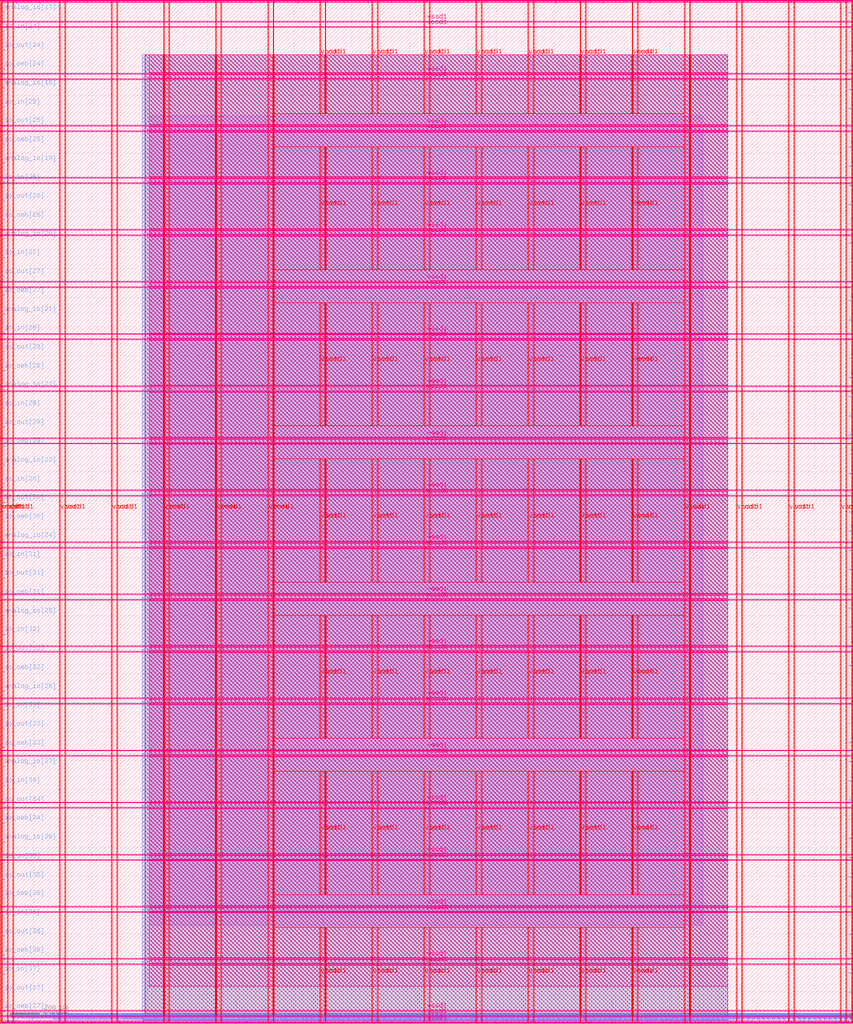
<source format=lef>
VERSION 5.7 ;
  NOWIREEXTENSIONATPIN ON ;
  DIVIDERCHAR "/" ;
  BUSBITCHARS "[]" ;
MACRO user_project_wrapper
  CLASS BLOCK ;
  FOREIGN user_project_wrapper ;
  ORIGIN 0.000 0.000 ;
  SIZE 2920.000 BY 3520.000 ;
  PIN analog_io[0]
    DIRECTION INOUT ;
    USE SIGNAL ;
    PORT
      LAYER met3 ;
        RECT 2917.600 1426.380 2924.800 1427.580 ;
    END
  END analog_io[0]
  PIN analog_io[10]
    DIRECTION INOUT ;
    USE SIGNAL ;
    PORT
      LAYER met2 ;
        RECT 2230.490 3517.600 2231.050 3524.800 ;
    END
  END analog_io[10]
  PIN analog_io[11]
    DIRECTION INOUT ;
    USE SIGNAL ;
    PORT
      LAYER met2 ;
        RECT 1905.730 3517.600 1906.290 3524.800 ;
    END
  END analog_io[11]
  PIN analog_io[12]
    DIRECTION INOUT ;
    USE SIGNAL ;
    PORT
      LAYER met2 ;
        RECT 1581.430 3517.600 1581.990 3524.800 ;
    END
  END analog_io[12]
  PIN analog_io[13]
    DIRECTION INOUT ;
    USE SIGNAL ;
    PORT
      LAYER met2 ;
        RECT 1257.130 3517.600 1257.690 3524.800 ;
    END
  END analog_io[13]
  PIN analog_io[14]
    DIRECTION INOUT ;
    USE SIGNAL ;
    PORT
      LAYER met2 ;
        RECT 932.370 3517.600 932.930 3524.800 ;
    END
  END analog_io[14]
  PIN analog_io[15]
    DIRECTION INOUT ;
    USE SIGNAL ;
    PORT
      LAYER met2 ;
        RECT 608.070 3517.600 608.630 3524.800 ;
    END
  END analog_io[15]
  PIN analog_io[16]
    DIRECTION INOUT ;
    USE SIGNAL ;
    PORT
      LAYER met2 ;
        RECT 283.770 3517.600 284.330 3524.800 ;
    END
  END analog_io[16]
  PIN analog_io[17]
    DIRECTION INOUT ;
    USE SIGNAL ;
    PORT
      LAYER met3 ;
        RECT -4.800 3486.100 2.400 3487.300 ;
    END
  END analog_io[17]
  PIN analog_io[18]
    DIRECTION INOUT ;
    USE SIGNAL ;
    PORT
      LAYER met3 ;
        RECT -4.800 3224.980 2.400 3226.180 ;
    END
  END analog_io[18]
  PIN analog_io[19]
    DIRECTION INOUT ;
    USE SIGNAL ;
    PORT
      LAYER met3 ;
        RECT -4.800 2964.540 2.400 2965.740 ;
    END
  END analog_io[19]
  PIN analog_io[1]
    DIRECTION INOUT ;
    USE SIGNAL ;
    PORT
      LAYER met3 ;
        RECT 2917.600 1692.260 2924.800 1693.460 ;
    END
  END analog_io[1]
  PIN analog_io[20]
    DIRECTION INOUT ;
    USE SIGNAL ;
    PORT
      LAYER met3 ;
        RECT -4.800 2703.420 2.400 2704.620 ;
    END
  END analog_io[20]
  PIN analog_io[21]
    DIRECTION INOUT ;
    USE SIGNAL ;
    PORT
      LAYER met3 ;
        RECT -4.800 2442.980 2.400 2444.180 ;
    END
  END analog_io[21]
  PIN analog_io[22]
    DIRECTION INOUT ;
    USE SIGNAL ;
    PORT
      LAYER met3 ;
        RECT -4.800 2182.540 2.400 2183.740 ;
    END
  END analog_io[22]
  PIN analog_io[23]
    DIRECTION INOUT ;
    USE SIGNAL ;
    PORT
      LAYER met3 ;
        RECT -4.800 1921.420 2.400 1922.620 ;
    END
  END analog_io[23]
  PIN analog_io[24]
    DIRECTION INOUT ;
    USE SIGNAL ;
    PORT
      LAYER met3 ;
        RECT -4.800 1660.980 2.400 1662.180 ;
    END
  END analog_io[24]
  PIN analog_io[25]
    DIRECTION INOUT ;
    USE SIGNAL ;
    PORT
      LAYER met3 ;
        RECT -4.800 1399.860 2.400 1401.060 ;
    END
  END analog_io[25]
  PIN analog_io[26]
    DIRECTION INOUT ;
    USE SIGNAL ;
    PORT
      LAYER met3 ;
        RECT -4.800 1139.420 2.400 1140.620 ;
    END
  END analog_io[26]
  PIN analog_io[27]
    DIRECTION INOUT ;
    USE SIGNAL ;
    PORT
      LAYER met3 ;
        RECT -4.800 878.980 2.400 880.180 ;
    END
  END analog_io[27]
  PIN analog_io[28]
    DIRECTION INOUT ;
    USE SIGNAL ;
    PORT
      LAYER met3 ;
        RECT -4.800 617.860 2.400 619.060 ;
    END
  END analog_io[28]
  PIN analog_io[2]
    DIRECTION INOUT ;
    USE SIGNAL ;
    PORT
      LAYER met3 ;
        RECT 2917.600 1958.140 2924.800 1959.340 ;
    END
  END analog_io[2]
  PIN analog_io[3]
    DIRECTION INOUT ;
    USE SIGNAL ;
    PORT
      LAYER met3 ;
        RECT 2917.600 2223.340 2924.800 2224.540 ;
    END
  END analog_io[3]
  PIN analog_io[4]
    DIRECTION INOUT ;
    USE SIGNAL ;
    PORT
      LAYER met3 ;
        RECT 2917.600 2489.220 2924.800 2490.420 ;
    END
  END analog_io[4]
  PIN analog_io[5]
    DIRECTION INOUT ;
    USE SIGNAL ;
    PORT
      LAYER met3 ;
        RECT 2917.600 2755.100 2924.800 2756.300 ;
    END
  END analog_io[5]
  PIN analog_io[6]
    DIRECTION INOUT ;
    USE SIGNAL ;
    PORT
      LAYER met3 ;
        RECT 2917.600 3020.300 2924.800 3021.500 ;
    END
  END analog_io[6]
  PIN analog_io[7]
    DIRECTION INOUT ;
    USE SIGNAL ;
    PORT
      LAYER met3 ;
        RECT 2917.600 3286.180 2924.800 3287.380 ;
    END
  END analog_io[7]
  PIN analog_io[8]
    DIRECTION INOUT ;
    USE SIGNAL ;
    PORT
      LAYER met2 ;
        RECT 2879.090 3517.600 2879.650 3524.800 ;
    END
  END analog_io[8]
  PIN analog_io[9]
    DIRECTION INOUT ;
    USE SIGNAL ;
    PORT
      LAYER met2 ;
        RECT 2554.790 3517.600 2555.350 3524.800 ;
    END
  END analog_io[9]
  PIN io_in[0]
    DIRECTION INPUT ;
    USE SIGNAL ;
    PORT
      LAYER met3 ;
        RECT 2917.600 32.380 2924.800 33.580 ;
    END
  END io_in[0]
  PIN io_in[10]
    DIRECTION INPUT ;
    USE SIGNAL ;
    PORT
      LAYER met3 ;
        RECT 2917.600 2289.980 2924.800 2291.180 ;
    END
  END io_in[10]
  PIN io_in[11]
    DIRECTION INPUT ;
    USE SIGNAL ;
    PORT
      LAYER met3 ;
        RECT 2917.600 2555.860 2924.800 2557.060 ;
    END
  END io_in[11]
  PIN io_in[12]
    DIRECTION INPUT ;
    USE SIGNAL ;
    PORT
      LAYER met3 ;
        RECT 2917.600 2821.060 2924.800 2822.260 ;
    END
  END io_in[12]
  PIN io_in[13]
    DIRECTION INPUT ;
    USE SIGNAL ;
    PORT
      LAYER met3 ;
        RECT 2917.600 3086.940 2924.800 3088.140 ;
    END
  END io_in[13]
  PIN io_in[14]
    DIRECTION INPUT ;
    USE SIGNAL ;
    PORT
      LAYER met3 ;
        RECT 2917.600 3352.820 2924.800 3354.020 ;
    END
  END io_in[14]
  PIN io_in[15]
    DIRECTION INPUT ;
    USE SIGNAL ;
    PORT
      LAYER met2 ;
        RECT 2798.130 3517.600 2798.690 3524.800 ;
    END
  END io_in[15]
  PIN io_in[16]
    DIRECTION INPUT ;
    USE SIGNAL ;
    PORT
      LAYER met2 ;
        RECT 2473.830 3517.600 2474.390 3524.800 ;
    END
  END io_in[16]
  PIN io_in[17]
    DIRECTION INPUT ;
    USE SIGNAL ;
    PORT
      LAYER met2 ;
        RECT 2149.070 3517.600 2149.630 3524.800 ;
    END
  END io_in[17]
  PIN io_in[18]
    DIRECTION INPUT ;
    USE SIGNAL ;
    PORT
      LAYER met2 ;
        RECT 1824.770 3517.600 1825.330 3524.800 ;
    END
  END io_in[18]
  PIN io_in[19]
    DIRECTION INPUT ;
    USE SIGNAL ;
    PORT
      LAYER met2 ;
        RECT 1500.470 3517.600 1501.030 3524.800 ;
    END
  END io_in[19]
  PIN io_in[1]
    DIRECTION INPUT ;
    USE SIGNAL ;
    PORT
      LAYER met3 ;
        RECT 2917.600 230.940 2924.800 232.140 ;
    END
  END io_in[1]
  PIN io_in[20]
    DIRECTION INPUT ;
    USE SIGNAL ;
    PORT
      LAYER met2 ;
        RECT 1175.710 3517.600 1176.270 3524.800 ;
    END
  END io_in[20]
  PIN io_in[21]
    DIRECTION INPUT ;
    USE SIGNAL ;
    PORT
      LAYER met2 ;
        RECT 851.410 3517.600 851.970 3524.800 ;
    END
  END io_in[21]
  PIN io_in[22]
    DIRECTION INPUT ;
    USE SIGNAL ;
    PORT
      LAYER met2 ;
        RECT 527.110 3517.600 527.670 3524.800 ;
    END
  END io_in[22]
  PIN io_in[23]
    DIRECTION INPUT ;
    USE SIGNAL ;
    PORT
      LAYER met2 ;
        RECT 202.350 3517.600 202.910 3524.800 ;
    END
  END io_in[23]
  PIN io_in[24]
    DIRECTION INPUT ;
    USE SIGNAL ;
    PORT
      LAYER met3 ;
        RECT -4.800 3420.820 2.400 3422.020 ;
    END
  END io_in[24]
  PIN io_in[25]
    DIRECTION INPUT ;
    USE SIGNAL ;
    PORT
      LAYER met3 ;
        RECT -4.800 3159.700 2.400 3160.900 ;
    END
  END io_in[25]
  PIN io_in[26]
    DIRECTION INPUT ;
    USE SIGNAL ;
    PORT
      LAYER met3 ;
        RECT -4.800 2899.260 2.400 2900.460 ;
    END
  END io_in[26]
  PIN io_in[27]
    DIRECTION INPUT ;
    USE SIGNAL ;
    PORT
      LAYER met3 ;
        RECT -4.800 2638.820 2.400 2640.020 ;
    END
  END io_in[27]
  PIN io_in[28]
    DIRECTION INPUT ;
    USE SIGNAL ;
    PORT
      LAYER met3 ;
        RECT -4.800 2377.700 2.400 2378.900 ;
    END
  END io_in[28]
  PIN io_in[29]
    DIRECTION INPUT ;
    USE SIGNAL ;
    PORT
      LAYER met3 ;
        RECT -4.800 2117.260 2.400 2118.460 ;
    END
  END io_in[29]
  PIN io_in[2]
    DIRECTION INPUT ;
    USE SIGNAL ;
    PORT
      LAYER met3 ;
        RECT 2917.600 430.180 2924.800 431.380 ;
    END
  END io_in[2]
  PIN io_in[30]
    DIRECTION INPUT ;
    USE SIGNAL ;
    PORT
      LAYER met3 ;
        RECT -4.800 1856.140 2.400 1857.340 ;
    END
  END io_in[30]
  PIN io_in[31]
    DIRECTION INPUT ;
    USE SIGNAL ;
    PORT
      LAYER met3 ;
        RECT -4.800 1595.700 2.400 1596.900 ;
    END
  END io_in[31]
  PIN io_in[32]
    DIRECTION INPUT ;
    USE SIGNAL ;
    PORT
      LAYER met3 ;
        RECT -4.800 1335.260 2.400 1336.460 ;
    END
  END io_in[32]
  PIN io_in[33]
    DIRECTION INPUT ;
    USE SIGNAL ;
    PORT
      LAYER met3 ;
        RECT -4.800 1074.140 2.400 1075.340 ;
    END
  END io_in[33]
  PIN io_in[34]
    DIRECTION INPUT ;
    USE SIGNAL ;
    PORT
      LAYER met3 ;
        RECT -4.800 813.700 2.400 814.900 ;
    END
  END io_in[34]
  PIN io_in[35]
    DIRECTION INPUT ;
    USE SIGNAL ;
    PORT
      LAYER met3 ;
        RECT -4.800 552.580 2.400 553.780 ;
    END
  END io_in[35]
  PIN io_in[36]
    DIRECTION INPUT ;
    USE SIGNAL ;
    PORT
      LAYER met3 ;
        RECT -4.800 357.420 2.400 358.620 ;
    END
  END io_in[36]
  PIN io_in[37]
    DIRECTION INPUT ;
    USE SIGNAL ;
    PORT
      LAYER met3 ;
        RECT -4.800 161.580 2.400 162.780 ;
    END
  END io_in[37]
  PIN io_in[3]
    DIRECTION INPUT ;
    USE SIGNAL ;
    PORT
      LAYER met3 ;
        RECT 2917.600 629.420 2924.800 630.620 ;
    END
  END io_in[3]
  PIN io_in[4]
    DIRECTION INPUT ;
    USE SIGNAL ;
    PORT
      LAYER met3 ;
        RECT 2917.600 828.660 2924.800 829.860 ;
    END
  END io_in[4]
  PIN io_in[5]
    DIRECTION INPUT ;
    USE SIGNAL ;
    PORT
      LAYER met3 ;
        RECT 2917.600 1027.900 2924.800 1029.100 ;
    END
  END io_in[5]
  PIN io_in[6]
    DIRECTION INPUT ;
    USE SIGNAL ;
    PORT
      LAYER met3 ;
        RECT 2917.600 1227.140 2924.800 1228.340 ;
    END
  END io_in[6]
  PIN io_in[7]
    DIRECTION INPUT ;
    USE SIGNAL ;
    PORT
      LAYER met3 ;
        RECT 2917.600 1493.020 2924.800 1494.220 ;
    END
  END io_in[7]
  PIN io_in[8]
    DIRECTION INPUT ;
    USE SIGNAL ;
    PORT
      LAYER met3 ;
        RECT 2917.600 1758.900 2924.800 1760.100 ;
    END
  END io_in[8]
  PIN io_in[9]
    DIRECTION INPUT ;
    USE SIGNAL ;
    PORT
      LAYER met3 ;
        RECT 2917.600 2024.100 2924.800 2025.300 ;
    END
  END io_in[9]
  PIN io_oeb[0]
    DIRECTION OUTPUT TRISTATE ;
    USE SIGNAL ;
    PORT
      LAYER met3 ;
        RECT 2917.600 164.980 2924.800 166.180 ;
    END
  END io_oeb[0]
  PIN io_oeb[10]
    DIRECTION OUTPUT TRISTATE ;
    USE SIGNAL ;
    PORT
      LAYER met3 ;
        RECT 2917.600 2422.580 2924.800 2423.780 ;
    END
  END io_oeb[10]
  PIN io_oeb[11]
    DIRECTION OUTPUT TRISTATE ;
    USE SIGNAL ;
    PORT
      LAYER met3 ;
        RECT 2917.600 2688.460 2924.800 2689.660 ;
    END
  END io_oeb[11]
  PIN io_oeb[12]
    DIRECTION OUTPUT TRISTATE ;
    USE SIGNAL ;
    PORT
      LAYER met3 ;
        RECT 2917.600 2954.340 2924.800 2955.540 ;
    END
  END io_oeb[12]
  PIN io_oeb[13]
    DIRECTION OUTPUT TRISTATE ;
    USE SIGNAL ;
    PORT
      LAYER met3 ;
        RECT 2917.600 3219.540 2924.800 3220.740 ;
    END
  END io_oeb[13]
  PIN io_oeb[14]
    DIRECTION OUTPUT TRISTATE ;
    USE SIGNAL ;
    PORT
      LAYER met3 ;
        RECT 2917.600 3485.420 2924.800 3486.620 ;
    END
  END io_oeb[14]
  PIN io_oeb[15]
    DIRECTION OUTPUT TRISTATE ;
    USE SIGNAL ;
    PORT
      LAYER met2 ;
        RECT 2635.750 3517.600 2636.310 3524.800 ;
    END
  END io_oeb[15]
  PIN io_oeb[16]
    DIRECTION OUTPUT TRISTATE ;
    USE SIGNAL ;
    PORT
      LAYER met2 ;
        RECT 2311.450 3517.600 2312.010 3524.800 ;
    END
  END io_oeb[16]
  PIN io_oeb[17]
    DIRECTION OUTPUT TRISTATE ;
    USE SIGNAL ;
    PORT
      LAYER met2 ;
        RECT 1987.150 3517.600 1987.710 3524.800 ;
    END
  END io_oeb[17]
  PIN io_oeb[18]
    DIRECTION OUTPUT TRISTATE ;
    USE SIGNAL ;
    PORT
      LAYER met2 ;
        RECT 1662.390 3517.600 1662.950 3524.800 ;
    END
  END io_oeb[18]
  PIN io_oeb[19]
    DIRECTION OUTPUT TRISTATE ;
    USE SIGNAL ;
    PORT
      LAYER met2 ;
        RECT 1338.090 3517.600 1338.650 3524.800 ;
    END
  END io_oeb[19]
  PIN io_oeb[1]
    DIRECTION OUTPUT TRISTATE ;
    USE SIGNAL ;
    PORT
      LAYER met3 ;
        RECT 2917.600 364.220 2924.800 365.420 ;
    END
  END io_oeb[1]
  PIN io_oeb[20]
    DIRECTION OUTPUT TRISTATE ;
    USE SIGNAL ;
    PORT
      LAYER met2 ;
        RECT 1013.790 3517.600 1014.350 3524.800 ;
    END
  END io_oeb[20]
  PIN io_oeb[21]
    DIRECTION OUTPUT TRISTATE ;
    USE SIGNAL ;
    PORT
      LAYER met2 ;
        RECT 689.030 3517.600 689.590 3524.800 ;
    END
  END io_oeb[21]
  PIN io_oeb[22]
    DIRECTION OUTPUT TRISTATE ;
    USE SIGNAL ;
    PORT
      LAYER met2 ;
        RECT 364.730 3517.600 365.290 3524.800 ;
    END
  END io_oeb[22]
  PIN io_oeb[23]
    DIRECTION OUTPUT TRISTATE ;
    USE SIGNAL ;
    PORT
      LAYER met2 ;
        RECT 40.430 3517.600 40.990 3524.800 ;
    END
  END io_oeb[23]
  PIN io_oeb[24]
    DIRECTION OUTPUT TRISTATE ;
    USE SIGNAL ;
    PORT
      LAYER met3 ;
        RECT -4.800 3290.260 2.400 3291.460 ;
    END
  END io_oeb[24]
  PIN io_oeb[25]
    DIRECTION OUTPUT TRISTATE ;
    USE SIGNAL ;
    PORT
      LAYER met3 ;
        RECT -4.800 3029.820 2.400 3031.020 ;
    END
  END io_oeb[25]
  PIN io_oeb[26]
    DIRECTION OUTPUT TRISTATE ;
    USE SIGNAL ;
    PORT
      LAYER met3 ;
        RECT -4.800 2768.700 2.400 2769.900 ;
    END
  END io_oeb[26]
  PIN io_oeb[27]
    DIRECTION OUTPUT TRISTATE ;
    USE SIGNAL ;
    PORT
      LAYER met3 ;
        RECT -4.800 2508.260 2.400 2509.460 ;
    END
  END io_oeb[27]
  PIN io_oeb[28]
    DIRECTION OUTPUT TRISTATE ;
    USE SIGNAL ;
    PORT
      LAYER met3 ;
        RECT -4.800 2247.140 2.400 2248.340 ;
    END
  END io_oeb[28]
  PIN io_oeb[29]
    DIRECTION OUTPUT TRISTATE ;
    USE SIGNAL ;
    PORT
      LAYER met3 ;
        RECT -4.800 1986.700 2.400 1987.900 ;
    END
  END io_oeb[29]
  PIN io_oeb[2]
    DIRECTION OUTPUT TRISTATE ;
    USE SIGNAL ;
    PORT
      LAYER met3 ;
        RECT 2917.600 563.460 2924.800 564.660 ;
    END
  END io_oeb[2]
  PIN io_oeb[30]
    DIRECTION OUTPUT TRISTATE ;
    USE SIGNAL ;
    PORT
      LAYER met3 ;
        RECT -4.800 1726.260 2.400 1727.460 ;
    END
  END io_oeb[30]
  PIN io_oeb[31]
    DIRECTION OUTPUT TRISTATE ;
    USE SIGNAL ;
    PORT
      LAYER met3 ;
        RECT -4.800 1465.140 2.400 1466.340 ;
    END
  END io_oeb[31]
  PIN io_oeb[32]
    DIRECTION OUTPUT TRISTATE ;
    USE SIGNAL ;
    PORT
      LAYER met3 ;
        RECT -4.800 1204.700 2.400 1205.900 ;
    END
  END io_oeb[32]
  PIN io_oeb[33]
    DIRECTION OUTPUT TRISTATE ;
    USE SIGNAL ;
    PORT
      LAYER met3 ;
        RECT -4.800 943.580 2.400 944.780 ;
    END
  END io_oeb[33]
  PIN io_oeb[34]
    DIRECTION OUTPUT TRISTATE ;
    USE SIGNAL ;
    PORT
      LAYER met3 ;
        RECT -4.800 683.140 2.400 684.340 ;
    END
  END io_oeb[34]
  PIN io_oeb[35]
    DIRECTION OUTPUT TRISTATE ;
    USE SIGNAL ;
    PORT
      LAYER met3 ;
        RECT -4.800 422.700 2.400 423.900 ;
    END
  END io_oeb[35]
  PIN io_oeb[36]
    DIRECTION OUTPUT TRISTATE ;
    USE SIGNAL ;
    PORT
      LAYER met3 ;
        RECT -4.800 226.860 2.400 228.060 ;
    END
  END io_oeb[36]
  PIN io_oeb[37]
    DIRECTION OUTPUT TRISTATE ;
    USE SIGNAL ;
    PORT
      LAYER met3 ;
        RECT -4.800 31.700 2.400 32.900 ;
    END
  END io_oeb[37]
  PIN io_oeb[3]
    DIRECTION OUTPUT TRISTATE ;
    USE SIGNAL ;
    PORT
      LAYER met3 ;
        RECT 2917.600 762.700 2924.800 763.900 ;
    END
  END io_oeb[3]
  PIN io_oeb[4]
    DIRECTION OUTPUT TRISTATE ;
    USE SIGNAL ;
    PORT
      LAYER met3 ;
        RECT 2917.600 961.940 2924.800 963.140 ;
    END
  END io_oeb[4]
  PIN io_oeb[5]
    DIRECTION OUTPUT TRISTATE ;
    USE SIGNAL ;
    PORT
      LAYER met3 ;
        RECT 2917.600 1161.180 2924.800 1162.380 ;
    END
  END io_oeb[5]
  PIN io_oeb[6]
    DIRECTION OUTPUT TRISTATE ;
    USE SIGNAL ;
    PORT
      LAYER met3 ;
        RECT 2917.600 1360.420 2924.800 1361.620 ;
    END
  END io_oeb[6]
  PIN io_oeb[7]
    DIRECTION OUTPUT TRISTATE ;
    USE SIGNAL ;
    PORT
      LAYER met3 ;
        RECT 2917.600 1625.620 2924.800 1626.820 ;
    END
  END io_oeb[7]
  PIN io_oeb[8]
    DIRECTION OUTPUT TRISTATE ;
    USE SIGNAL ;
    PORT
      LAYER met3 ;
        RECT 2917.600 1891.500 2924.800 1892.700 ;
    END
  END io_oeb[8]
  PIN io_oeb[9]
    DIRECTION OUTPUT TRISTATE ;
    USE SIGNAL ;
    PORT
      LAYER met3 ;
        RECT 2917.600 2157.380 2924.800 2158.580 ;
    END
  END io_oeb[9]
  PIN io_out[0]
    DIRECTION OUTPUT TRISTATE ;
    USE SIGNAL ;
    PORT
      LAYER met3 ;
        RECT 2917.600 98.340 2924.800 99.540 ;
    END
  END io_out[0]
  PIN io_out[10]
    DIRECTION OUTPUT TRISTATE ;
    USE SIGNAL ;
    PORT
      LAYER met3 ;
        RECT 2917.600 2356.620 2924.800 2357.820 ;
    END
  END io_out[10]
  PIN io_out[11]
    DIRECTION OUTPUT TRISTATE ;
    USE SIGNAL ;
    PORT
      LAYER met3 ;
        RECT 2917.600 2621.820 2924.800 2623.020 ;
    END
  END io_out[11]
  PIN io_out[12]
    DIRECTION OUTPUT TRISTATE ;
    USE SIGNAL ;
    PORT
      LAYER met3 ;
        RECT 2917.600 2887.700 2924.800 2888.900 ;
    END
  END io_out[12]
  PIN io_out[13]
    DIRECTION OUTPUT TRISTATE ;
    USE SIGNAL ;
    PORT
      LAYER met3 ;
        RECT 2917.600 3153.580 2924.800 3154.780 ;
    END
  END io_out[13]
  PIN io_out[14]
    DIRECTION OUTPUT TRISTATE ;
    USE SIGNAL ;
    PORT
      LAYER met3 ;
        RECT 2917.600 3418.780 2924.800 3419.980 ;
    END
  END io_out[14]
  PIN io_out[15]
    DIRECTION OUTPUT TRISTATE ;
    USE SIGNAL ;
    PORT
      LAYER met2 ;
        RECT 2717.170 3517.600 2717.730 3524.800 ;
    END
  END io_out[15]
  PIN io_out[16]
    DIRECTION OUTPUT TRISTATE ;
    USE SIGNAL ;
    PORT
      LAYER met2 ;
        RECT 2392.410 3517.600 2392.970 3524.800 ;
    END
  END io_out[16]
  PIN io_out[17]
    DIRECTION OUTPUT TRISTATE ;
    USE SIGNAL ;
    PORT
      LAYER met2 ;
        RECT 2068.110 3517.600 2068.670 3524.800 ;
    END
  END io_out[17]
  PIN io_out[18]
    DIRECTION OUTPUT TRISTATE ;
    USE SIGNAL ;
    PORT
      LAYER met2 ;
        RECT 1743.810 3517.600 1744.370 3524.800 ;
    END
  END io_out[18]
  PIN io_out[19]
    DIRECTION OUTPUT TRISTATE ;
    USE SIGNAL ;
    PORT
      LAYER met2 ;
        RECT 1419.050 3517.600 1419.610 3524.800 ;
    END
  END io_out[19]
  PIN io_out[1]
    DIRECTION OUTPUT TRISTATE ;
    USE SIGNAL ;
    PORT
      LAYER met3 ;
        RECT 2917.600 297.580 2924.800 298.780 ;
    END
  END io_out[1]
  PIN io_out[20]
    DIRECTION OUTPUT TRISTATE ;
    USE SIGNAL ;
    PORT
      LAYER met2 ;
        RECT 1094.750 3517.600 1095.310 3524.800 ;
    END
  END io_out[20]
  PIN io_out[21]
    DIRECTION OUTPUT TRISTATE ;
    USE SIGNAL ;
    PORT
      LAYER met2 ;
        RECT 770.450 3517.600 771.010 3524.800 ;
    END
  END io_out[21]
  PIN io_out[22]
    DIRECTION OUTPUT TRISTATE ;
    USE SIGNAL ;
    PORT
      LAYER met2 ;
        RECT 445.690 3517.600 446.250 3524.800 ;
    END
  END io_out[22]
  PIN io_out[23]
    DIRECTION OUTPUT TRISTATE ;
    USE SIGNAL ;
    PORT
      LAYER met2 ;
        RECT 121.390 3517.600 121.950 3524.800 ;
    END
  END io_out[23]
  PIN io_out[24]
    DIRECTION OUTPUT TRISTATE ;
    USE SIGNAL ;
    PORT
      LAYER met3 ;
        RECT -4.800 3355.540 2.400 3356.740 ;
    END
  END io_out[24]
  PIN io_out[25]
    DIRECTION OUTPUT TRISTATE ;
    USE SIGNAL ;
    PORT
      LAYER met3 ;
        RECT -4.800 3095.100 2.400 3096.300 ;
    END
  END io_out[25]
  PIN io_out[26]
    DIRECTION OUTPUT TRISTATE ;
    USE SIGNAL ;
    PORT
      LAYER met3 ;
        RECT -4.800 2833.980 2.400 2835.180 ;
    END
  END io_out[26]
  PIN io_out[27]
    DIRECTION OUTPUT TRISTATE ;
    USE SIGNAL ;
    PORT
      LAYER met3 ;
        RECT -4.800 2573.540 2.400 2574.740 ;
    END
  END io_out[27]
  PIN io_out[28]
    DIRECTION OUTPUT TRISTATE ;
    USE SIGNAL ;
    PORT
      LAYER met3 ;
        RECT -4.800 2312.420 2.400 2313.620 ;
    END
  END io_out[28]
  PIN io_out[29]
    DIRECTION OUTPUT TRISTATE ;
    USE SIGNAL ;
    PORT
      LAYER met3 ;
        RECT -4.800 2051.980 2.400 2053.180 ;
    END
  END io_out[29]
  PIN io_out[2]
    DIRECTION OUTPUT TRISTATE ;
    USE SIGNAL ;
    PORT
      LAYER met3 ;
        RECT 2917.600 496.820 2924.800 498.020 ;
    END
  END io_out[2]
  PIN io_out[30]
    DIRECTION OUTPUT TRISTATE ;
    USE SIGNAL ;
    PORT
      LAYER met3 ;
        RECT -4.800 1791.540 2.400 1792.740 ;
    END
  END io_out[30]
  PIN io_out[31]
    DIRECTION OUTPUT TRISTATE ;
    USE SIGNAL ;
    PORT
      LAYER met3 ;
        RECT -4.800 1530.420 2.400 1531.620 ;
    END
  END io_out[31]
  PIN io_out[32]
    DIRECTION OUTPUT TRISTATE ;
    USE SIGNAL ;
    PORT
      LAYER met3 ;
        RECT -4.800 1269.980 2.400 1271.180 ;
    END
  END io_out[32]
  PIN io_out[33]
    DIRECTION OUTPUT TRISTATE ;
    USE SIGNAL ;
    PORT
      LAYER met3 ;
        RECT -4.800 1008.860 2.400 1010.060 ;
    END
  END io_out[33]
  PIN io_out[34]
    DIRECTION OUTPUT TRISTATE ;
    USE SIGNAL ;
    PORT
      LAYER met3 ;
        RECT -4.800 748.420 2.400 749.620 ;
    END
  END io_out[34]
  PIN io_out[35]
    DIRECTION OUTPUT TRISTATE ;
    USE SIGNAL ;
    PORT
      LAYER met3 ;
        RECT -4.800 487.300 2.400 488.500 ;
    END
  END io_out[35]
  PIN io_out[36]
    DIRECTION OUTPUT TRISTATE ;
    USE SIGNAL ;
    PORT
      LAYER met3 ;
        RECT -4.800 292.140 2.400 293.340 ;
    END
  END io_out[36]
  PIN io_out[37]
    DIRECTION OUTPUT TRISTATE ;
    USE SIGNAL ;
    PORT
      LAYER met3 ;
        RECT -4.800 96.300 2.400 97.500 ;
    END
  END io_out[37]
  PIN io_out[3]
    DIRECTION OUTPUT TRISTATE ;
    USE SIGNAL ;
    PORT
      LAYER met3 ;
        RECT 2917.600 696.060 2924.800 697.260 ;
    END
  END io_out[3]
  PIN io_out[4]
    DIRECTION OUTPUT TRISTATE ;
    USE SIGNAL ;
    PORT
      LAYER met3 ;
        RECT 2917.600 895.300 2924.800 896.500 ;
    END
  END io_out[4]
  PIN io_out[5]
    DIRECTION OUTPUT TRISTATE ;
    USE SIGNAL ;
    PORT
      LAYER met3 ;
        RECT 2917.600 1094.540 2924.800 1095.740 ;
    END
  END io_out[5]
  PIN io_out[6]
    DIRECTION OUTPUT TRISTATE ;
    USE SIGNAL ;
    PORT
      LAYER met3 ;
        RECT 2917.600 1293.780 2924.800 1294.980 ;
    END
  END io_out[6]
  PIN io_out[7]
    DIRECTION OUTPUT TRISTATE ;
    USE SIGNAL ;
    PORT
      LAYER met3 ;
        RECT 2917.600 1559.660 2924.800 1560.860 ;
    END
  END io_out[7]
  PIN io_out[8]
    DIRECTION OUTPUT TRISTATE ;
    USE SIGNAL ;
    PORT
      LAYER met3 ;
        RECT 2917.600 1824.860 2924.800 1826.060 ;
    END
  END io_out[8]
  PIN io_out[9]
    DIRECTION OUTPUT TRISTATE ;
    USE SIGNAL ;
    PORT
      LAYER met3 ;
        RECT 2917.600 2090.740 2924.800 2091.940 ;
    END
  END io_out[9]
  PIN la_data_in[0]
    DIRECTION INPUT ;
    USE SIGNAL ;
    PORT
      LAYER met2 ;
        RECT 629.230 -4.800 629.790 2.400 ;
    END
  END la_data_in[0]
  PIN la_data_in[100]
    DIRECTION INPUT ;
    USE SIGNAL ;
    PORT
      LAYER met2 ;
        RECT 2402.530 -4.800 2403.090 2.400 ;
    END
  END la_data_in[100]
  PIN la_data_in[101]
    DIRECTION INPUT ;
    USE SIGNAL ;
    PORT
      LAYER met2 ;
        RECT 2420.010 -4.800 2420.570 2.400 ;
    END
  END la_data_in[101]
  PIN la_data_in[102]
    DIRECTION INPUT ;
    USE SIGNAL ;
    PORT
      LAYER met2 ;
        RECT 2437.950 -4.800 2438.510 2.400 ;
    END
  END la_data_in[102]
  PIN la_data_in[103]
    DIRECTION INPUT ;
    USE SIGNAL ;
    PORT
      LAYER met2 ;
        RECT 2455.430 -4.800 2455.990 2.400 ;
    END
  END la_data_in[103]
  PIN la_data_in[104]
    DIRECTION INPUT ;
    USE SIGNAL ;
    PORT
      LAYER met2 ;
        RECT 2473.370 -4.800 2473.930 2.400 ;
    END
  END la_data_in[104]
  PIN la_data_in[105]
    DIRECTION INPUT ;
    USE SIGNAL ;
    PORT
      LAYER met2 ;
        RECT 2490.850 -4.800 2491.410 2.400 ;
    END
  END la_data_in[105]
  PIN la_data_in[106]
    DIRECTION INPUT ;
    USE SIGNAL ;
    PORT
      LAYER met2 ;
        RECT 2508.790 -4.800 2509.350 2.400 ;
    END
  END la_data_in[106]
  PIN la_data_in[107]
    DIRECTION INPUT ;
    USE SIGNAL ;
    PORT
      LAYER met2 ;
        RECT 2526.730 -4.800 2527.290 2.400 ;
    END
  END la_data_in[107]
  PIN la_data_in[108]
    DIRECTION INPUT ;
    USE SIGNAL ;
    PORT
      LAYER met2 ;
        RECT 2544.210 -4.800 2544.770 2.400 ;
    END
  END la_data_in[108]
  PIN la_data_in[109]
    DIRECTION INPUT ;
    USE SIGNAL ;
    PORT
      LAYER met2 ;
        RECT 2562.150 -4.800 2562.710 2.400 ;
    END
  END la_data_in[109]
  PIN la_data_in[10]
    DIRECTION INPUT ;
    USE SIGNAL ;
    PORT
      LAYER met2 ;
        RECT 806.330 -4.800 806.890 2.400 ;
    END
  END la_data_in[10]
  PIN la_data_in[110]
    DIRECTION INPUT ;
    USE SIGNAL ;
    PORT
      LAYER met2 ;
        RECT 2579.630 -4.800 2580.190 2.400 ;
    END
  END la_data_in[110]
  PIN la_data_in[111]
    DIRECTION INPUT ;
    USE SIGNAL ;
    PORT
      LAYER met2 ;
        RECT 2597.570 -4.800 2598.130 2.400 ;
    END
  END la_data_in[111]
  PIN la_data_in[112]
    DIRECTION INPUT ;
    USE SIGNAL ;
    PORT
      LAYER met2 ;
        RECT 2615.050 -4.800 2615.610 2.400 ;
    END
  END la_data_in[112]
  PIN la_data_in[113]
    DIRECTION INPUT ;
    USE SIGNAL ;
    PORT
      LAYER met2 ;
        RECT 2632.990 -4.800 2633.550 2.400 ;
    END
  END la_data_in[113]
  PIN la_data_in[114]
    DIRECTION INPUT ;
    USE SIGNAL ;
    PORT
      LAYER met2 ;
        RECT 2650.470 -4.800 2651.030 2.400 ;
    END
  END la_data_in[114]
  PIN la_data_in[115]
    DIRECTION INPUT ;
    USE SIGNAL ;
    PORT
      LAYER met2 ;
        RECT 2668.410 -4.800 2668.970 2.400 ;
    END
  END la_data_in[115]
  PIN la_data_in[116]
    DIRECTION INPUT ;
    USE SIGNAL ;
    PORT
      LAYER met2 ;
        RECT 2685.890 -4.800 2686.450 2.400 ;
    END
  END la_data_in[116]
  PIN la_data_in[117]
    DIRECTION INPUT ;
    USE SIGNAL ;
    PORT
      LAYER met2 ;
        RECT 2703.830 -4.800 2704.390 2.400 ;
    END
  END la_data_in[117]
  PIN la_data_in[118]
    DIRECTION INPUT ;
    USE SIGNAL ;
    PORT
      LAYER met2 ;
        RECT 2721.770 -4.800 2722.330 2.400 ;
    END
  END la_data_in[118]
  PIN la_data_in[119]
    DIRECTION INPUT ;
    USE SIGNAL ;
    PORT
      LAYER met2 ;
        RECT 2739.250 -4.800 2739.810 2.400 ;
    END
  END la_data_in[119]
  PIN la_data_in[11]
    DIRECTION INPUT ;
    USE SIGNAL ;
    PORT
      LAYER met2 ;
        RECT 824.270 -4.800 824.830 2.400 ;
    END
  END la_data_in[11]
  PIN la_data_in[120]
    DIRECTION INPUT ;
    USE SIGNAL ;
    PORT
      LAYER met2 ;
        RECT 2757.190 -4.800 2757.750 2.400 ;
    END
  END la_data_in[120]
  PIN la_data_in[121]
    DIRECTION INPUT ;
    USE SIGNAL ;
    PORT
      LAYER met2 ;
        RECT 2774.670 -4.800 2775.230 2.400 ;
    END
  END la_data_in[121]
  PIN la_data_in[122]
    DIRECTION INPUT ;
    USE SIGNAL ;
    PORT
      LAYER met2 ;
        RECT 2792.610 -4.800 2793.170 2.400 ;
    END
  END la_data_in[122]
  PIN la_data_in[123]
    DIRECTION INPUT ;
    USE SIGNAL ;
    PORT
      LAYER met2 ;
        RECT 2810.090 -4.800 2810.650 2.400 ;
    END
  END la_data_in[123]
  PIN la_data_in[124]
    DIRECTION INPUT ;
    USE SIGNAL ;
    PORT
      LAYER met2 ;
        RECT 2828.030 -4.800 2828.590 2.400 ;
    END
  END la_data_in[124]
  PIN la_data_in[125]
    DIRECTION INPUT ;
    USE SIGNAL ;
    PORT
      LAYER met2 ;
        RECT 2845.510 -4.800 2846.070 2.400 ;
    END
  END la_data_in[125]
  PIN la_data_in[126]
    DIRECTION INPUT ;
    USE SIGNAL ;
    PORT
      LAYER met2 ;
        RECT 2863.450 -4.800 2864.010 2.400 ;
    END
  END la_data_in[126]
  PIN la_data_in[127]
    DIRECTION INPUT ;
    USE SIGNAL ;
    PORT
      LAYER met2 ;
        RECT 2881.390 -4.800 2881.950 2.400 ;
    END
  END la_data_in[127]
  PIN la_data_in[12]
    DIRECTION INPUT ;
    USE SIGNAL ;
    PORT
      LAYER met2 ;
        RECT 841.750 -4.800 842.310 2.400 ;
    END
  END la_data_in[12]
  PIN la_data_in[13]
    DIRECTION INPUT ;
    USE SIGNAL ;
    PORT
      LAYER met2 ;
        RECT 859.690 -4.800 860.250 2.400 ;
    END
  END la_data_in[13]
  PIN la_data_in[14]
    DIRECTION INPUT ;
    USE SIGNAL ;
    PORT
      LAYER met2 ;
        RECT 877.170 -4.800 877.730 2.400 ;
    END
  END la_data_in[14]
  PIN la_data_in[15]
    DIRECTION INPUT ;
    USE SIGNAL ;
    PORT
      LAYER met2 ;
        RECT 895.110 -4.800 895.670 2.400 ;
    END
  END la_data_in[15]
  PIN la_data_in[16]
    DIRECTION INPUT ;
    USE SIGNAL ;
    PORT
      LAYER met2 ;
        RECT 912.590 -4.800 913.150 2.400 ;
    END
  END la_data_in[16]
  PIN la_data_in[17]
    DIRECTION INPUT ;
    USE SIGNAL ;
    PORT
      LAYER met2 ;
        RECT 930.530 -4.800 931.090 2.400 ;
    END
  END la_data_in[17]
  PIN la_data_in[18]
    DIRECTION INPUT ;
    USE SIGNAL ;
    PORT
      LAYER met2 ;
        RECT 948.470 -4.800 949.030 2.400 ;
    END
  END la_data_in[18]
  PIN la_data_in[19]
    DIRECTION INPUT ;
    USE SIGNAL ;
    PORT
      LAYER met2 ;
        RECT 965.950 -4.800 966.510 2.400 ;
    END
  END la_data_in[19]
  PIN la_data_in[1]
    DIRECTION INPUT ;
    USE SIGNAL ;
    PORT
      LAYER met2 ;
        RECT 646.710 -4.800 647.270 2.400 ;
    END
  END la_data_in[1]
  PIN la_data_in[20]
    DIRECTION INPUT ;
    USE SIGNAL ;
    PORT
      LAYER met2 ;
        RECT 983.890 -4.800 984.450 2.400 ;
    END
  END la_data_in[20]
  PIN la_data_in[21]
    DIRECTION INPUT ;
    USE SIGNAL ;
    PORT
      LAYER met2 ;
        RECT 1001.370 -4.800 1001.930 2.400 ;
    END
  END la_data_in[21]
  PIN la_data_in[22]
    DIRECTION INPUT ;
    USE SIGNAL ;
    PORT
      LAYER met2 ;
        RECT 1019.310 -4.800 1019.870 2.400 ;
    END
  END la_data_in[22]
  PIN la_data_in[23]
    DIRECTION INPUT ;
    USE SIGNAL ;
    PORT
      LAYER met2 ;
        RECT 1036.790 -4.800 1037.350 2.400 ;
    END
  END la_data_in[23]
  PIN la_data_in[24]
    DIRECTION INPUT ;
    USE SIGNAL ;
    PORT
      LAYER met2 ;
        RECT 1054.730 -4.800 1055.290 2.400 ;
    END
  END la_data_in[24]
  PIN la_data_in[25]
    DIRECTION INPUT ;
    USE SIGNAL ;
    PORT
      LAYER met2 ;
        RECT 1072.210 -4.800 1072.770 2.400 ;
    END
  END la_data_in[25]
  PIN la_data_in[26]
    DIRECTION INPUT ;
    USE SIGNAL ;
    PORT
      LAYER met2 ;
        RECT 1090.150 -4.800 1090.710 2.400 ;
    END
  END la_data_in[26]
  PIN la_data_in[27]
    DIRECTION INPUT ;
    USE SIGNAL ;
    PORT
      LAYER met2 ;
        RECT 1107.630 -4.800 1108.190 2.400 ;
    END
  END la_data_in[27]
  PIN la_data_in[28]
    DIRECTION INPUT ;
    USE SIGNAL ;
    PORT
      LAYER met2 ;
        RECT 1125.570 -4.800 1126.130 2.400 ;
    END
  END la_data_in[28]
  PIN la_data_in[29]
    DIRECTION INPUT ;
    USE SIGNAL ;
    PORT
      LAYER met2 ;
        RECT 1143.510 -4.800 1144.070 2.400 ;
    END
  END la_data_in[29]
  PIN la_data_in[2]
    DIRECTION INPUT ;
    USE SIGNAL ;
    PORT
      LAYER met2 ;
        RECT 664.650 -4.800 665.210 2.400 ;
    END
  END la_data_in[2]
  PIN la_data_in[30]
    DIRECTION INPUT ;
    USE SIGNAL ;
    PORT
      LAYER met2 ;
        RECT 1160.990 -4.800 1161.550 2.400 ;
    END
  END la_data_in[30]
  PIN la_data_in[31]
    DIRECTION INPUT ;
    USE SIGNAL ;
    PORT
      LAYER met2 ;
        RECT 1178.930 -4.800 1179.490 2.400 ;
    END
  END la_data_in[31]
  PIN la_data_in[32]
    DIRECTION INPUT ;
    USE SIGNAL ;
    PORT
      LAYER met2 ;
        RECT 1196.410 -4.800 1196.970 2.400 ;
    END
  END la_data_in[32]
  PIN la_data_in[33]
    DIRECTION INPUT ;
    USE SIGNAL ;
    PORT
      LAYER met2 ;
        RECT 1214.350 -4.800 1214.910 2.400 ;
    END
  END la_data_in[33]
  PIN la_data_in[34]
    DIRECTION INPUT ;
    USE SIGNAL ;
    PORT
      LAYER met2 ;
        RECT 1231.830 -4.800 1232.390 2.400 ;
    END
  END la_data_in[34]
  PIN la_data_in[35]
    DIRECTION INPUT ;
    USE SIGNAL ;
    PORT
      LAYER met2 ;
        RECT 1249.770 -4.800 1250.330 2.400 ;
    END
  END la_data_in[35]
  PIN la_data_in[36]
    DIRECTION INPUT ;
    USE SIGNAL ;
    PORT
      LAYER met2 ;
        RECT 1267.250 -4.800 1267.810 2.400 ;
    END
  END la_data_in[36]
  PIN la_data_in[37]
    DIRECTION INPUT ;
    USE SIGNAL ;
    PORT
      LAYER met2 ;
        RECT 1285.190 -4.800 1285.750 2.400 ;
    END
  END la_data_in[37]
  PIN la_data_in[38]
    DIRECTION INPUT ;
    USE SIGNAL ;
    PORT
      LAYER met2 ;
        RECT 1303.130 -4.800 1303.690 2.400 ;
    END
  END la_data_in[38]
  PIN la_data_in[39]
    DIRECTION INPUT ;
    USE SIGNAL ;
    PORT
      LAYER met2 ;
        RECT 1320.610 -4.800 1321.170 2.400 ;
    END
  END la_data_in[39]
  PIN la_data_in[3]
    DIRECTION INPUT ;
    USE SIGNAL ;
    PORT
      LAYER met2 ;
        RECT 682.130 -4.800 682.690 2.400 ;
    END
  END la_data_in[3]
  PIN la_data_in[40]
    DIRECTION INPUT ;
    USE SIGNAL ;
    PORT
      LAYER met2 ;
        RECT 1338.550 -4.800 1339.110 2.400 ;
    END
  END la_data_in[40]
  PIN la_data_in[41]
    DIRECTION INPUT ;
    USE SIGNAL ;
    PORT
      LAYER met2 ;
        RECT 1356.030 -4.800 1356.590 2.400 ;
    END
  END la_data_in[41]
  PIN la_data_in[42]
    DIRECTION INPUT ;
    USE SIGNAL ;
    PORT
      LAYER met2 ;
        RECT 1373.970 -4.800 1374.530 2.400 ;
    END
  END la_data_in[42]
  PIN la_data_in[43]
    DIRECTION INPUT ;
    USE SIGNAL ;
    PORT
      LAYER met2 ;
        RECT 1391.450 -4.800 1392.010 2.400 ;
    END
  END la_data_in[43]
  PIN la_data_in[44]
    DIRECTION INPUT ;
    USE SIGNAL ;
    PORT
      LAYER met2 ;
        RECT 1409.390 -4.800 1409.950 2.400 ;
    END
  END la_data_in[44]
  PIN la_data_in[45]
    DIRECTION INPUT ;
    USE SIGNAL ;
    PORT
      LAYER met2 ;
        RECT 1426.870 -4.800 1427.430 2.400 ;
    END
  END la_data_in[45]
  PIN la_data_in[46]
    DIRECTION INPUT ;
    USE SIGNAL ;
    PORT
      LAYER met2 ;
        RECT 1444.810 -4.800 1445.370 2.400 ;
    END
  END la_data_in[46]
  PIN la_data_in[47]
    DIRECTION INPUT ;
    USE SIGNAL ;
    PORT
      LAYER met2 ;
        RECT 1462.750 -4.800 1463.310 2.400 ;
    END
  END la_data_in[47]
  PIN la_data_in[48]
    DIRECTION INPUT ;
    USE SIGNAL ;
    PORT
      LAYER met2 ;
        RECT 1480.230 -4.800 1480.790 2.400 ;
    END
  END la_data_in[48]
  PIN la_data_in[49]
    DIRECTION INPUT ;
    USE SIGNAL ;
    PORT
      LAYER met2 ;
        RECT 1498.170 -4.800 1498.730 2.400 ;
    END
  END la_data_in[49]
  PIN la_data_in[4]
    DIRECTION INPUT ;
    USE SIGNAL ;
    PORT
      LAYER met2 ;
        RECT 700.070 -4.800 700.630 2.400 ;
    END
  END la_data_in[4]
  PIN la_data_in[50]
    DIRECTION INPUT ;
    USE SIGNAL ;
    PORT
      LAYER met2 ;
        RECT 1515.650 -4.800 1516.210 2.400 ;
    END
  END la_data_in[50]
  PIN la_data_in[51]
    DIRECTION INPUT ;
    USE SIGNAL ;
    PORT
      LAYER met2 ;
        RECT 1533.590 -4.800 1534.150 2.400 ;
    END
  END la_data_in[51]
  PIN la_data_in[52]
    DIRECTION INPUT ;
    USE SIGNAL ;
    PORT
      LAYER met2 ;
        RECT 1551.070 -4.800 1551.630 2.400 ;
    END
  END la_data_in[52]
  PIN la_data_in[53]
    DIRECTION INPUT ;
    USE SIGNAL ;
    PORT
      LAYER met2 ;
        RECT 1569.010 -4.800 1569.570 2.400 ;
    END
  END la_data_in[53]
  PIN la_data_in[54]
    DIRECTION INPUT ;
    USE SIGNAL ;
    PORT
      LAYER met2 ;
        RECT 1586.490 -4.800 1587.050 2.400 ;
    END
  END la_data_in[54]
  PIN la_data_in[55]
    DIRECTION INPUT ;
    USE SIGNAL ;
    PORT
      LAYER met2 ;
        RECT 1604.430 -4.800 1604.990 2.400 ;
    END
  END la_data_in[55]
  PIN la_data_in[56]
    DIRECTION INPUT ;
    USE SIGNAL ;
    PORT
      LAYER met2 ;
        RECT 1621.910 -4.800 1622.470 2.400 ;
    END
  END la_data_in[56]
  PIN la_data_in[57]
    DIRECTION INPUT ;
    USE SIGNAL ;
    PORT
      LAYER met2 ;
        RECT 1639.850 -4.800 1640.410 2.400 ;
    END
  END la_data_in[57]
  PIN la_data_in[58]
    DIRECTION INPUT ;
    USE SIGNAL ;
    PORT
      LAYER met2 ;
        RECT 1657.790 -4.800 1658.350 2.400 ;
    END
  END la_data_in[58]
  PIN la_data_in[59]
    DIRECTION INPUT ;
    USE SIGNAL ;
    PORT
      LAYER met2 ;
        RECT 1675.270 -4.800 1675.830 2.400 ;
    END
  END la_data_in[59]
  PIN la_data_in[5]
    DIRECTION INPUT ;
    USE SIGNAL ;
    PORT
      LAYER met2 ;
        RECT 717.550 -4.800 718.110 2.400 ;
    END
  END la_data_in[5]
  PIN la_data_in[60]
    DIRECTION INPUT ;
    USE SIGNAL ;
    PORT
      LAYER met2 ;
        RECT 1693.210 -4.800 1693.770 2.400 ;
    END
  END la_data_in[60]
  PIN la_data_in[61]
    DIRECTION INPUT ;
    USE SIGNAL ;
    PORT
      LAYER met2 ;
        RECT 1710.690 -4.800 1711.250 2.400 ;
    END
  END la_data_in[61]
  PIN la_data_in[62]
    DIRECTION INPUT ;
    USE SIGNAL ;
    PORT
      LAYER met2 ;
        RECT 1728.630 -4.800 1729.190 2.400 ;
    END
  END la_data_in[62]
  PIN la_data_in[63]
    DIRECTION INPUT ;
    USE SIGNAL ;
    PORT
      LAYER met2 ;
        RECT 1746.110 -4.800 1746.670 2.400 ;
    END
  END la_data_in[63]
  PIN la_data_in[64]
    DIRECTION INPUT ;
    USE SIGNAL ;
    PORT
      LAYER met2 ;
        RECT 1764.050 -4.800 1764.610 2.400 ;
    END
  END la_data_in[64]
  PIN la_data_in[65]
    DIRECTION INPUT ;
    USE SIGNAL ;
    PORT
      LAYER met2 ;
        RECT 1781.530 -4.800 1782.090 2.400 ;
    END
  END la_data_in[65]
  PIN la_data_in[66]
    DIRECTION INPUT ;
    USE SIGNAL ;
    PORT
      LAYER met2 ;
        RECT 1799.470 -4.800 1800.030 2.400 ;
    END
  END la_data_in[66]
  PIN la_data_in[67]
    DIRECTION INPUT ;
    USE SIGNAL ;
    PORT
      LAYER met2 ;
        RECT 1817.410 -4.800 1817.970 2.400 ;
    END
  END la_data_in[67]
  PIN la_data_in[68]
    DIRECTION INPUT ;
    USE SIGNAL ;
    PORT
      LAYER met2 ;
        RECT 1834.890 -4.800 1835.450 2.400 ;
    END
  END la_data_in[68]
  PIN la_data_in[69]
    DIRECTION INPUT ;
    USE SIGNAL ;
    PORT
      LAYER met2 ;
        RECT 1852.830 -4.800 1853.390 2.400 ;
    END
  END la_data_in[69]
  PIN la_data_in[6]
    DIRECTION INPUT ;
    USE SIGNAL ;
    PORT
      LAYER met2 ;
        RECT 735.490 -4.800 736.050 2.400 ;
    END
  END la_data_in[6]
  PIN la_data_in[70]
    DIRECTION INPUT ;
    USE SIGNAL ;
    PORT
      LAYER met2 ;
        RECT 1870.310 -4.800 1870.870 2.400 ;
    END
  END la_data_in[70]
  PIN la_data_in[71]
    DIRECTION INPUT ;
    USE SIGNAL ;
    PORT
      LAYER met2 ;
        RECT 1888.250 -4.800 1888.810 2.400 ;
    END
  END la_data_in[71]
  PIN la_data_in[72]
    DIRECTION INPUT ;
    USE SIGNAL ;
    PORT
      LAYER met2 ;
        RECT 1905.730 -4.800 1906.290 2.400 ;
    END
  END la_data_in[72]
  PIN la_data_in[73]
    DIRECTION INPUT ;
    USE SIGNAL ;
    PORT
      LAYER met2 ;
        RECT 1923.670 -4.800 1924.230 2.400 ;
    END
  END la_data_in[73]
  PIN la_data_in[74]
    DIRECTION INPUT ;
    USE SIGNAL ;
    PORT
      LAYER met2 ;
        RECT 1941.150 -4.800 1941.710 2.400 ;
    END
  END la_data_in[74]
  PIN la_data_in[75]
    DIRECTION INPUT ;
    USE SIGNAL ;
    PORT
      LAYER met2 ;
        RECT 1959.090 -4.800 1959.650 2.400 ;
    END
  END la_data_in[75]
  PIN la_data_in[76]
    DIRECTION INPUT ;
    USE SIGNAL ;
    PORT
      LAYER met2 ;
        RECT 1976.570 -4.800 1977.130 2.400 ;
    END
  END la_data_in[76]
  PIN la_data_in[77]
    DIRECTION INPUT ;
    USE SIGNAL ;
    PORT
      LAYER met2 ;
        RECT 1994.510 -4.800 1995.070 2.400 ;
    END
  END la_data_in[77]
  PIN la_data_in[78]
    DIRECTION INPUT ;
    USE SIGNAL ;
    PORT
      LAYER met2 ;
        RECT 2012.450 -4.800 2013.010 2.400 ;
    END
  END la_data_in[78]
  PIN la_data_in[79]
    DIRECTION INPUT ;
    USE SIGNAL ;
    PORT
      LAYER met2 ;
        RECT 2029.930 -4.800 2030.490 2.400 ;
    END
  END la_data_in[79]
  PIN la_data_in[7]
    DIRECTION INPUT ;
    USE SIGNAL ;
    PORT
      LAYER met2 ;
        RECT 752.970 -4.800 753.530 2.400 ;
    END
  END la_data_in[7]
  PIN la_data_in[80]
    DIRECTION INPUT ;
    USE SIGNAL ;
    PORT
      LAYER met2 ;
        RECT 2047.870 -4.800 2048.430 2.400 ;
    END
  END la_data_in[80]
  PIN la_data_in[81]
    DIRECTION INPUT ;
    USE SIGNAL ;
    PORT
      LAYER met2 ;
        RECT 2065.350 -4.800 2065.910 2.400 ;
    END
  END la_data_in[81]
  PIN la_data_in[82]
    DIRECTION INPUT ;
    USE SIGNAL ;
    PORT
      LAYER met2 ;
        RECT 2083.290 -4.800 2083.850 2.400 ;
    END
  END la_data_in[82]
  PIN la_data_in[83]
    DIRECTION INPUT ;
    USE SIGNAL ;
    PORT
      LAYER met2 ;
        RECT 2100.770 -4.800 2101.330 2.400 ;
    END
  END la_data_in[83]
  PIN la_data_in[84]
    DIRECTION INPUT ;
    USE SIGNAL ;
    PORT
      LAYER met2 ;
        RECT 2118.710 -4.800 2119.270 2.400 ;
    END
  END la_data_in[84]
  PIN la_data_in[85]
    DIRECTION INPUT ;
    USE SIGNAL ;
    PORT
      LAYER met2 ;
        RECT 2136.190 -4.800 2136.750 2.400 ;
    END
  END la_data_in[85]
  PIN la_data_in[86]
    DIRECTION INPUT ;
    USE SIGNAL ;
    PORT
      LAYER met2 ;
        RECT 2154.130 -4.800 2154.690 2.400 ;
    END
  END la_data_in[86]
  PIN la_data_in[87]
    DIRECTION INPUT ;
    USE SIGNAL ;
    PORT
      LAYER met2 ;
        RECT 2172.070 -4.800 2172.630 2.400 ;
    END
  END la_data_in[87]
  PIN la_data_in[88]
    DIRECTION INPUT ;
    USE SIGNAL ;
    PORT
      LAYER met2 ;
        RECT 2189.550 -4.800 2190.110 2.400 ;
    END
  END la_data_in[88]
  PIN la_data_in[89]
    DIRECTION INPUT ;
    USE SIGNAL ;
    PORT
      LAYER met2 ;
        RECT 2207.490 -4.800 2208.050 2.400 ;
    END
  END la_data_in[89]
  PIN la_data_in[8]
    DIRECTION INPUT ;
    USE SIGNAL ;
    PORT
      LAYER met2 ;
        RECT 770.910 -4.800 771.470 2.400 ;
    END
  END la_data_in[8]
  PIN la_data_in[90]
    DIRECTION INPUT ;
    USE SIGNAL ;
    PORT
      LAYER met2 ;
        RECT 2224.970 -4.800 2225.530 2.400 ;
    END
  END la_data_in[90]
  PIN la_data_in[91]
    DIRECTION INPUT ;
    USE SIGNAL ;
    PORT
      LAYER met2 ;
        RECT 2242.910 -4.800 2243.470 2.400 ;
    END
  END la_data_in[91]
  PIN la_data_in[92]
    DIRECTION INPUT ;
    USE SIGNAL ;
    PORT
      LAYER met2 ;
        RECT 2260.390 -4.800 2260.950 2.400 ;
    END
  END la_data_in[92]
  PIN la_data_in[93]
    DIRECTION INPUT ;
    USE SIGNAL ;
    PORT
      LAYER met2 ;
        RECT 2278.330 -4.800 2278.890 2.400 ;
    END
  END la_data_in[93]
  PIN la_data_in[94]
    DIRECTION INPUT ;
    USE SIGNAL ;
    PORT
      LAYER met2 ;
        RECT 2295.810 -4.800 2296.370 2.400 ;
    END
  END la_data_in[94]
  PIN la_data_in[95]
    DIRECTION INPUT ;
    USE SIGNAL ;
    PORT
      LAYER met2 ;
        RECT 2313.750 -4.800 2314.310 2.400 ;
    END
  END la_data_in[95]
  PIN la_data_in[96]
    DIRECTION INPUT ;
    USE SIGNAL ;
    PORT
      LAYER met2 ;
        RECT 2331.230 -4.800 2331.790 2.400 ;
    END
  END la_data_in[96]
  PIN la_data_in[97]
    DIRECTION INPUT ;
    USE SIGNAL ;
    PORT
      LAYER met2 ;
        RECT 2349.170 -4.800 2349.730 2.400 ;
    END
  END la_data_in[97]
  PIN la_data_in[98]
    DIRECTION INPUT ;
    USE SIGNAL ;
    PORT
      LAYER met2 ;
        RECT 2367.110 -4.800 2367.670 2.400 ;
    END
  END la_data_in[98]
  PIN la_data_in[99]
    DIRECTION INPUT ;
    USE SIGNAL ;
    PORT
      LAYER met2 ;
        RECT 2384.590 -4.800 2385.150 2.400 ;
    END
  END la_data_in[99]
  PIN la_data_in[9]
    DIRECTION INPUT ;
    USE SIGNAL ;
    PORT
      LAYER met2 ;
        RECT 788.850 -4.800 789.410 2.400 ;
    END
  END la_data_in[9]
  PIN la_data_out[0]
    DIRECTION OUTPUT TRISTATE ;
    USE SIGNAL ;
    PORT
      LAYER met2 ;
        RECT 634.750 -4.800 635.310 2.400 ;
    END
  END la_data_out[0]
  PIN la_data_out[100]
    DIRECTION OUTPUT TRISTATE ;
    USE SIGNAL ;
    PORT
      LAYER met2 ;
        RECT 2408.510 -4.800 2409.070 2.400 ;
    END
  END la_data_out[100]
  PIN la_data_out[101]
    DIRECTION OUTPUT TRISTATE ;
    USE SIGNAL ;
    PORT
      LAYER met2 ;
        RECT 2425.990 -4.800 2426.550 2.400 ;
    END
  END la_data_out[101]
  PIN la_data_out[102]
    DIRECTION OUTPUT TRISTATE ;
    USE SIGNAL ;
    PORT
      LAYER met2 ;
        RECT 2443.930 -4.800 2444.490 2.400 ;
    END
  END la_data_out[102]
  PIN la_data_out[103]
    DIRECTION OUTPUT TRISTATE ;
    USE SIGNAL ;
    PORT
      LAYER met2 ;
        RECT 2461.410 -4.800 2461.970 2.400 ;
    END
  END la_data_out[103]
  PIN la_data_out[104]
    DIRECTION OUTPUT TRISTATE ;
    USE SIGNAL ;
    PORT
      LAYER met2 ;
        RECT 2479.350 -4.800 2479.910 2.400 ;
    END
  END la_data_out[104]
  PIN la_data_out[105]
    DIRECTION OUTPUT TRISTATE ;
    USE SIGNAL ;
    PORT
      LAYER met2 ;
        RECT 2496.830 -4.800 2497.390 2.400 ;
    END
  END la_data_out[105]
  PIN la_data_out[106]
    DIRECTION OUTPUT TRISTATE ;
    USE SIGNAL ;
    PORT
      LAYER met2 ;
        RECT 2514.770 -4.800 2515.330 2.400 ;
    END
  END la_data_out[106]
  PIN la_data_out[107]
    DIRECTION OUTPUT TRISTATE ;
    USE SIGNAL ;
    PORT
      LAYER met2 ;
        RECT 2532.250 -4.800 2532.810 2.400 ;
    END
  END la_data_out[107]
  PIN la_data_out[108]
    DIRECTION OUTPUT TRISTATE ;
    USE SIGNAL ;
    PORT
      LAYER met2 ;
        RECT 2550.190 -4.800 2550.750 2.400 ;
    END
  END la_data_out[108]
  PIN la_data_out[109]
    DIRECTION OUTPUT TRISTATE ;
    USE SIGNAL ;
    PORT
      LAYER met2 ;
        RECT 2567.670 -4.800 2568.230 2.400 ;
    END
  END la_data_out[109]
  PIN la_data_out[10]
    DIRECTION OUTPUT TRISTATE ;
    USE SIGNAL ;
    PORT
      LAYER met2 ;
        RECT 812.310 -4.800 812.870 2.400 ;
    END
  END la_data_out[10]
  PIN la_data_out[110]
    DIRECTION OUTPUT TRISTATE ;
    USE SIGNAL ;
    PORT
      LAYER met2 ;
        RECT 2585.610 -4.800 2586.170 2.400 ;
    END
  END la_data_out[110]
  PIN la_data_out[111]
    DIRECTION OUTPUT TRISTATE ;
    USE SIGNAL ;
    PORT
      LAYER met2 ;
        RECT 2603.550 -4.800 2604.110 2.400 ;
    END
  END la_data_out[111]
  PIN la_data_out[112]
    DIRECTION OUTPUT TRISTATE ;
    USE SIGNAL ;
    PORT
      LAYER met2 ;
        RECT 2621.030 -4.800 2621.590 2.400 ;
    END
  END la_data_out[112]
  PIN la_data_out[113]
    DIRECTION OUTPUT TRISTATE ;
    USE SIGNAL ;
    PORT
      LAYER met2 ;
        RECT 2638.970 -4.800 2639.530 2.400 ;
    END
  END la_data_out[113]
  PIN la_data_out[114]
    DIRECTION OUTPUT TRISTATE ;
    USE SIGNAL ;
    PORT
      LAYER met2 ;
        RECT 2656.450 -4.800 2657.010 2.400 ;
    END
  END la_data_out[114]
  PIN la_data_out[115]
    DIRECTION OUTPUT TRISTATE ;
    USE SIGNAL ;
    PORT
      LAYER met2 ;
        RECT 2674.390 -4.800 2674.950 2.400 ;
    END
  END la_data_out[115]
  PIN la_data_out[116]
    DIRECTION OUTPUT TRISTATE ;
    USE SIGNAL ;
    PORT
      LAYER met2 ;
        RECT 2691.870 -4.800 2692.430 2.400 ;
    END
  END la_data_out[116]
  PIN la_data_out[117]
    DIRECTION OUTPUT TRISTATE ;
    USE SIGNAL ;
    PORT
      LAYER met2 ;
        RECT 2709.810 -4.800 2710.370 2.400 ;
    END
  END la_data_out[117]
  PIN la_data_out[118]
    DIRECTION OUTPUT TRISTATE ;
    USE SIGNAL ;
    PORT
      LAYER met2 ;
        RECT 2727.290 -4.800 2727.850 2.400 ;
    END
  END la_data_out[118]
  PIN la_data_out[119]
    DIRECTION OUTPUT TRISTATE ;
    USE SIGNAL ;
    PORT
      LAYER met2 ;
        RECT 2745.230 -4.800 2745.790 2.400 ;
    END
  END la_data_out[119]
  PIN la_data_out[11]
    DIRECTION OUTPUT TRISTATE ;
    USE SIGNAL ;
    PORT
      LAYER met2 ;
        RECT 830.250 -4.800 830.810 2.400 ;
    END
  END la_data_out[11]
  PIN la_data_out[120]
    DIRECTION OUTPUT TRISTATE ;
    USE SIGNAL ;
    PORT
      LAYER met2 ;
        RECT 2763.170 -4.800 2763.730 2.400 ;
    END
  END la_data_out[120]
  PIN la_data_out[121]
    DIRECTION OUTPUT TRISTATE ;
    USE SIGNAL ;
    PORT
      LAYER met2 ;
        RECT 2780.650 -4.800 2781.210 2.400 ;
    END
  END la_data_out[121]
  PIN la_data_out[122]
    DIRECTION OUTPUT TRISTATE ;
    USE SIGNAL ;
    PORT
      LAYER met2 ;
        RECT 2798.590 -4.800 2799.150 2.400 ;
    END
  END la_data_out[122]
  PIN la_data_out[123]
    DIRECTION OUTPUT TRISTATE ;
    USE SIGNAL ;
    PORT
      LAYER met2 ;
        RECT 2816.070 -4.800 2816.630 2.400 ;
    END
  END la_data_out[123]
  PIN la_data_out[124]
    DIRECTION OUTPUT TRISTATE ;
    USE SIGNAL ;
    PORT
      LAYER met2 ;
        RECT 2834.010 -4.800 2834.570 2.400 ;
    END
  END la_data_out[124]
  PIN la_data_out[125]
    DIRECTION OUTPUT TRISTATE ;
    USE SIGNAL ;
    PORT
      LAYER met2 ;
        RECT 2851.490 -4.800 2852.050 2.400 ;
    END
  END la_data_out[125]
  PIN la_data_out[126]
    DIRECTION OUTPUT TRISTATE ;
    USE SIGNAL ;
    PORT
      LAYER met2 ;
        RECT 2869.430 -4.800 2869.990 2.400 ;
    END
  END la_data_out[126]
  PIN la_data_out[127]
    DIRECTION OUTPUT TRISTATE ;
    USE SIGNAL ;
    PORT
      LAYER met2 ;
        RECT 2886.910 -4.800 2887.470 2.400 ;
    END
  END la_data_out[127]
  PIN la_data_out[12]
    DIRECTION OUTPUT TRISTATE ;
    USE SIGNAL ;
    PORT
      LAYER met2 ;
        RECT 847.730 -4.800 848.290 2.400 ;
    END
  END la_data_out[12]
  PIN la_data_out[13]
    DIRECTION OUTPUT TRISTATE ;
    USE SIGNAL ;
    PORT
      LAYER met2 ;
        RECT 865.670 -4.800 866.230 2.400 ;
    END
  END la_data_out[13]
  PIN la_data_out[14]
    DIRECTION OUTPUT TRISTATE ;
    USE SIGNAL ;
    PORT
      LAYER met2 ;
        RECT 883.150 -4.800 883.710 2.400 ;
    END
  END la_data_out[14]
  PIN la_data_out[15]
    DIRECTION OUTPUT TRISTATE ;
    USE SIGNAL ;
    PORT
      LAYER met2 ;
        RECT 901.090 -4.800 901.650 2.400 ;
    END
  END la_data_out[15]
  PIN la_data_out[16]
    DIRECTION OUTPUT TRISTATE ;
    USE SIGNAL ;
    PORT
      LAYER met2 ;
        RECT 918.570 -4.800 919.130 2.400 ;
    END
  END la_data_out[16]
  PIN la_data_out[17]
    DIRECTION OUTPUT TRISTATE ;
    USE SIGNAL ;
    PORT
      LAYER met2 ;
        RECT 936.510 -4.800 937.070 2.400 ;
    END
  END la_data_out[17]
  PIN la_data_out[18]
    DIRECTION OUTPUT TRISTATE ;
    USE SIGNAL ;
    PORT
      LAYER met2 ;
        RECT 953.990 -4.800 954.550 2.400 ;
    END
  END la_data_out[18]
  PIN la_data_out[19]
    DIRECTION OUTPUT TRISTATE ;
    USE SIGNAL ;
    PORT
      LAYER met2 ;
        RECT 971.930 -4.800 972.490 2.400 ;
    END
  END la_data_out[19]
  PIN la_data_out[1]
    DIRECTION OUTPUT TRISTATE ;
    USE SIGNAL ;
    PORT
      LAYER met2 ;
        RECT 652.690 -4.800 653.250 2.400 ;
    END
  END la_data_out[1]
  PIN la_data_out[20]
    DIRECTION OUTPUT TRISTATE ;
    USE SIGNAL ;
    PORT
      LAYER met2 ;
        RECT 989.410 -4.800 989.970 2.400 ;
    END
  END la_data_out[20]
  PIN la_data_out[21]
    DIRECTION OUTPUT TRISTATE ;
    USE SIGNAL ;
    PORT
      LAYER met2 ;
        RECT 1007.350 -4.800 1007.910 2.400 ;
    END
  END la_data_out[21]
  PIN la_data_out[22]
    DIRECTION OUTPUT TRISTATE ;
    USE SIGNAL ;
    PORT
      LAYER met2 ;
        RECT 1025.290 -4.800 1025.850 2.400 ;
    END
  END la_data_out[22]
  PIN la_data_out[23]
    DIRECTION OUTPUT TRISTATE ;
    USE SIGNAL ;
    PORT
      LAYER met2 ;
        RECT 1042.770 -4.800 1043.330 2.400 ;
    END
  END la_data_out[23]
  PIN la_data_out[24]
    DIRECTION OUTPUT TRISTATE ;
    USE SIGNAL ;
    PORT
      LAYER met2 ;
        RECT 1060.710 -4.800 1061.270 2.400 ;
    END
  END la_data_out[24]
  PIN la_data_out[25]
    DIRECTION OUTPUT TRISTATE ;
    USE SIGNAL ;
    PORT
      LAYER met2 ;
        RECT 1078.190 -4.800 1078.750 2.400 ;
    END
  END la_data_out[25]
  PIN la_data_out[26]
    DIRECTION OUTPUT TRISTATE ;
    USE SIGNAL ;
    PORT
      LAYER met2 ;
        RECT 1096.130 -4.800 1096.690 2.400 ;
    END
  END la_data_out[26]
  PIN la_data_out[27]
    DIRECTION OUTPUT TRISTATE ;
    USE SIGNAL ;
    PORT
      LAYER met2 ;
        RECT 1113.610 -4.800 1114.170 2.400 ;
    END
  END la_data_out[27]
  PIN la_data_out[28]
    DIRECTION OUTPUT TRISTATE ;
    USE SIGNAL ;
    PORT
      LAYER met2 ;
        RECT 1131.550 -4.800 1132.110 2.400 ;
    END
  END la_data_out[28]
  PIN la_data_out[29]
    DIRECTION OUTPUT TRISTATE ;
    USE SIGNAL ;
    PORT
      LAYER met2 ;
        RECT 1149.030 -4.800 1149.590 2.400 ;
    END
  END la_data_out[29]
  PIN la_data_out[2]
    DIRECTION OUTPUT TRISTATE ;
    USE SIGNAL ;
    PORT
      LAYER met2 ;
        RECT 670.630 -4.800 671.190 2.400 ;
    END
  END la_data_out[2]
  PIN la_data_out[30]
    DIRECTION OUTPUT TRISTATE ;
    USE SIGNAL ;
    PORT
      LAYER met2 ;
        RECT 1166.970 -4.800 1167.530 2.400 ;
    END
  END la_data_out[30]
  PIN la_data_out[31]
    DIRECTION OUTPUT TRISTATE ;
    USE SIGNAL ;
    PORT
      LAYER met2 ;
        RECT 1184.910 -4.800 1185.470 2.400 ;
    END
  END la_data_out[31]
  PIN la_data_out[32]
    DIRECTION OUTPUT TRISTATE ;
    USE SIGNAL ;
    PORT
      LAYER met2 ;
        RECT 1202.390 -4.800 1202.950 2.400 ;
    END
  END la_data_out[32]
  PIN la_data_out[33]
    DIRECTION OUTPUT TRISTATE ;
    USE SIGNAL ;
    PORT
      LAYER met2 ;
        RECT 1220.330 -4.800 1220.890 2.400 ;
    END
  END la_data_out[33]
  PIN la_data_out[34]
    DIRECTION OUTPUT TRISTATE ;
    USE SIGNAL ;
    PORT
      LAYER met2 ;
        RECT 1237.810 -4.800 1238.370 2.400 ;
    END
  END la_data_out[34]
  PIN la_data_out[35]
    DIRECTION OUTPUT TRISTATE ;
    USE SIGNAL ;
    PORT
      LAYER met2 ;
        RECT 1255.750 -4.800 1256.310 2.400 ;
    END
  END la_data_out[35]
  PIN la_data_out[36]
    DIRECTION OUTPUT TRISTATE ;
    USE SIGNAL ;
    PORT
      LAYER met2 ;
        RECT 1273.230 -4.800 1273.790 2.400 ;
    END
  END la_data_out[36]
  PIN la_data_out[37]
    DIRECTION OUTPUT TRISTATE ;
    USE SIGNAL ;
    PORT
      LAYER met2 ;
        RECT 1291.170 -4.800 1291.730 2.400 ;
    END
  END la_data_out[37]
  PIN la_data_out[38]
    DIRECTION OUTPUT TRISTATE ;
    USE SIGNAL ;
    PORT
      LAYER met2 ;
        RECT 1308.650 -4.800 1309.210 2.400 ;
    END
  END la_data_out[38]
  PIN la_data_out[39]
    DIRECTION OUTPUT TRISTATE ;
    USE SIGNAL ;
    PORT
      LAYER met2 ;
        RECT 1326.590 -4.800 1327.150 2.400 ;
    END
  END la_data_out[39]
  PIN la_data_out[3]
    DIRECTION OUTPUT TRISTATE ;
    USE SIGNAL ;
    PORT
      LAYER met2 ;
        RECT 688.110 -4.800 688.670 2.400 ;
    END
  END la_data_out[3]
  PIN la_data_out[40]
    DIRECTION OUTPUT TRISTATE ;
    USE SIGNAL ;
    PORT
      LAYER met2 ;
        RECT 1344.070 -4.800 1344.630 2.400 ;
    END
  END la_data_out[40]
  PIN la_data_out[41]
    DIRECTION OUTPUT TRISTATE ;
    USE SIGNAL ;
    PORT
      LAYER met2 ;
        RECT 1362.010 -4.800 1362.570 2.400 ;
    END
  END la_data_out[41]
  PIN la_data_out[42]
    DIRECTION OUTPUT TRISTATE ;
    USE SIGNAL ;
    PORT
      LAYER met2 ;
        RECT 1379.950 -4.800 1380.510 2.400 ;
    END
  END la_data_out[42]
  PIN la_data_out[43]
    DIRECTION OUTPUT TRISTATE ;
    USE SIGNAL ;
    PORT
      LAYER met2 ;
        RECT 1397.430 -4.800 1397.990 2.400 ;
    END
  END la_data_out[43]
  PIN la_data_out[44]
    DIRECTION OUTPUT TRISTATE ;
    USE SIGNAL ;
    PORT
      LAYER met2 ;
        RECT 1415.370 -4.800 1415.930 2.400 ;
    END
  END la_data_out[44]
  PIN la_data_out[45]
    DIRECTION OUTPUT TRISTATE ;
    USE SIGNAL ;
    PORT
      LAYER met2 ;
        RECT 1432.850 -4.800 1433.410 2.400 ;
    END
  END la_data_out[45]
  PIN la_data_out[46]
    DIRECTION OUTPUT TRISTATE ;
    USE SIGNAL ;
    PORT
      LAYER met2 ;
        RECT 1450.790 -4.800 1451.350 2.400 ;
    END
  END la_data_out[46]
  PIN la_data_out[47]
    DIRECTION OUTPUT TRISTATE ;
    USE SIGNAL ;
    PORT
      LAYER met2 ;
        RECT 1468.270 -4.800 1468.830 2.400 ;
    END
  END la_data_out[47]
  PIN la_data_out[48]
    DIRECTION OUTPUT TRISTATE ;
    USE SIGNAL ;
    PORT
      LAYER met2 ;
        RECT 1486.210 -4.800 1486.770 2.400 ;
    END
  END la_data_out[48]
  PIN la_data_out[49]
    DIRECTION OUTPUT TRISTATE ;
    USE SIGNAL ;
    PORT
      LAYER met2 ;
        RECT 1503.690 -4.800 1504.250 2.400 ;
    END
  END la_data_out[49]
  PIN la_data_out[4]
    DIRECTION OUTPUT TRISTATE ;
    USE SIGNAL ;
    PORT
      LAYER met2 ;
        RECT 706.050 -4.800 706.610 2.400 ;
    END
  END la_data_out[4]
  PIN la_data_out[50]
    DIRECTION OUTPUT TRISTATE ;
    USE SIGNAL ;
    PORT
      LAYER met2 ;
        RECT 1521.630 -4.800 1522.190 2.400 ;
    END
  END la_data_out[50]
  PIN la_data_out[51]
    DIRECTION OUTPUT TRISTATE ;
    USE SIGNAL ;
    PORT
      LAYER met2 ;
        RECT 1539.570 -4.800 1540.130 2.400 ;
    END
  END la_data_out[51]
  PIN la_data_out[52]
    DIRECTION OUTPUT TRISTATE ;
    USE SIGNAL ;
    PORT
      LAYER met2 ;
        RECT 1557.050 -4.800 1557.610 2.400 ;
    END
  END la_data_out[52]
  PIN la_data_out[53]
    DIRECTION OUTPUT TRISTATE ;
    USE SIGNAL ;
    PORT
      LAYER met2 ;
        RECT 1574.990 -4.800 1575.550 2.400 ;
    END
  END la_data_out[53]
  PIN la_data_out[54]
    DIRECTION OUTPUT TRISTATE ;
    USE SIGNAL ;
    PORT
      LAYER met2 ;
        RECT 1592.470 -4.800 1593.030 2.400 ;
    END
  END la_data_out[54]
  PIN la_data_out[55]
    DIRECTION OUTPUT TRISTATE ;
    USE SIGNAL ;
    PORT
      LAYER met2 ;
        RECT 1610.410 -4.800 1610.970 2.400 ;
    END
  END la_data_out[55]
  PIN la_data_out[56]
    DIRECTION OUTPUT TRISTATE ;
    USE SIGNAL ;
    PORT
      LAYER met2 ;
        RECT 1627.890 -4.800 1628.450 2.400 ;
    END
  END la_data_out[56]
  PIN la_data_out[57]
    DIRECTION OUTPUT TRISTATE ;
    USE SIGNAL ;
    PORT
      LAYER met2 ;
        RECT 1645.830 -4.800 1646.390 2.400 ;
    END
  END la_data_out[57]
  PIN la_data_out[58]
    DIRECTION OUTPUT TRISTATE ;
    USE SIGNAL ;
    PORT
      LAYER met2 ;
        RECT 1663.310 -4.800 1663.870 2.400 ;
    END
  END la_data_out[58]
  PIN la_data_out[59]
    DIRECTION OUTPUT TRISTATE ;
    USE SIGNAL ;
    PORT
      LAYER met2 ;
        RECT 1681.250 -4.800 1681.810 2.400 ;
    END
  END la_data_out[59]
  PIN la_data_out[5]
    DIRECTION OUTPUT TRISTATE ;
    USE SIGNAL ;
    PORT
      LAYER met2 ;
        RECT 723.530 -4.800 724.090 2.400 ;
    END
  END la_data_out[5]
  PIN la_data_out[60]
    DIRECTION OUTPUT TRISTATE ;
    USE SIGNAL ;
    PORT
      LAYER met2 ;
        RECT 1699.190 -4.800 1699.750 2.400 ;
    END
  END la_data_out[60]
  PIN la_data_out[61]
    DIRECTION OUTPUT TRISTATE ;
    USE SIGNAL ;
    PORT
      LAYER met2 ;
        RECT 1716.670 -4.800 1717.230 2.400 ;
    END
  END la_data_out[61]
  PIN la_data_out[62]
    DIRECTION OUTPUT TRISTATE ;
    USE SIGNAL ;
    PORT
      LAYER met2 ;
        RECT 1734.610 -4.800 1735.170 2.400 ;
    END
  END la_data_out[62]
  PIN la_data_out[63]
    DIRECTION OUTPUT TRISTATE ;
    USE SIGNAL ;
    PORT
      LAYER met2 ;
        RECT 1752.090 -4.800 1752.650 2.400 ;
    END
  END la_data_out[63]
  PIN la_data_out[64]
    DIRECTION OUTPUT TRISTATE ;
    USE SIGNAL ;
    PORT
      LAYER met2 ;
        RECT 1770.030 -4.800 1770.590 2.400 ;
    END
  END la_data_out[64]
  PIN la_data_out[65]
    DIRECTION OUTPUT TRISTATE ;
    USE SIGNAL ;
    PORT
      LAYER met2 ;
        RECT 1787.510 -4.800 1788.070 2.400 ;
    END
  END la_data_out[65]
  PIN la_data_out[66]
    DIRECTION OUTPUT TRISTATE ;
    USE SIGNAL ;
    PORT
      LAYER met2 ;
        RECT 1805.450 -4.800 1806.010 2.400 ;
    END
  END la_data_out[66]
  PIN la_data_out[67]
    DIRECTION OUTPUT TRISTATE ;
    USE SIGNAL ;
    PORT
      LAYER met2 ;
        RECT 1822.930 -4.800 1823.490 2.400 ;
    END
  END la_data_out[67]
  PIN la_data_out[68]
    DIRECTION OUTPUT TRISTATE ;
    USE SIGNAL ;
    PORT
      LAYER met2 ;
        RECT 1840.870 -4.800 1841.430 2.400 ;
    END
  END la_data_out[68]
  PIN la_data_out[69]
    DIRECTION OUTPUT TRISTATE ;
    USE SIGNAL ;
    PORT
      LAYER met2 ;
        RECT 1858.350 -4.800 1858.910 2.400 ;
    END
  END la_data_out[69]
  PIN la_data_out[6]
    DIRECTION OUTPUT TRISTATE ;
    USE SIGNAL ;
    PORT
      LAYER met2 ;
        RECT 741.470 -4.800 742.030 2.400 ;
    END
  END la_data_out[6]
  PIN la_data_out[70]
    DIRECTION OUTPUT TRISTATE ;
    USE SIGNAL ;
    PORT
      LAYER met2 ;
        RECT 1876.290 -4.800 1876.850 2.400 ;
    END
  END la_data_out[70]
  PIN la_data_out[71]
    DIRECTION OUTPUT TRISTATE ;
    USE SIGNAL ;
    PORT
      LAYER met2 ;
        RECT 1894.230 -4.800 1894.790 2.400 ;
    END
  END la_data_out[71]
  PIN la_data_out[72]
    DIRECTION OUTPUT TRISTATE ;
    USE SIGNAL ;
    PORT
      LAYER met2 ;
        RECT 1911.710 -4.800 1912.270 2.400 ;
    END
  END la_data_out[72]
  PIN la_data_out[73]
    DIRECTION OUTPUT TRISTATE ;
    USE SIGNAL ;
    PORT
      LAYER met2 ;
        RECT 1929.650 -4.800 1930.210 2.400 ;
    END
  END la_data_out[73]
  PIN la_data_out[74]
    DIRECTION OUTPUT TRISTATE ;
    USE SIGNAL ;
    PORT
      LAYER met2 ;
        RECT 1947.130 -4.800 1947.690 2.400 ;
    END
  END la_data_out[74]
  PIN la_data_out[75]
    DIRECTION OUTPUT TRISTATE ;
    USE SIGNAL ;
    PORT
      LAYER met2 ;
        RECT 1965.070 -4.800 1965.630 2.400 ;
    END
  END la_data_out[75]
  PIN la_data_out[76]
    DIRECTION OUTPUT TRISTATE ;
    USE SIGNAL ;
    PORT
      LAYER met2 ;
        RECT 1982.550 -4.800 1983.110 2.400 ;
    END
  END la_data_out[76]
  PIN la_data_out[77]
    DIRECTION OUTPUT TRISTATE ;
    USE SIGNAL ;
    PORT
      LAYER met2 ;
        RECT 2000.490 -4.800 2001.050 2.400 ;
    END
  END la_data_out[77]
  PIN la_data_out[78]
    DIRECTION OUTPUT TRISTATE ;
    USE SIGNAL ;
    PORT
      LAYER met2 ;
        RECT 2017.970 -4.800 2018.530 2.400 ;
    END
  END la_data_out[78]
  PIN la_data_out[79]
    DIRECTION OUTPUT TRISTATE ;
    USE SIGNAL ;
    PORT
      LAYER met2 ;
        RECT 2035.910 -4.800 2036.470 2.400 ;
    END
  END la_data_out[79]
  PIN la_data_out[7]
    DIRECTION OUTPUT TRISTATE ;
    USE SIGNAL ;
    PORT
      LAYER met2 ;
        RECT 758.950 -4.800 759.510 2.400 ;
    END
  END la_data_out[7]
  PIN la_data_out[80]
    DIRECTION OUTPUT TRISTATE ;
    USE SIGNAL ;
    PORT
      LAYER met2 ;
        RECT 2053.850 -4.800 2054.410 2.400 ;
    END
  END la_data_out[80]
  PIN la_data_out[81]
    DIRECTION OUTPUT TRISTATE ;
    USE SIGNAL ;
    PORT
      LAYER met2 ;
        RECT 2071.330 -4.800 2071.890 2.400 ;
    END
  END la_data_out[81]
  PIN la_data_out[82]
    DIRECTION OUTPUT TRISTATE ;
    USE SIGNAL ;
    PORT
      LAYER met2 ;
        RECT 2089.270 -4.800 2089.830 2.400 ;
    END
  END la_data_out[82]
  PIN la_data_out[83]
    DIRECTION OUTPUT TRISTATE ;
    USE SIGNAL ;
    PORT
      LAYER met2 ;
        RECT 2106.750 -4.800 2107.310 2.400 ;
    END
  END la_data_out[83]
  PIN la_data_out[84]
    DIRECTION OUTPUT TRISTATE ;
    USE SIGNAL ;
    PORT
      LAYER met2 ;
        RECT 2124.690 -4.800 2125.250 2.400 ;
    END
  END la_data_out[84]
  PIN la_data_out[85]
    DIRECTION OUTPUT TRISTATE ;
    USE SIGNAL ;
    PORT
      LAYER met2 ;
        RECT 2142.170 -4.800 2142.730 2.400 ;
    END
  END la_data_out[85]
  PIN la_data_out[86]
    DIRECTION OUTPUT TRISTATE ;
    USE SIGNAL ;
    PORT
      LAYER met2 ;
        RECT 2160.110 -4.800 2160.670 2.400 ;
    END
  END la_data_out[86]
  PIN la_data_out[87]
    DIRECTION OUTPUT TRISTATE ;
    USE SIGNAL ;
    PORT
      LAYER met2 ;
        RECT 2177.590 -4.800 2178.150 2.400 ;
    END
  END la_data_out[87]
  PIN la_data_out[88]
    DIRECTION OUTPUT TRISTATE ;
    USE SIGNAL ;
    PORT
      LAYER met2 ;
        RECT 2195.530 -4.800 2196.090 2.400 ;
    END
  END la_data_out[88]
  PIN la_data_out[89]
    DIRECTION OUTPUT TRISTATE ;
    USE SIGNAL ;
    PORT
      LAYER met2 ;
        RECT 2213.010 -4.800 2213.570 2.400 ;
    END
  END la_data_out[89]
  PIN la_data_out[8]
    DIRECTION OUTPUT TRISTATE ;
    USE SIGNAL ;
    PORT
      LAYER met2 ;
        RECT 776.890 -4.800 777.450 2.400 ;
    END
  END la_data_out[8]
  PIN la_data_out[90]
    DIRECTION OUTPUT TRISTATE ;
    USE SIGNAL ;
    PORT
      LAYER met2 ;
        RECT 2230.950 -4.800 2231.510 2.400 ;
    END
  END la_data_out[90]
  PIN la_data_out[91]
    DIRECTION OUTPUT TRISTATE ;
    USE SIGNAL ;
    PORT
      LAYER met2 ;
        RECT 2248.890 -4.800 2249.450 2.400 ;
    END
  END la_data_out[91]
  PIN la_data_out[92]
    DIRECTION OUTPUT TRISTATE ;
    USE SIGNAL ;
    PORT
      LAYER met2 ;
        RECT 2266.370 -4.800 2266.930 2.400 ;
    END
  END la_data_out[92]
  PIN la_data_out[93]
    DIRECTION OUTPUT TRISTATE ;
    USE SIGNAL ;
    PORT
      LAYER met2 ;
        RECT 2284.310 -4.800 2284.870 2.400 ;
    END
  END la_data_out[93]
  PIN la_data_out[94]
    DIRECTION OUTPUT TRISTATE ;
    USE SIGNAL ;
    PORT
      LAYER met2 ;
        RECT 2301.790 -4.800 2302.350 2.400 ;
    END
  END la_data_out[94]
  PIN la_data_out[95]
    DIRECTION OUTPUT TRISTATE ;
    USE SIGNAL ;
    PORT
      LAYER met2 ;
        RECT 2319.730 -4.800 2320.290 2.400 ;
    END
  END la_data_out[95]
  PIN la_data_out[96]
    DIRECTION OUTPUT TRISTATE ;
    USE SIGNAL ;
    PORT
      LAYER met2 ;
        RECT 2337.210 -4.800 2337.770 2.400 ;
    END
  END la_data_out[96]
  PIN la_data_out[97]
    DIRECTION OUTPUT TRISTATE ;
    USE SIGNAL ;
    PORT
      LAYER met2 ;
        RECT 2355.150 -4.800 2355.710 2.400 ;
    END
  END la_data_out[97]
  PIN la_data_out[98]
    DIRECTION OUTPUT TRISTATE ;
    USE SIGNAL ;
    PORT
      LAYER met2 ;
        RECT 2372.630 -4.800 2373.190 2.400 ;
    END
  END la_data_out[98]
  PIN la_data_out[99]
    DIRECTION OUTPUT TRISTATE ;
    USE SIGNAL ;
    PORT
      LAYER met2 ;
        RECT 2390.570 -4.800 2391.130 2.400 ;
    END
  END la_data_out[99]
  PIN la_data_out[9]
    DIRECTION OUTPUT TRISTATE ;
    USE SIGNAL ;
    PORT
      LAYER met2 ;
        RECT 794.370 -4.800 794.930 2.400 ;
    END
  END la_data_out[9]
  PIN la_oenb[0]
    DIRECTION INPUT ;
    USE SIGNAL ;
    PORT
      LAYER met2 ;
        RECT 640.730 -4.800 641.290 2.400 ;
    END
  END la_oenb[0]
  PIN la_oenb[100]
    DIRECTION INPUT ;
    USE SIGNAL ;
    PORT
      LAYER met2 ;
        RECT 2414.030 -4.800 2414.590 2.400 ;
    END
  END la_oenb[100]
  PIN la_oenb[101]
    DIRECTION INPUT ;
    USE SIGNAL ;
    PORT
      LAYER met2 ;
        RECT 2431.970 -4.800 2432.530 2.400 ;
    END
  END la_oenb[101]
  PIN la_oenb[102]
    DIRECTION INPUT ;
    USE SIGNAL ;
    PORT
      LAYER met2 ;
        RECT 2449.450 -4.800 2450.010 2.400 ;
    END
  END la_oenb[102]
  PIN la_oenb[103]
    DIRECTION INPUT ;
    USE SIGNAL ;
    PORT
      LAYER met2 ;
        RECT 2467.390 -4.800 2467.950 2.400 ;
    END
  END la_oenb[103]
  PIN la_oenb[104]
    DIRECTION INPUT ;
    USE SIGNAL ;
    PORT
      LAYER met2 ;
        RECT 2485.330 -4.800 2485.890 2.400 ;
    END
  END la_oenb[104]
  PIN la_oenb[105]
    DIRECTION INPUT ;
    USE SIGNAL ;
    PORT
      LAYER met2 ;
        RECT 2502.810 -4.800 2503.370 2.400 ;
    END
  END la_oenb[105]
  PIN la_oenb[106]
    DIRECTION INPUT ;
    USE SIGNAL ;
    PORT
      LAYER met2 ;
        RECT 2520.750 -4.800 2521.310 2.400 ;
    END
  END la_oenb[106]
  PIN la_oenb[107]
    DIRECTION INPUT ;
    USE SIGNAL ;
    PORT
      LAYER met2 ;
        RECT 2538.230 -4.800 2538.790 2.400 ;
    END
  END la_oenb[107]
  PIN la_oenb[108]
    DIRECTION INPUT ;
    USE SIGNAL ;
    PORT
      LAYER met2 ;
        RECT 2556.170 -4.800 2556.730 2.400 ;
    END
  END la_oenb[108]
  PIN la_oenb[109]
    DIRECTION INPUT ;
    USE SIGNAL ;
    PORT
      LAYER met2 ;
        RECT 2573.650 -4.800 2574.210 2.400 ;
    END
  END la_oenb[109]
  PIN la_oenb[10]
    DIRECTION INPUT ;
    USE SIGNAL ;
    PORT
      LAYER met2 ;
        RECT 818.290 -4.800 818.850 2.400 ;
    END
  END la_oenb[10]
  PIN la_oenb[110]
    DIRECTION INPUT ;
    USE SIGNAL ;
    PORT
      LAYER met2 ;
        RECT 2591.590 -4.800 2592.150 2.400 ;
    END
  END la_oenb[110]
  PIN la_oenb[111]
    DIRECTION INPUT ;
    USE SIGNAL ;
    PORT
      LAYER met2 ;
        RECT 2609.070 -4.800 2609.630 2.400 ;
    END
  END la_oenb[111]
  PIN la_oenb[112]
    DIRECTION INPUT ;
    USE SIGNAL ;
    PORT
      LAYER met2 ;
        RECT 2627.010 -4.800 2627.570 2.400 ;
    END
  END la_oenb[112]
  PIN la_oenb[113]
    DIRECTION INPUT ;
    USE SIGNAL ;
    PORT
      LAYER met2 ;
        RECT 2644.950 -4.800 2645.510 2.400 ;
    END
  END la_oenb[113]
  PIN la_oenb[114]
    DIRECTION INPUT ;
    USE SIGNAL ;
    PORT
      LAYER met2 ;
        RECT 2662.430 -4.800 2662.990 2.400 ;
    END
  END la_oenb[114]
  PIN la_oenb[115]
    DIRECTION INPUT ;
    USE SIGNAL ;
    PORT
      LAYER met2 ;
        RECT 2680.370 -4.800 2680.930 2.400 ;
    END
  END la_oenb[115]
  PIN la_oenb[116]
    DIRECTION INPUT ;
    USE SIGNAL ;
    PORT
      LAYER met2 ;
        RECT 2697.850 -4.800 2698.410 2.400 ;
    END
  END la_oenb[116]
  PIN la_oenb[117]
    DIRECTION INPUT ;
    USE SIGNAL ;
    PORT
      LAYER met2 ;
        RECT 2715.790 -4.800 2716.350 2.400 ;
    END
  END la_oenb[117]
  PIN la_oenb[118]
    DIRECTION INPUT ;
    USE SIGNAL ;
    PORT
      LAYER met2 ;
        RECT 2733.270 -4.800 2733.830 2.400 ;
    END
  END la_oenb[118]
  PIN la_oenb[119]
    DIRECTION INPUT ;
    USE SIGNAL ;
    PORT
      LAYER met2 ;
        RECT 2751.210 -4.800 2751.770 2.400 ;
    END
  END la_oenb[119]
  PIN la_oenb[11]
    DIRECTION INPUT ;
    USE SIGNAL ;
    PORT
      LAYER met2 ;
        RECT 835.770 -4.800 836.330 2.400 ;
    END
  END la_oenb[11]
  PIN la_oenb[120]
    DIRECTION INPUT ;
    USE SIGNAL ;
    PORT
      LAYER met2 ;
        RECT 2768.690 -4.800 2769.250 2.400 ;
    END
  END la_oenb[120]
  PIN la_oenb[121]
    DIRECTION INPUT ;
    USE SIGNAL ;
    PORT
      LAYER met2 ;
        RECT 2786.630 -4.800 2787.190 2.400 ;
    END
  END la_oenb[121]
  PIN la_oenb[122]
    DIRECTION INPUT ;
    USE SIGNAL ;
    PORT
      LAYER met2 ;
        RECT 2804.110 -4.800 2804.670 2.400 ;
    END
  END la_oenb[122]
  PIN la_oenb[123]
    DIRECTION INPUT ;
    USE SIGNAL ;
    PORT
      LAYER met2 ;
        RECT 2822.050 -4.800 2822.610 2.400 ;
    END
  END la_oenb[123]
  PIN la_oenb[124]
    DIRECTION INPUT ;
    USE SIGNAL ;
    PORT
      LAYER met2 ;
        RECT 2839.990 -4.800 2840.550 2.400 ;
    END
  END la_oenb[124]
  PIN la_oenb[125]
    DIRECTION INPUT ;
    USE SIGNAL ;
    PORT
      LAYER met2 ;
        RECT 2857.470 -4.800 2858.030 2.400 ;
    END
  END la_oenb[125]
  PIN la_oenb[126]
    DIRECTION INPUT ;
    USE SIGNAL ;
    PORT
      LAYER met2 ;
        RECT 2875.410 -4.800 2875.970 2.400 ;
    END
  END la_oenb[126]
  PIN la_oenb[127]
    DIRECTION INPUT ;
    USE SIGNAL ;
    PORT
      LAYER met2 ;
        RECT 2892.890 -4.800 2893.450 2.400 ;
    END
  END la_oenb[127]
  PIN la_oenb[12]
    DIRECTION INPUT ;
    USE SIGNAL ;
    PORT
      LAYER met2 ;
        RECT 853.710 -4.800 854.270 2.400 ;
    END
  END la_oenb[12]
  PIN la_oenb[13]
    DIRECTION INPUT ;
    USE SIGNAL ;
    PORT
      LAYER met2 ;
        RECT 871.190 -4.800 871.750 2.400 ;
    END
  END la_oenb[13]
  PIN la_oenb[14]
    DIRECTION INPUT ;
    USE SIGNAL ;
    PORT
      LAYER met2 ;
        RECT 889.130 -4.800 889.690 2.400 ;
    END
  END la_oenb[14]
  PIN la_oenb[15]
    DIRECTION INPUT ;
    USE SIGNAL ;
    PORT
      LAYER met2 ;
        RECT 907.070 -4.800 907.630 2.400 ;
    END
  END la_oenb[15]
  PIN la_oenb[16]
    DIRECTION INPUT ;
    USE SIGNAL ;
    PORT
      LAYER met2 ;
        RECT 924.550 -4.800 925.110 2.400 ;
    END
  END la_oenb[16]
  PIN la_oenb[17]
    DIRECTION INPUT ;
    USE SIGNAL ;
    PORT
      LAYER met2 ;
        RECT 942.490 -4.800 943.050 2.400 ;
    END
  END la_oenb[17]
  PIN la_oenb[18]
    DIRECTION INPUT ;
    USE SIGNAL ;
    PORT
      LAYER met2 ;
        RECT 959.970 -4.800 960.530 2.400 ;
    END
  END la_oenb[18]
  PIN la_oenb[19]
    DIRECTION INPUT ;
    USE SIGNAL ;
    PORT
      LAYER met2 ;
        RECT 977.910 -4.800 978.470 2.400 ;
    END
  END la_oenb[19]
  PIN la_oenb[1]
    DIRECTION INPUT ;
    USE SIGNAL ;
    PORT
      LAYER met2 ;
        RECT 658.670 -4.800 659.230 2.400 ;
    END
  END la_oenb[1]
  PIN la_oenb[20]
    DIRECTION INPUT ;
    USE SIGNAL ;
    PORT
      LAYER met2 ;
        RECT 995.390 -4.800 995.950 2.400 ;
    END
  END la_oenb[20]
  PIN la_oenb[21]
    DIRECTION INPUT ;
    USE SIGNAL ;
    PORT
      LAYER met2 ;
        RECT 1013.330 -4.800 1013.890 2.400 ;
    END
  END la_oenb[21]
  PIN la_oenb[22]
    DIRECTION INPUT ;
    USE SIGNAL ;
    PORT
      LAYER met2 ;
        RECT 1030.810 -4.800 1031.370 2.400 ;
    END
  END la_oenb[22]
  PIN la_oenb[23]
    DIRECTION INPUT ;
    USE SIGNAL ;
    PORT
      LAYER met2 ;
        RECT 1048.750 -4.800 1049.310 2.400 ;
    END
  END la_oenb[23]
  PIN la_oenb[24]
    DIRECTION INPUT ;
    USE SIGNAL ;
    PORT
      LAYER met2 ;
        RECT 1066.690 -4.800 1067.250 2.400 ;
    END
  END la_oenb[24]
  PIN la_oenb[25]
    DIRECTION INPUT ;
    USE SIGNAL ;
    PORT
      LAYER met2 ;
        RECT 1084.170 -4.800 1084.730 2.400 ;
    END
  END la_oenb[25]
  PIN la_oenb[26]
    DIRECTION INPUT ;
    USE SIGNAL ;
    PORT
      LAYER met2 ;
        RECT 1102.110 -4.800 1102.670 2.400 ;
    END
  END la_oenb[26]
  PIN la_oenb[27]
    DIRECTION INPUT ;
    USE SIGNAL ;
    PORT
      LAYER met2 ;
        RECT 1119.590 -4.800 1120.150 2.400 ;
    END
  END la_oenb[27]
  PIN la_oenb[28]
    DIRECTION INPUT ;
    USE SIGNAL ;
    PORT
      LAYER met2 ;
        RECT 1137.530 -4.800 1138.090 2.400 ;
    END
  END la_oenb[28]
  PIN la_oenb[29]
    DIRECTION INPUT ;
    USE SIGNAL ;
    PORT
      LAYER met2 ;
        RECT 1155.010 -4.800 1155.570 2.400 ;
    END
  END la_oenb[29]
  PIN la_oenb[2]
    DIRECTION INPUT ;
    USE SIGNAL ;
    PORT
      LAYER met2 ;
        RECT 676.150 -4.800 676.710 2.400 ;
    END
  END la_oenb[2]
  PIN la_oenb[30]
    DIRECTION INPUT ;
    USE SIGNAL ;
    PORT
      LAYER met2 ;
        RECT 1172.950 -4.800 1173.510 2.400 ;
    END
  END la_oenb[30]
  PIN la_oenb[31]
    DIRECTION INPUT ;
    USE SIGNAL ;
    PORT
      LAYER met2 ;
        RECT 1190.430 -4.800 1190.990 2.400 ;
    END
  END la_oenb[31]
  PIN la_oenb[32]
    DIRECTION INPUT ;
    USE SIGNAL ;
    PORT
      LAYER met2 ;
        RECT 1208.370 -4.800 1208.930 2.400 ;
    END
  END la_oenb[32]
  PIN la_oenb[33]
    DIRECTION INPUT ;
    USE SIGNAL ;
    PORT
      LAYER met2 ;
        RECT 1225.850 -4.800 1226.410 2.400 ;
    END
  END la_oenb[33]
  PIN la_oenb[34]
    DIRECTION INPUT ;
    USE SIGNAL ;
    PORT
      LAYER met2 ;
        RECT 1243.790 -4.800 1244.350 2.400 ;
    END
  END la_oenb[34]
  PIN la_oenb[35]
    DIRECTION INPUT ;
    USE SIGNAL ;
    PORT
      LAYER met2 ;
        RECT 1261.730 -4.800 1262.290 2.400 ;
    END
  END la_oenb[35]
  PIN la_oenb[36]
    DIRECTION INPUT ;
    USE SIGNAL ;
    PORT
      LAYER met2 ;
        RECT 1279.210 -4.800 1279.770 2.400 ;
    END
  END la_oenb[36]
  PIN la_oenb[37]
    DIRECTION INPUT ;
    USE SIGNAL ;
    PORT
      LAYER met2 ;
        RECT 1297.150 -4.800 1297.710 2.400 ;
    END
  END la_oenb[37]
  PIN la_oenb[38]
    DIRECTION INPUT ;
    USE SIGNAL ;
    PORT
      LAYER met2 ;
        RECT 1314.630 -4.800 1315.190 2.400 ;
    END
  END la_oenb[38]
  PIN la_oenb[39]
    DIRECTION INPUT ;
    USE SIGNAL ;
    PORT
      LAYER met2 ;
        RECT 1332.570 -4.800 1333.130 2.400 ;
    END
  END la_oenb[39]
  PIN la_oenb[3]
    DIRECTION INPUT ;
    USE SIGNAL ;
    PORT
      LAYER met2 ;
        RECT 694.090 -4.800 694.650 2.400 ;
    END
  END la_oenb[3]
  PIN la_oenb[40]
    DIRECTION INPUT ;
    USE SIGNAL ;
    PORT
      LAYER met2 ;
        RECT 1350.050 -4.800 1350.610 2.400 ;
    END
  END la_oenb[40]
  PIN la_oenb[41]
    DIRECTION INPUT ;
    USE SIGNAL ;
    PORT
      LAYER met2 ;
        RECT 1367.990 -4.800 1368.550 2.400 ;
    END
  END la_oenb[41]
  PIN la_oenb[42]
    DIRECTION INPUT ;
    USE SIGNAL ;
    PORT
      LAYER met2 ;
        RECT 1385.470 -4.800 1386.030 2.400 ;
    END
  END la_oenb[42]
  PIN la_oenb[43]
    DIRECTION INPUT ;
    USE SIGNAL ;
    PORT
      LAYER met2 ;
        RECT 1403.410 -4.800 1403.970 2.400 ;
    END
  END la_oenb[43]
  PIN la_oenb[44]
    DIRECTION INPUT ;
    USE SIGNAL ;
    PORT
      LAYER met2 ;
        RECT 1421.350 -4.800 1421.910 2.400 ;
    END
  END la_oenb[44]
  PIN la_oenb[45]
    DIRECTION INPUT ;
    USE SIGNAL ;
    PORT
      LAYER met2 ;
        RECT 1438.830 -4.800 1439.390 2.400 ;
    END
  END la_oenb[45]
  PIN la_oenb[46]
    DIRECTION INPUT ;
    USE SIGNAL ;
    PORT
      LAYER met2 ;
        RECT 1456.770 -4.800 1457.330 2.400 ;
    END
  END la_oenb[46]
  PIN la_oenb[47]
    DIRECTION INPUT ;
    USE SIGNAL ;
    PORT
      LAYER met2 ;
        RECT 1474.250 -4.800 1474.810 2.400 ;
    END
  END la_oenb[47]
  PIN la_oenb[48]
    DIRECTION INPUT ;
    USE SIGNAL ;
    PORT
      LAYER met2 ;
        RECT 1492.190 -4.800 1492.750 2.400 ;
    END
  END la_oenb[48]
  PIN la_oenb[49]
    DIRECTION INPUT ;
    USE SIGNAL ;
    PORT
      LAYER met2 ;
        RECT 1509.670 -4.800 1510.230 2.400 ;
    END
  END la_oenb[49]
  PIN la_oenb[4]
    DIRECTION INPUT ;
    USE SIGNAL ;
    PORT
      LAYER met2 ;
        RECT 712.030 -4.800 712.590 2.400 ;
    END
  END la_oenb[4]
  PIN la_oenb[50]
    DIRECTION INPUT ;
    USE SIGNAL ;
    PORT
      LAYER met2 ;
        RECT 1527.610 -4.800 1528.170 2.400 ;
    END
  END la_oenb[50]
  PIN la_oenb[51]
    DIRECTION INPUT ;
    USE SIGNAL ;
    PORT
      LAYER met2 ;
        RECT 1545.090 -4.800 1545.650 2.400 ;
    END
  END la_oenb[51]
  PIN la_oenb[52]
    DIRECTION INPUT ;
    USE SIGNAL ;
    PORT
      LAYER met2 ;
        RECT 1563.030 -4.800 1563.590 2.400 ;
    END
  END la_oenb[52]
  PIN la_oenb[53]
    DIRECTION INPUT ;
    USE SIGNAL ;
    PORT
      LAYER met2 ;
        RECT 1580.970 -4.800 1581.530 2.400 ;
    END
  END la_oenb[53]
  PIN la_oenb[54]
    DIRECTION INPUT ;
    USE SIGNAL ;
    PORT
      LAYER met2 ;
        RECT 1598.450 -4.800 1599.010 2.400 ;
    END
  END la_oenb[54]
  PIN la_oenb[55]
    DIRECTION INPUT ;
    USE SIGNAL ;
    PORT
      LAYER met2 ;
        RECT 1616.390 -4.800 1616.950 2.400 ;
    END
  END la_oenb[55]
  PIN la_oenb[56]
    DIRECTION INPUT ;
    USE SIGNAL ;
    PORT
      LAYER met2 ;
        RECT 1633.870 -4.800 1634.430 2.400 ;
    END
  END la_oenb[56]
  PIN la_oenb[57]
    DIRECTION INPUT ;
    USE SIGNAL ;
    PORT
      LAYER met2 ;
        RECT 1651.810 -4.800 1652.370 2.400 ;
    END
  END la_oenb[57]
  PIN la_oenb[58]
    DIRECTION INPUT ;
    USE SIGNAL ;
    PORT
      LAYER met2 ;
        RECT 1669.290 -4.800 1669.850 2.400 ;
    END
  END la_oenb[58]
  PIN la_oenb[59]
    DIRECTION INPUT ;
    USE SIGNAL ;
    PORT
      LAYER met2 ;
        RECT 1687.230 -4.800 1687.790 2.400 ;
    END
  END la_oenb[59]
  PIN la_oenb[5]
    DIRECTION INPUT ;
    USE SIGNAL ;
    PORT
      LAYER met2 ;
        RECT 729.510 -4.800 730.070 2.400 ;
    END
  END la_oenb[5]
  PIN la_oenb[60]
    DIRECTION INPUT ;
    USE SIGNAL ;
    PORT
      LAYER met2 ;
        RECT 1704.710 -4.800 1705.270 2.400 ;
    END
  END la_oenb[60]
  PIN la_oenb[61]
    DIRECTION INPUT ;
    USE SIGNAL ;
    PORT
      LAYER met2 ;
        RECT 1722.650 -4.800 1723.210 2.400 ;
    END
  END la_oenb[61]
  PIN la_oenb[62]
    DIRECTION INPUT ;
    USE SIGNAL ;
    PORT
      LAYER met2 ;
        RECT 1740.130 -4.800 1740.690 2.400 ;
    END
  END la_oenb[62]
  PIN la_oenb[63]
    DIRECTION INPUT ;
    USE SIGNAL ;
    PORT
      LAYER met2 ;
        RECT 1758.070 -4.800 1758.630 2.400 ;
    END
  END la_oenb[63]
  PIN la_oenb[64]
    DIRECTION INPUT ;
    USE SIGNAL ;
    PORT
      LAYER met2 ;
        RECT 1776.010 -4.800 1776.570 2.400 ;
    END
  END la_oenb[64]
  PIN la_oenb[65]
    DIRECTION INPUT ;
    USE SIGNAL ;
    PORT
      LAYER met2 ;
        RECT 1793.490 -4.800 1794.050 2.400 ;
    END
  END la_oenb[65]
  PIN la_oenb[66]
    DIRECTION INPUT ;
    USE SIGNAL ;
    PORT
      LAYER met2 ;
        RECT 1811.430 -4.800 1811.990 2.400 ;
    END
  END la_oenb[66]
  PIN la_oenb[67]
    DIRECTION INPUT ;
    USE SIGNAL ;
    PORT
      LAYER met2 ;
        RECT 1828.910 -4.800 1829.470 2.400 ;
    END
  END la_oenb[67]
  PIN la_oenb[68]
    DIRECTION INPUT ;
    USE SIGNAL ;
    PORT
      LAYER met2 ;
        RECT 1846.850 -4.800 1847.410 2.400 ;
    END
  END la_oenb[68]
  PIN la_oenb[69]
    DIRECTION INPUT ;
    USE SIGNAL ;
    PORT
      LAYER met2 ;
        RECT 1864.330 -4.800 1864.890 2.400 ;
    END
  END la_oenb[69]
  PIN la_oenb[6]
    DIRECTION INPUT ;
    USE SIGNAL ;
    PORT
      LAYER met2 ;
        RECT 747.450 -4.800 748.010 2.400 ;
    END
  END la_oenb[6]
  PIN la_oenb[70]
    DIRECTION INPUT ;
    USE SIGNAL ;
    PORT
      LAYER met2 ;
        RECT 1882.270 -4.800 1882.830 2.400 ;
    END
  END la_oenb[70]
  PIN la_oenb[71]
    DIRECTION INPUT ;
    USE SIGNAL ;
    PORT
      LAYER met2 ;
        RECT 1899.750 -4.800 1900.310 2.400 ;
    END
  END la_oenb[71]
  PIN la_oenb[72]
    DIRECTION INPUT ;
    USE SIGNAL ;
    PORT
      LAYER met2 ;
        RECT 1917.690 -4.800 1918.250 2.400 ;
    END
  END la_oenb[72]
  PIN la_oenb[73]
    DIRECTION INPUT ;
    USE SIGNAL ;
    PORT
      LAYER met2 ;
        RECT 1935.630 -4.800 1936.190 2.400 ;
    END
  END la_oenb[73]
  PIN la_oenb[74]
    DIRECTION INPUT ;
    USE SIGNAL ;
    PORT
      LAYER met2 ;
        RECT 1953.110 -4.800 1953.670 2.400 ;
    END
  END la_oenb[74]
  PIN la_oenb[75]
    DIRECTION INPUT ;
    USE SIGNAL ;
    PORT
      LAYER met2 ;
        RECT 1971.050 -4.800 1971.610 2.400 ;
    END
  END la_oenb[75]
  PIN la_oenb[76]
    DIRECTION INPUT ;
    USE SIGNAL ;
    PORT
      LAYER met2 ;
        RECT 1988.530 -4.800 1989.090 2.400 ;
    END
  END la_oenb[76]
  PIN la_oenb[77]
    DIRECTION INPUT ;
    USE SIGNAL ;
    PORT
      LAYER met2 ;
        RECT 2006.470 -4.800 2007.030 2.400 ;
    END
  END la_oenb[77]
  PIN la_oenb[78]
    DIRECTION INPUT ;
    USE SIGNAL ;
    PORT
      LAYER met2 ;
        RECT 2023.950 -4.800 2024.510 2.400 ;
    END
  END la_oenb[78]
  PIN la_oenb[79]
    DIRECTION INPUT ;
    USE SIGNAL ;
    PORT
      LAYER met2 ;
        RECT 2041.890 -4.800 2042.450 2.400 ;
    END
  END la_oenb[79]
  PIN la_oenb[7]
    DIRECTION INPUT ;
    USE SIGNAL ;
    PORT
      LAYER met2 ;
        RECT 764.930 -4.800 765.490 2.400 ;
    END
  END la_oenb[7]
  PIN la_oenb[80]
    DIRECTION INPUT ;
    USE SIGNAL ;
    PORT
      LAYER met2 ;
        RECT 2059.370 -4.800 2059.930 2.400 ;
    END
  END la_oenb[80]
  PIN la_oenb[81]
    DIRECTION INPUT ;
    USE SIGNAL ;
    PORT
      LAYER met2 ;
        RECT 2077.310 -4.800 2077.870 2.400 ;
    END
  END la_oenb[81]
  PIN la_oenb[82]
    DIRECTION INPUT ;
    USE SIGNAL ;
    PORT
      LAYER met2 ;
        RECT 2094.790 -4.800 2095.350 2.400 ;
    END
  END la_oenb[82]
  PIN la_oenb[83]
    DIRECTION INPUT ;
    USE SIGNAL ;
    PORT
      LAYER met2 ;
        RECT 2112.730 -4.800 2113.290 2.400 ;
    END
  END la_oenb[83]
  PIN la_oenb[84]
    DIRECTION INPUT ;
    USE SIGNAL ;
    PORT
      LAYER met2 ;
        RECT 2130.670 -4.800 2131.230 2.400 ;
    END
  END la_oenb[84]
  PIN la_oenb[85]
    DIRECTION INPUT ;
    USE SIGNAL ;
    PORT
      LAYER met2 ;
        RECT 2148.150 -4.800 2148.710 2.400 ;
    END
  END la_oenb[85]
  PIN la_oenb[86]
    DIRECTION INPUT ;
    USE SIGNAL ;
    PORT
      LAYER met2 ;
        RECT 2166.090 -4.800 2166.650 2.400 ;
    END
  END la_oenb[86]
  PIN la_oenb[87]
    DIRECTION INPUT ;
    USE SIGNAL ;
    PORT
      LAYER met2 ;
        RECT 2183.570 -4.800 2184.130 2.400 ;
    END
  END la_oenb[87]
  PIN la_oenb[88]
    DIRECTION INPUT ;
    USE SIGNAL ;
    PORT
      LAYER met2 ;
        RECT 2201.510 -4.800 2202.070 2.400 ;
    END
  END la_oenb[88]
  PIN la_oenb[89]
    DIRECTION INPUT ;
    USE SIGNAL ;
    PORT
      LAYER met2 ;
        RECT 2218.990 -4.800 2219.550 2.400 ;
    END
  END la_oenb[89]
  PIN la_oenb[8]
    DIRECTION INPUT ;
    USE SIGNAL ;
    PORT
      LAYER met2 ;
        RECT 782.870 -4.800 783.430 2.400 ;
    END
  END la_oenb[8]
  PIN la_oenb[90]
    DIRECTION INPUT ;
    USE SIGNAL ;
    PORT
      LAYER met2 ;
        RECT 2236.930 -4.800 2237.490 2.400 ;
    END
  END la_oenb[90]
  PIN la_oenb[91]
    DIRECTION INPUT ;
    USE SIGNAL ;
    PORT
      LAYER met2 ;
        RECT 2254.410 -4.800 2254.970 2.400 ;
    END
  END la_oenb[91]
  PIN la_oenb[92]
    DIRECTION INPUT ;
    USE SIGNAL ;
    PORT
      LAYER met2 ;
        RECT 2272.350 -4.800 2272.910 2.400 ;
    END
  END la_oenb[92]
  PIN la_oenb[93]
    DIRECTION INPUT ;
    USE SIGNAL ;
    PORT
      LAYER met2 ;
        RECT 2290.290 -4.800 2290.850 2.400 ;
    END
  END la_oenb[93]
  PIN la_oenb[94]
    DIRECTION INPUT ;
    USE SIGNAL ;
    PORT
      LAYER met2 ;
        RECT 2307.770 -4.800 2308.330 2.400 ;
    END
  END la_oenb[94]
  PIN la_oenb[95]
    DIRECTION INPUT ;
    USE SIGNAL ;
    PORT
      LAYER met2 ;
        RECT 2325.710 -4.800 2326.270 2.400 ;
    END
  END la_oenb[95]
  PIN la_oenb[96]
    DIRECTION INPUT ;
    USE SIGNAL ;
    PORT
      LAYER met2 ;
        RECT 2343.190 -4.800 2343.750 2.400 ;
    END
  END la_oenb[96]
  PIN la_oenb[97]
    DIRECTION INPUT ;
    USE SIGNAL ;
    PORT
      LAYER met2 ;
        RECT 2361.130 -4.800 2361.690 2.400 ;
    END
  END la_oenb[97]
  PIN la_oenb[98]
    DIRECTION INPUT ;
    USE SIGNAL ;
    PORT
      LAYER met2 ;
        RECT 2378.610 -4.800 2379.170 2.400 ;
    END
  END la_oenb[98]
  PIN la_oenb[99]
    DIRECTION INPUT ;
    USE SIGNAL ;
    PORT
      LAYER met2 ;
        RECT 2396.550 -4.800 2397.110 2.400 ;
    END
  END la_oenb[99]
  PIN la_oenb[9]
    DIRECTION INPUT ;
    USE SIGNAL ;
    PORT
      LAYER met2 ;
        RECT 800.350 -4.800 800.910 2.400 ;
    END
  END la_oenb[9]
  PIN user_clock2
    DIRECTION INPUT ;
    USE SIGNAL ;
    PORT
      LAYER met2 ;
        RECT 2898.870 -4.800 2899.430 2.400 ;
    END
  END user_clock2
  PIN user_irq[0]
    DIRECTION OUTPUT TRISTATE ;
    USE SIGNAL ;
    PORT
      LAYER met2 ;
        RECT 2904.850 -4.800 2905.410 2.400 ;
    END
  END user_irq[0]
  PIN user_irq[1]
    DIRECTION OUTPUT TRISTATE ;
    USE SIGNAL ;
    PORT
      LAYER met2 ;
        RECT 2910.830 -4.800 2911.390 2.400 ;
    END
  END user_irq[1]
  PIN user_irq[2]
    DIRECTION OUTPUT TRISTATE ;
    USE SIGNAL ;
    PORT
      LAYER met2 ;
        RECT 2916.810 -4.800 2917.370 2.400 ;
    END
  END user_irq[2]
  PIN vccd1
    DIRECTION INOUT ;
    USE POWER ;
    PORT
      LAYER met4 ;
        RECT -10.030 -4.670 -6.930 3524.350 ;
    END
    PORT
      LAYER met5 ;
        RECT -10.030 -4.670 2929.650 -1.570 ;
    END
    PORT
      LAYER met5 ;
        RECT -10.030 3521.250 2929.650 3524.350 ;
    END
    PORT
      LAYER met4 ;
        RECT 2926.550 -4.670 2929.650 3524.350 ;
    END
    PORT
      LAYER met4 ;
        RECT 8.970 -9.470 12.070 3529.150 ;
    END
    PORT
      LAYER met4 ;
        RECT 188.970 -9.470 192.070 3529.150 ;
    END
    PORT
      LAYER met4 ;
        RECT 368.970 -9.470 372.070 3529.150 ;
    END
    PORT
      LAYER met4 ;
        RECT 548.970 -9.470 552.070 3529.150 ;
    END
    PORT
      LAYER met4 ;
        RECT 728.970 -9.470 732.070 3529.150 ;
    END
    PORT
      LAYER met4 ;
        RECT 908.970 -9.470 912.070 3529.150 ;
    END
    PORT
      LAYER met4 ;
        RECT 1088.970 -9.470 1092.070 322.115 ;
    END
    PORT
      LAYER met4 ;
        RECT 1088.970 436.885 1092.070 862.115 ;
    END
    PORT
      LAYER met4 ;
        RECT 1088.970 976.885 1092.070 1402.115 ;
    END
    PORT
      LAYER met4 ;
        RECT 1088.970 1516.885 1092.070 1942.115 ;
    END
    PORT
      LAYER met4 ;
        RECT 1088.970 2056.885 1092.070 2482.115 ;
    END
    PORT
      LAYER met4 ;
        RECT 1088.970 2596.885 1092.070 3022.115 ;
    END
    PORT
      LAYER met4 ;
        RECT 1088.970 3136.885 1092.070 3529.150 ;
    END
    PORT
      LAYER met4 ;
        RECT 1268.970 -9.470 1272.070 322.115 ;
    END
    PORT
      LAYER met4 ;
        RECT 1268.970 436.885 1272.070 862.115 ;
    END
    PORT
      LAYER met4 ;
        RECT 1268.970 976.885 1272.070 1402.115 ;
    END
    PORT
      LAYER met4 ;
        RECT 1268.970 1516.885 1272.070 1942.115 ;
    END
    PORT
      LAYER met4 ;
        RECT 1268.970 2056.885 1272.070 2482.115 ;
    END
    PORT
      LAYER met4 ;
        RECT 1268.970 2596.885 1272.070 3022.115 ;
    END
    PORT
      LAYER met4 ;
        RECT 1268.970 3136.885 1272.070 3529.150 ;
    END
    PORT
      LAYER met4 ;
        RECT 1448.970 -9.470 1452.070 322.115 ;
    END
    PORT
      LAYER met4 ;
        RECT 1448.970 436.885 1452.070 862.115 ;
    END
    PORT
      LAYER met4 ;
        RECT 1448.970 976.885 1452.070 1402.115 ;
    END
    PORT
      LAYER met4 ;
        RECT 1448.970 1516.885 1452.070 1942.115 ;
    END
    PORT
      LAYER met4 ;
        RECT 1448.970 2056.885 1452.070 2482.115 ;
    END
    PORT
      LAYER met4 ;
        RECT 1448.970 2596.885 1452.070 3022.115 ;
    END
    PORT
      LAYER met4 ;
        RECT 1448.970 3136.885 1452.070 3529.150 ;
    END
    PORT
      LAYER met4 ;
        RECT 1628.970 -9.470 1632.070 322.115 ;
    END
    PORT
      LAYER met4 ;
        RECT 1628.970 436.885 1632.070 862.115 ;
    END
    PORT
      LAYER met4 ;
        RECT 1628.970 976.885 1632.070 1402.115 ;
    END
    PORT
      LAYER met4 ;
        RECT 1628.970 1516.885 1632.070 1942.115 ;
    END
    PORT
      LAYER met4 ;
        RECT 1628.970 2056.885 1632.070 2482.115 ;
    END
    PORT
      LAYER met4 ;
        RECT 1628.970 2596.885 1632.070 3022.115 ;
    END
    PORT
      LAYER met4 ;
        RECT 1628.970 3136.885 1632.070 3529.150 ;
    END
    PORT
      LAYER met4 ;
        RECT 1808.970 -9.470 1812.070 322.115 ;
    END
    PORT
      LAYER met4 ;
        RECT 1808.970 436.885 1812.070 862.115 ;
    END
    PORT
      LAYER met4 ;
        RECT 1808.970 976.885 1812.070 1402.115 ;
    END
    PORT
      LAYER met4 ;
        RECT 1808.970 1516.885 1812.070 1942.115 ;
    END
    PORT
      LAYER met4 ;
        RECT 1808.970 2056.885 1812.070 2482.115 ;
    END
    PORT
      LAYER met4 ;
        RECT 1808.970 2596.885 1812.070 3022.115 ;
    END
    PORT
      LAYER met4 ;
        RECT 1808.970 3136.885 1812.070 3529.150 ;
    END
    PORT
      LAYER met4 ;
        RECT 1988.970 -9.470 1992.070 322.115 ;
    END
    PORT
      LAYER met4 ;
        RECT 1988.970 436.885 1992.070 862.115 ;
    END
    PORT
      LAYER met4 ;
        RECT 1988.970 976.885 1992.070 1402.115 ;
    END
    PORT
      LAYER met4 ;
        RECT 1988.970 1516.885 1992.070 1942.115 ;
    END
    PORT
      LAYER met4 ;
        RECT 1988.970 2056.885 1992.070 2482.115 ;
    END
    PORT
      LAYER met4 ;
        RECT 1988.970 2596.885 1992.070 3022.115 ;
    END
    PORT
      LAYER met4 ;
        RECT 1988.970 3136.885 1992.070 3529.150 ;
    END
    PORT
      LAYER met4 ;
        RECT 2168.970 -9.470 2172.070 322.115 ;
    END
    PORT
      LAYER met4 ;
        RECT 2168.970 436.885 2172.070 862.115 ;
    END
    PORT
      LAYER met4 ;
        RECT 2168.970 976.885 2172.070 1402.115 ;
    END
    PORT
      LAYER met4 ;
        RECT 2168.970 1516.885 2172.070 1942.115 ;
    END
    PORT
      LAYER met4 ;
        RECT 2168.970 2056.885 2172.070 2482.115 ;
    END
    PORT
      LAYER met4 ;
        RECT 2168.970 2596.885 2172.070 3022.115 ;
    END
    PORT
      LAYER met4 ;
        RECT 2168.970 3136.885 2172.070 3529.150 ;
    END
    PORT
      LAYER met4 ;
        RECT 2348.970 -9.470 2352.070 3529.150 ;
    END
    PORT
      LAYER met4 ;
        RECT 2528.970 -9.470 2532.070 3529.150 ;
    END
    PORT
      LAYER met4 ;
        RECT 2708.970 -9.470 2712.070 3529.150 ;
    END
    PORT
      LAYER met4 ;
        RECT 2888.970 -9.470 2892.070 3529.150 ;
    END
    PORT
      LAYER met5 ;
        RECT -14.830 14.330 2934.450 17.430 ;
    END
    PORT
      LAYER met5 ;
        RECT -14.830 194.330 2934.450 197.430 ;
    END
    PORT
      LAYER met5 ;
        RECT -14.830 374.330 2934.450 377.430 ;
    END
    PORT
      LAYER met5 ;
        RECT -14.830 554.330 2934.450 557.430 ;
    END
    PORT
      LAYER met5 ;
        RECT -14.830 734.330 2934.450 737.430 ;
    END
    PORT
      LAYER met5 ;
        RECT -14.830 914.330 2934.450 917.430 ;
    END
    PORT
      LAYER met5 ;
        RECT -14.830 1094.330 2934.450 1097.430 ;
    END
    PORT
      LAYER met5 ;
        RECT -14.830 1274.330 2934.450 1277.430 ;
    END
    PORT
      LAYER met5 ;
        RECT -14.830 1454.330 2934.450 1457.430 ;
    END
    PORT
      LAYER met5 ;
        RECT -14.830 1634.330 2934.450 1637.430 ;
    END
    PORT
      LAYER met5 ;
        RECT -14.830 1814.330 2934.450 1817.430 ;
    END
    PORT
      LAYER met5 ;
        RECT -14.830 1994.330 2934.450 1997.430 ;
    END
    PORT
      LAYER met5 ;
        RECT -14.830 2174.330 2934.450 2177.430 ;
    END
    PORT
      LAYER met5 ;
        RECT -14.830 2354.330 2934.450 2357.430 ;
    END
    PORT
      LAYER met5 ;
        RECT -14.830 2534.330 2934.450 2537.430 ;
    END
    PORT
      LAYER met5 ;
        RECT -14.830 2714.330 2934.450 2717.430 ;
    END
    PORT
      LAYER met5 ;
        RECT -14.830 2894.330 2934.450 2897.430 ;
    END
    PORT
      LAYER met5 ;
        RECT -14.830 3074.330 2934.450 3077.430 ;
    END
    PORT
      LAYER met5 ;
        RECT -14.830 3254.330 2934.450 3257.430 ;
    END
    PORT
      LAYER met5 ;
        RECT -14.830 3434.330 2934.450 3437.430 ;
    END
  END vccd1
  PIN vssd1
    DIRECTION INOUT ;
    USE GROUND ;
    PORT
      LAYER met4 ;
        RECT -14.830 -9.470 -11.730 3529.150 ;
    END
    PORT
      LAYER met5 ;
        RECT -14.830 -9.470 2934.450 -6.370 ;
    END
    PORT
      LAYER met5 ;
        RECT -14.830 3526.050 2934.450 3529.150 ;
    END
    PORT
      LAYER met4 ;
        RECT 2931.350 -9.470 2934.450 3529.150 ;
    END
    PORT
      LAYER met4 ;
        RECT 27.570 -9.470 30.670 3529.150 ;
    END
    PORT
      LAYER met4 ;
        RECT 207.570 -9.470 210.670 3529.150 ;
    END
    PORT
      LAYER met4 ;
        RECT 387.570 -9.470 390.670 3529.150 ;
    END
    PORT
      LAYER met4 ;
        RECT 567.570 -9.470 570.670 3529.150 ;
    END
    PORT
      LAYER met4 ;
        RECT 747.570 -9.470 750.670 3529.150 ;
    END
    PORT
      LAYER met4 ;
        RECT 927.570 -9.470 930.670 3529.150 ;
    END
    PORT
      LAYER met4 ;
        RECT 1107.570 -9.470 1110.670 322.115 ;
    END
    PORT
      LAYER met4 ;
        RECT 1107.570 436.885 1110.670 862.115 ;
    END
    PORT
      LAYER met4 ;
        RECT 1107.570 976.885 1110.670 1402.115 ;
    END
    PORT
      LAYER met4 ;
        RECT 1107.570 1516.885 1110.670 1942.115 ;
    END
    PORT
      LAYER met4 ;
        RECT 1107.570 2056.885 1110.670 2482.115 ;
    END
    PORT
      LAYER met4 ;
        RECT 1107.570 2596.885 1110.670 3022.115 ;
    END
    PORT
      LAYER met4 ;
        RECT 1107.570 3136.885 1110.670 3529.150 ;
    END
    PORT
      LAYER met4 ;
        RECT 1287.570 -9.470 1290.670 322.115 ;
    END
    PORT
      LAYER met4 ;
        RECT 1287.570 436.885 1290.670 862.115 ;
    END
    PORT
      LAYER met4 ;
        RECT 1287.570 976.885 1290.670 1402.115 ;
    END
    PORT
      LAYER met4 ;
        RECT 1287.570 1516.885 1290.670 1942.115 ;
    END
    PORT
      LAYER met4 ;
        RECT 1287.570 2056.885 1290.670 2482.115 ;
    END
    PORT
      LAYER met4 ;
        RECT 1287.570 2596.885 1290.670 3022.115 ;
    END
    PORT
      LAYER met4 ;
        RECT 1287.570 3136.885 1290.670 3529.150 ;
    END
    PORT
      LAYER met4 ;
        RECT 1467.570 -9.470 1470.670 322.115 ;
    END
    PORT
      LAYER met4 ;
        RECT 1467.570 436.885 1470.670 862.115 ;
    END
    PORT
      LAYER met4 ;
        RECT 1467.570 976.885 1470.670 1402.115 ;
    END
    PORT
      LAYER met4 ;
        RECT 1467.570 1516.885 1470.670 1942.115 ;
    END
    PORT
      LAYER met4 ;
        RECT 1467.570 2056.885 1470.670 2482.115 ;
    END
    PORT
      LAYER met4 ;
        RECT 1467.570 2596.885 1470.670 3022.115 ;
    END
    PORT
      LAYER met4 ;
        RECT 1467.570 3136.885 1470.670 3529.150 ;
    END
    PORT
      LAYER met4 ;
        RECT 1647.570 -9.470 1650.670 322.115 ;
    END
    PORT
      LAYER met4 ;
        RECT 1647.570 436.885 1650.670 862.115 ;
    END
    PORT
      LAYER met4 ;
        RECT 1647.570 976.885 1650.670 1402.115 ;
    END
    PORT
      LAYER met4 ;
        RECT 1647.570 1516.885 1650.670 1942.115 ;
    END
    PORT
      LAYER met4 ;
        RECT 1647.570 2056.885 1650.670 2482.115 ;
    END
    PORT
      LAYER met4 ;
        RECT 1647.570 2596.885 1650.670 3022.115 ;
    END
    PORT
      LAYER met4 ;
        RECT 1647.570 3136.885 1650.670 3529.150 ;
    END
    PORT
      LAYER met4 ;
        RECT 1827.570 -9.470 1830.670 322.115 ;
    END
    PORT
      LAYER met4 ;
        RECT 1827.570 436.885 1830.670 862.115 ;
    END
    PORT
      LAYER met4 ;
        RECT 1827.570 976.885 1830.670 1402.115 ;
    END
    PORT
      LAYER met4 ;
        RECT 1827.570 1516.885 1830.670 1942.115 ;
    END
    PORT
      LAYER met4 ;
        RECT 1827.570 2056.885 1830.670 2482.115 ;
    END
    PORT
      LAYER met4 ;
        RECT 1827.570 2596.885 1830.670 3022.115 ;
    END
    PORT
      LAYER met4 ;
        RECT 1827.570 3136.885 1830.670 3529.150 ;
    END
    PORT
      LAYER met4 ;
        RECT 2007.570 -9.470 2010.670 322.115 ;
    END
    PORT
      LAYER met4 ;
        RECT 2007.570 436.885 2010.670 862.115 ;
    END
    PORT
      LAYER met4 ;
        RECT 2007.570 976.885 2010.670 1402.115 ;
    END
    PORT
      LAYER met4 ;
        RECT 2007.570 1516.885 2010.670 1942.115 ;
    END
    PORT
      LAYER met4 ;
        RECT 2007.570 2056.885 2010.670 2482.115 ;
    END
    PORT
      LAYER met4 ;
        RECT 2007.570 2596.885 2010.670 3022.115 ;
    END
    PORT
      LAYER met4 ;
        RECT 2007.570 3136.885 2010.670 3529.150 ;
    END
    PORT
      LAYER met4 ;
        RECT 2187.570 -9.470 2190.670 322.115 ;
    END
    PORT
      LAYER met4 ;
        RECT 2187.570 436.885 2190.670 862.115 ;
    END
    PORT
      LAYER met4 ;
        RECT 2187.570 976.885 2190.670 1402.115 ;
    END
    PORT
      LAYER met4 ;
        RECT 2187.570 1516.885 2190.670 1942.115 ;
    END
    PORT
      LAYER met4 ;
        RECT 2187.570 2056.885 2190.670 2482.115 ;
    END
    PORT
      LAYER met4 ;
        RECT 2187.570 2596.885 2190.670 3022.115 ;
    END
    PORT
      LAYER met4 ;
        RECT 2187.570 3136.885 2190.670 3529.150 ;
    END
    PORT
      LAYER met4 ;
        RECT 2367.570 -9.470 2370.670 3529.150 ;
    END
    PORT
      LAYER met4 ;
        RECT 2547.570 -9.470 2550.670 3529.150 ;
    END
    PORT
      LAYER met4 ;
        RECT 2727.570 -9.470 2730.670 3529.150 ;
    END
    PORT
      LAYER met4 ;
        RECT 2907.570 -9.470 2910.670 3529.150 ;
    END
    PORT
      LAYER met5 ;
        RECT -14.830 32.930 2934.450 36.030 ;
    END
    PORT
      LAYER met5 ;
        RECT -14.830 212.930 2934.450 216.030 ;
    END
    PORT
      LAYER met5 ;
        RECT -14.830 392.930 2934.450 396.030 ;
    END
    PORT
      LAYER met5 ;
        RECT -14.830 572.930 2934.450 576.030 ;
    END
    PORT
      LAYER met5 ;
        RECT -14.830 752.930 2934.450 756.030 ;
    END
    PORT
      LAYER met5 ;
        RECT -14.830 932.930 2934.450 936.030 ;
    END
    PORT
      LAYER met5 ;
        RECT -14.830 1112.930 2934.450 1116.030 ;
    END
    PORT
      LAYER met5 ;
        RECT -14.830 1292.930 2934.450 1296.030 ;
    END
    PORT
      LAYER met5 ;
        RECT -14.830 1472.930 2934.450 1476.030 ;
    END
    PORT
      LAYER met5 ;
        RECT -14.830 1652.930 2934.450 1656.030 ;
    END
    PORT
      LAYER met5 ;
        RECT -14.830 1832.930 2934.450 1836.030 ;
    END
    PORT
      LAYER met5 ;
        RECT -14.830 2012.930 2934.450 2016.030 ;
    END
    PORT
      LAYER met5 ;
        RECT -14.830 2192.930 2934.450 2196.030 ;
    END
    PORT
      LAYER met5 ;
        RECT -14.830 2372.930 2934.450 2376.030 ;
    END
    PORT
      LAYER met5 ;
        RECT -14.830 2552.930 2934.450 2556.030 ;
    END
    PORT
      LAYER met5 ;
        RECT -14.830 2732.930 2934.450 2736.030 ;
    END
    PORT
      LAYER met5 ;
        RECT -14.830 2912.930 2934.450 2916.030 ;
    END
    PORT
      LAYER met5 ;
        RECT -14.830 3092.930 2934.450 3096.030 ;
    END
    PORT
      LAYER met5 ;
        RECT -14.830 3272.930 2934.450 3276.030 ;
    END
    PORT
      LAYER met5 ;
        RECT -14.830 3452.930 2934.450 3456.030 ;
    END
  END vssd1
  PIN wb_clk_i
    DIRECTION INPUT ;
    USE SIGNAL ;
    PORT
      LAYER met2 ;
        RECT 2.710 -4.800 3.270 2.400 ;
    END
  END wb_clk_i
  PIN wb_rst_i
    DIRECTION INPUT ;
    USE SIGNAL ;
    PORT
      LAYER met2 ;
        RECT 8.230 -4.800 8.790 2.400 ;
    END
  END wb_rst_i
  PIN wbs_ack_o
    DIRECTION OUTPUT TRISTATE ;
    USE SIGNAL ;
    PORT
      LAYER met2 ;
        RECT 14.210 -4.800 14.770 2.400 ;
    END
  END wbs_ack_o
  PIN wbs_adr_i[0]
    DIRECTION INPUT ;
    USE SIGNAL ;
    PORT
      LAYER met2 ;
        RECT 38.130 -4.800 38.690 2.400 ;
    END
  END wbs_adr_i[0]
  PIN wbs_adr_i[10]
    DIRECTION INPUT ;
    USE SIGNAL ;
    PORT
      LAYER met2 ;
        RECT 239.150 -4.800 239.710 2.400 ;
    END
  END wbs_adr_i[10]
  PIN wbs_adr_i[11]
    DIRECTION INPUT ;
    USE SIGNAL ;
    PORT
      LAYER met2 ;
        RECT 256.630 -4.800 257.190 2.400 ;
    END
  END wbs_adr_i[11]
  PIN wbs_adr_i[12]
    DIRECTION INPUT ;
    USE SIGNAL ;
    PORT
      LAYER met2 ;
        RECT 274.570 -4.800 275.130 2.400 ;
    END
  END wbs_adr_i[12]
  PIN wbs_adr_i[13]
    DIRECTION INPUT ;
    USE SIGNAL ;
    PORT
      LAYER met2 ;
        RECT 292.050 -4.800 292.610 2.400 ;
    END
  END wbs_adr_i[13]
  PIN wbs_adr_i[14]
    DIRECTION INPUT ;
    USE SIGNAL ;
    PORT
      LAYER met2 ;
        RECT 309.990 -4.800 310.550 2.400 ;
    END
  END wbs_adr_i[14]
  PIN wbs_adr_i[15]
    DIRECTION INPUT ;
    USE SIGNAL ;
    PORT
      LAYER met2 ;
        RECT 327.470 -4.800 328.030 2.400 ;
    END
  END wbs_adr_i[15]
  PIN wbs_adr_i[16]
    DIRECTION INPUT ;
    USE SIGNAL ;
    PORT
      LAYER met2 ;
        RECT 345.410 -4.800 345.970 2.400 ;
    END
  END wbs_adr_i[16]
  PIN wbs_adr_i[17]
    DIRECTION INPUT ;
    USE SIGNAL ;
    PORT
      LAYER met2 ;
        RECT 362.890 -4.800 363.450 2.400 ;
    END
  END wbs_adr_i[17]
  PIN wbs_adr_i[18]
    DIRECTION INPUT ;
    USE SIGNAL ;
    PORT
      LAYER met2 ;
        RECT 380.830 -4.800 381.390 2.400 ;
    END
  END wbs_adr_i[18]
  PIN wbs_adr_i[19]
    DIRECTION INPUT ;
    USE SIGNAL ;
    PORT
      LAYER met2 ;
        RECT 398.310 -4.800 398.870 2.400 ;
    END
  END wbs_adr_i[19]
  PIN wbs_adr_i[1]
    DIRECTION INPUT ;
    USE SIGNAL ;
    PORT
      LAYER met2 ;
        RECT 61.590 -4.800 62.150 2.400 ;
    END
  END wbs_adr_i[1]
  PIN wbs_adr_i[20]
    DIRECTION INPUT ;
    USE SIGNAL ;
    PORT
      LAYER met2 ;
        RECT 416.250 -4.800 416.810 2.400 ;
    END
  END wbs_adr_i[20]
  PIN wbs_adr_i[21]
    DIRECTION INPUT ;
    USE SIGNAL ;
    PORT
      LAYER met2 ;
        RECT 434.190 -4.800 434.750 2.400 ;
    END
  END wbs_adr_i[21]
  PIN wbs_adr_i[22]
    DIRECTION INPUT ;
    USE SIGNAL ;
    PORT
      LAYER met2 ;
        RECT 451.670 -4.800 452.230 2.400 ;
    END
  END wbs_adr_i[22]
  PIN wbs_adr_i[23]
    DIRECTION INPUT ;
    USE SIGNAL ;
    PORT
      LAYER met2 ;
        RECT 469.610 -4.800 470.170 2.400 ;
    END
  END wbs_adr_i[23]
  PIN wbs_adr_i[24]
    DIRECTION INPUT ;
    USE SIGNAL ;
    PORT
      LAYER met2 ;
        RECT 487.090 -4.800 487.650 2.400 ;
    END
  END wbs_adr_i[24]
  PIN wbs_adr_i[25]
    DIRECTION INPUT ;
    USE SIGNAL ;
    PORT
      LAYER met2 ;
        RECT 505.030 -4.800 505.590 2.400 ;
    END
  END wbs_adr_i[25]
  PIN wbs_adr_i[26]
    DIRECTION INPUT ;
    USE SIGNAL ;
    PORT
      LAYER met2 ;
        RECT 522.510 -4.800 523.070 2.400 ;
    END
  END wbs_adr_i[26]
  PIN wbs_adr_i[27]
    DIRECTION INPUT ;
    USE SIGNAL ;
    PORT
      LAYER met2 ;
        RECT 540.450 -4.800 541.010 2.400 ;
    END
  END wbs_adr_i[27]
  PIN wbs_adr_i[28]
    DIRECTION INPUT ;
    USE SIGNAL ;
    PORT
      LAYER met2 ;
        RECT 557.930 -4.800 558.490 2.400 ;
    END
  END wbs_adr_i[28]
  PIN wbs_adr_i[29]
    DIRECTION INPUT ;
    USE SIGNAL ;
    PORT
      LAYER met2 ;
        RECT 575.870 -4.800 576.430 2.400 ;
    END
  END wbs_adr_i[29]
  PIN wbs_adr_i[2]
    DIRECTION INPUT ;
    USE SIGNAL ;
    PORT
      LAYER met2 ;
        RECT 85.050 -4.800 85.610 2.400 ;
    END
  END wbs_adr_i[2]
  PIN wbs_adr_i[30]
    DIRECTION INPUT ;
    USE SIGNAL ;
    PORT
      LAYER met2 ;
        RECT 593.810 -4.800 594.370 2.400 ;
    END
  END wbs_adr_i[30]
  PIN wbs_adr_i[31]
    DIRECTION INPUT ;
    USE SIGNAL ;
    PORT
      LAYER met2 ;
        RECT 611.290 -4.800 611.850 2.400 ;
    END
  END wbs_adr_i[31]
  PIN wbs_adr_i[3]
    DIRECTION INPUT ;
    USE SIGNAL ;
    PORT
      LAYER met2 ;
        RECT 108.970 -4.800 109.530 2.400 ;
    END
  END wbs_adr_i[3]
  PIN wbs_adr_i[4]
    DIRECTION INPUT ;
    USE SIGNAL ;
    PORT
      LAYER met2 ;
        RECT 132.430 -4.800 132.990 2.400 ;
    END
  END wbs_adr_i[4]
  PIN wbs_adr_i[5]
    DIRECTION INPUT ;
    USE SIGNAL ;
    PORT
      LAYER met2 ;
        RECT 150.370 -4.800 150.930 2.400 ;
    END
  END wbs_adr_i[5]
  PIN wbs_adr_i[6]
    DIRECTION INPUT ;
    USE SIGNAL ;
    PORT
      LAYER met2 ;
        RECT 167.850 -4.800 168.410 2.400 ;
    END
  END wbs_adr_i[6]
  PIN wbs_adr_i[7]
    DIRECTION INPUT ;
    USE SIGNAL ;
    PORT
      LAYER met2 ;
        RECT 185.790 -4.800 186.350 2.400 ;
    END
  END wbs_adr_i[7]
  PIN wbs_adr_i[8]
    DIRECTION INPUT ;
    USE SIGNAL ;
    PORT
      LAYER met2 ;
        RECT 203.270 -4.800 203.830 2.400 ;
    END
  END wbs_adr_i[8]
  PIN wbs_adr_i[9]
    DIRECTION INPUT ;
    USE SIGNAL ;
    PORT
      LAYER met2 ;
        RECT 221.210 -4.800 221.770 2.400 ;
    END
  END wbs_adr_i[9]
  PIN wbs_cyc_i
    DIRECTION INPUT ;
    USE SIGNAL ;
    PORT
      LAYER met2 ;
        RECT 20.190 -4.800 20.750 2.400 ;
    END
  END wbs_cyc_i
  PIN wbs_dat_i[0]
    DIRECTION INPUT ;
    USE SIGNAL ;
    PORT
      LAYER met2 ;
        RECT 43.650 -4.800 44.210 2.400 ;
    END
  END wbs_dat_i[0]
  PIN wbs_dat_i[10]
    DIRECTION INPUT ;
    USE SIGNAL ;
    PORT
      LAYER met2 ;
        RECT 244.670 -4.800 245.230 2.400 ;
    END
  END wbs_dat_i[10]
  PIN wbs_dat_i[11]
    DIRECTION INPUT ;
    USE SIGNAL ;
    PORT
      LAYER met2 ;
        RECT 262.610 -4.800 263.170 2.400 ;
    END
  END wbs_dat_i[11]
  PIN wbs_dat_i[12]
    DIRECTION INPUT ;
    USE SIGNAL ;
    PORT
      LAYER met2 ;
        RECT 280.090 -4.800 280.650 2.400 ;
    END
  END wbs_dat_i[12]
  PIN wbs_dat_i[13]
    DIRECTION INPUT ;
    USE SIGNAL ;
    PORT
      LAYER met2 ;
        RECT 298.030 -4.800 298.590 2.400 ;
    END
  END wbs_dat_i[13]
  PIN wbs_dat_i[14]
    DIRECTION INPUT ;
    USE SIGNAL ;
    PORT
      LAYER met2 ;
        RECT 315.970 -4.800 316.530 2.400 ;
    END
  END wbs_dat_i[14]
  PIN wbs_dat_i[15]
    DIRECTION INPUT ;
    USE SIGNAL ;
    PORT
      LAYER met2 ;
        RECT 333.450 -4.800 334.010 2.400 ;
    END
  END wbs_dat_i[15]
  PIN wbs_dat_i[16]
    DIRECTION INPUT ;
    USE SIGNAL ;
    PORT
      LAYER met2 ;
        RECT 351.390 -4.800 351.950 2.400 ;
    END
  END wbs_dat_i[16]
  PIN wbs_dat_i[17]
    DIRECTION INPUT ;
    USE SIGNAL ;
    PORT
      LAYER met2 ;
        RECT 368.870 -4.800 369.430 2.400 ;
    END
  END wbs_dat_i[17]
  PIN wbs_dat_i[18]
    DIRECTION INPUT ;
    USE SIGNAL ;
    PORT
      LAYER met2 ;
        RECT 386.810 -4.800 387.370 2.400 ;
    END
  END wbs_dat_i[18]
  PIN wbs_dat_i[19]
    DIRECTION INPUT ;
    USE SIGNAL ;
    PORT
      LAYER met2 ;
        RECT 404.290 -4.800 404.850 2.400 ;
    END
  END wbs_dat_i[19]
  PIN wbs_dat_i[1]
    DIRECTION INPUT ;
    USE SIGNAL ;
    PORT
      LAYER met2 ;
        RECT 67.570 -4.800 68.130 2.400 ;
    END
  END wbs_dat_i[1]
  PIN wbs_dat_i[20]
    DIRECTION INPUT ;
    USE SIGNAL ;
    PORT
      LAYER met2 ;
        RECT 422.230 -4.800 422.790 2.400 ;
    END
  END wbs_dat_i[20]
  PIN wbs_dat_i[21]
    DIRECTION INPUT ;
    USE SIGNAL ;
    PORT
      LAYER met2 ;
        RECT 439.710 -4.800 440.270 2.400 ;
    END
  END wbs_dat_i[21]
  PIN wbs_dat_i[22]
    DIRECTION INPUT ;
    USE SIGNAL ;
    PORT
      LAYER met2 ;
        RECT 457.650 -4.800 458.210 2.400 ;
    END
  END wbs_dat_i[22]
  PIN wbs_dat_i[23]
    DIRECTION INPUT ;
    USE SIGNAL ;
    PORT
      LAYER met2 ;
        RECT 475.590 -4.800 476.150 2.400 ;
    END
  END wbs_dat_i[23]
  PIN wbs_dat_i[24]
    DIRECTION INPUT ;
    USE SIGNAL ;
    PORT
      LAYER met2 ;
        RECT 493.070 -4.800 493.630 2.400 ;
    END
  END wbs_dat_i[24]
  PIN wbs_dat_i[25]
    DIRECTION INPUT ;
    USE SIGNAL ;
    PORT
      LAYER met2 ;
        RECT 511.010 -4.800 511.570 2.400 ;
    END
  END wbs_dat_i[25]
  PIN wbs_dat_i[26]
    DIRECTION INPUT ;
    USE SIGNAL ;
    PORT
      LAYER met2 ;
        RECT 528.490 -4.800 529.050 2.400 ;
    END
  END wbs_dat_i[26]
  PIN wbs_dat_i[27]
    DIRECTION INPUT ;
    USE SIGNAL ;
    PORT
      LAYER met2 ;
        RECT 546.430 -4.800 546.990 2.400 ;
    END
  END wbs_dat_i[27]
  PIN wbs_dat_i[28]
    DIRECTION INPUT ;
    USE SIGNAL ;
    PORT
      LAYER met2 ;
        RECT 563.910 -4.800 564.470 2.400 ;
    END
  END wbs_dat_i[28]
  PIN wbs_dat_i[29]
    DIRECTION INPUT ;
    USE SIGNAL ;
    PORT
      LAYER met2 ;
        RECT 581.850 -4.800 582.410 2.400 ;
    END
  END wbs_dat_i[29]
  PIN wbs_dat_i[2]
    DIRECTION INPUT ;
    USE SIGNAL ;
    PORT
      LAYER met2 ;
        RECT 91.030 -4.800 91.590 2.400 ;
    END
  END wbs_dat_i[2]
  PIN wbs_dat_i[30]
    DIRECTION INPUT ;
    USE SIGNAL ;
    PORT
      LAYER met2 ;
        RECT 599.330 -4.800 599.890 2.400 ;
    END
  END wbs_dat_i[30]
  PIN wbs_dat_i[31]
    DIRECTION INPUT ;
    USE SIGNAL ;
    PORT
      LAYER met2 ;
        RECT 617.270 -4.800 617.830 2.400 ;
    END
  END wbs_dat_i[31]
  PIN wbs_dat_i[3]
    DIRECTION INPUT ;
    USE SIGNAL ;
    PORT
      LAYER met2 ;
        RECT 114.950 -4.800 115.510 2.400 ;
    END
  END wbs_dat_i[3]
  PIN wbs_dat_i[4]
    DIRECTION INPUT ;
    USE SIGNAL ;
    PORT
      LAYER met2 ;
        RECT 138.410 -4.800 138.970 2.400 ;
    END
  END wbs_dat_i[4]
  PIN wbs_dat_i[5]
    DIRECTION INPUT ;
    USE SIGNAL ;
    PORT
      LAYER met2 ;
        RECT 156.350 -4.800 156.910 2.400 ;
    END
  END wbs_dat_i[5]
  PIN wbs_dat_i[6]
    DIRECTION INPUT ;
    USE SIGNAL ;
    PORT
      LAYER met2 ;
        RECT 173.830 -4.800 174.390 2.400 ;
    END
  END wbs_dat_i[6]
  PIN wbs_dat_i[7]
    DIRECTION INPUT ;
    USE SIGNAL ;
    PORT
      LAYER met2 ;
        RECT 191.770 -4.800 192.330 2.400 ;
    END
  END wbs_dat_i[7]
  PIN wbs_dat_i[8]
    DIRECTION INPUT ;
    USE SIGNAL ;
    PORT
      LAYER met2 ;
        RECT 209.250 -4.800 209.810 2.400 ;
    END
  END wbs_dat_i[8]
  PIN wbs_dat_i[9]
    DIRECTION INPUT ;
    USE SIGNAL ;
    PORT
      LAYER met2 ;
        RECT 227.190 -4.800 227.750 2.400 ;
    END
  END wbs_dat_i[9]
  PIN wbs_dat_o[0]
    DIRECTION OUTPUT TRISTATE ;
    USE SIGNAL ;
    PORT
      LAYER met2 ;
        RECT 49.630 -4.800 50.190 2.400 ;
    END
  END wbs_dat_o[0]
  PIN wbs_dat_o[10]
    DIRECTION OUTPUT TRISTATE ;
    USE SIGNAL ;
    PORT
      LAYER met2 ;
        RECT 250.650 -4.800 251.210 2.400 ;
    END
  END wbs_dat_o[10]
  PIN wbs_dat_o[11]
    DIRECTION OUTPUT TRISTATE ;
    USE SIGNAL ;
    PORT
      LAYER met2 ;
        RECT 268.590 -4.800 269.150 2.400 ;
    END
  END wbs_dat_o[11]
  PIN wbs_dat_o[12]
    DIRECTION OUTPUT TRISTATE ;
    USE SIGNAL ;
    PORT
      LAYER met2 ;
        RECT 286.070 -4.800 286.630 2.400 ;
    END
  END wbs_dat_o[12]
  PIN wbs_dat_o[13]
    DIRECTION OUTPUT TRISTATE ;
    USE SIGNAL ;
    PORT
      LAYER met2 ;
        RECT 304.010 -4.800 304.570 2.400 ;
    END
  END wbs_dat_o[13]
  PIN wbs_dat_o[14]
    DIRECTION OUTPUT TRISTATE ;
    USE SIGNAL ;
    PORT
      LAYER met2 ;
        RECT 321.490 -4.800 322.050 2.400 ;
    END
  END wbs_dat_o[14]
  PIN wbs_dat_o[15]
    DIRECTION OUTPUT TRISTATE ;
    USE SIGNAL ;
    PORT
      LAYER met2 ;
        RECT 339.430 -4.800 339.990 2.400 ;
    END
  END wbs_dat_o[15]
  PIN wbs_dat_o[16]
    DIRECTION OUTPUT TRISTATE ;
    USE SIGNAL ;
    PORT
      LAYER met2 ;
        RECT 357.370 -4.800 357.930 2.400 ;
    END
  END wbs_dat_o[16]
  PIN wbs_dat_o[17]
    DIRECTION OUTPUT TRISTATE ;
    USE SIGNAL ;
    PORT
      LAYER met2 ;
        RECT 374.850 -4.800 375.410 2.400 ;
    END
  END wbs_dat_o[17]
  PIN wbs_dat_o[18]
    DIRECTION OUTPUT TRISTATE ;
    USE SIGNAL ;
    PORT
      LAYER met2 ;
        RECT 392.790 -4.800 393.350 2.400 ;
    END
  END wbs_dat_o[18]
  PIN wbs_dat_o[19]
    DIRECTION OUTPUT TRISTATE ;
    USE SIGNAL ;
    PORT
      LAYER met2 ;
        RECT 410.270 -4.800 410.830 2.400 ;
    END
  END wbs_dat_o[19]
  PIN wbs_dat_o[1]
    DIRECTION OUTPUT TRISTATE ;
    USE SIGNAL ;
    PORT
      LAYER met2 ;
        RECT 73.550 -4.800 74.110 2.400 ;
    END
  END wbs_dat_o[1]
  PIN wbs_dat_o[20]
    DIRECTION OUTPUT TRISTATE ;
    USE SIGNAL ;
    PORT
      LAYER met2 ;
        RECT 428.210 -4.800 428.770 2.400 ;
    END
  END wbs_dat_o[20]
  PIN wbs_dat_o[21]
    DIRECTION OUTPUT TRISTATE ;
    USE SIGNAL ;
    PORT
      LAYER met2 ;
        RECT 445.690 -4.800 446.250 2.400 ;
    END
  END wbs_dat_o[21]
  PIN wbs_dat_o[22]
    DIRECTION OUTPUT TRISTATE ;
    USE SIGNAL ;
    PORT
      LAYER met2 ;
        RECT 463.630 -4.800 464.190 2.400 ;
    END
  END wbs_dat_o[22]
  PIN wbs_dat_o[23]
    DIRECTION OUTPUT TRISTATE ;
    USE SIGNAL ;
    PORT
      LAYER met2 ;
        RECT 481.110 -4.800 481.670 2.400 ;
    END
  END wbs_dat_o[23]
  PIN wbs_dat_o[24]
    DIRECTION OUTPUT TRISTATE ;
    USE SIGNAL ;
    PORT
      LAYER met2 ;
        RECT 499.050 -4.800 499.610 2.400 ;
    END
  END wbs_dat_o[24]
  PIN wbs_dat_o[25]
    DIRECTION OUTPUT TRISTATE ;
    USE SIGNAL ;
    PORT
      LAYER met2 ;
        RECT 516.530 -4.800 517.090 2.400 ;
    END
  END wbs_dat_o[25]
  PIN wbs_dat_o[26]
    DIRECTION OUTPUT TRISTATE ;
    USE SIGNAL ;
    PORT
      LAYER met2 ;
        RECT 534.470 -4.800 535.030 2.400 ;
    END
  END wbs_dat_o[26]
  PIN wbs_dat_o[27]
    DIRECTION OUTPUT TRISTATE ;
    USE SIGNAL ;
    PORT
      LAYER met2 ;
        RECT 552.410 -4.800 552.970 2.400 ;
    END
  END wbs_dat_o[27]
  PIN wbs_dat_o[28]
    DIRECTION OUTPUT TRISTATE ;
    USE SIGNAL ;
    PORT
      LAYER met2 ;
        RECT 569.890 -4.800 570.450 2.400 ;
    END
  END wbs_dat_o[28]
  PIN wbs_dat_o[29]
    DIRECTION OUTPUT TRISTATE ;
    USE SIGNAL ;
    PORT
      LAYER met2 ;
        RECT 587.830 -4.800 588.390 2.400 ;
    END
  END wbs_dat_o[29]
  PIN wbs_dat_o[2]
    DIRECTION OUTPUT TRISTATE ;
    USE SIGNAL ;
    PORT
      LAYER met2 ;
        RECT 97.010 -4.800 97.570 2.400 ;
    END
  END wbs_dat_o[2]
  PIN wbs_dat_o[30]
    DIRECTION OUTPUT TRISTATE ;
    USE SIGNAL ;
    PORT
      LAYER met2 ;
        RECT 605.310 -4.800 605.870 2.400 ;
    END
  END wbs_dat_o[30]
  PIN wbs_dat_o[31]
    DIRECTION OUTPUT TRISTATE ;
    USE SIGNAL ;
    PORT
      LAYER met2 ;
        RECT 623.250 -4.800 623.810 2.400 ;
    END
  END wbs_dat_o[31]
  PIN wbs_dat_o[3]
    DIRECTION OUTPUT TRISTATE ;
    USE SIGNAL ;
    PORT
      LAYER met2 ;
        RECT 120.930 -4.800 121.490 2.400 ;
    END
  END wbs_dat_o[3]
  PIN wbs_dat_o[4]
    DIRECTION OUTPUT TRISTATE ;
    USE SIGNAL ;
    PORT
      LAYER met2 ;
        RECT 144.390 -4.800 144.950 2.400 ;
    END
  END wbs_dat_o[4]
  PIN wbs_dat_o[5]
    DIRECTION OUTPUT TRISTATE ;
    USE SIGNAL ;
    PORT
      LAYER met2 ;
        RECT 161.870 -4.800 162.430 2.400 ;
    END
  END wbs_dat_o[5]
  PIN wbs_dat_o[6]
    DIRECTION OUTPUT TRISTATE ;
    USE SIGNAL ;
    PORT
      LAYER met2 ;
        RECT 179.810 -4.800 180.370 2.400 ;
    END
  END wbs_dat_o[6]
  PIN wbs_dat_o[7]
    DIRECTION OUTPUT TRISTATE ;
    USE SIGNAL ;
    PORT
      LAYER met2 ;
        RECT 197.750 -4.800 198.310 2.400 ;
    END
  END wbs_dat_o[7]
  PIN wbs_dat_o[8]
    DIRECTION OUTPUT TRISTATE ;
    USE SIGNAL ;
    PORT
      LAYER met2 ;
        RECT 215.230 -4.800 215.790 2.400 ;
    END
  END wbs_dat_o[8]
  PIN wbs_dat_o[9]
    DIRECTION OUTPUT TRISTATE ;
    USE SIGNAL ;
    PORT
      LAYER met2 ;
        RECT 233.170 -4.800 233.730 2.400 ;
    END
  END wbs_dat_o[9]
  PIN wbs_sel_i[0]
    DIRECTION INPUT ;
    USE SIGNAL ;
    PORT
      LAYER met2 ;
        RECT 55.610 -4.800 56.170 2.400 ;
    END
  END wbs_sel_i[0]
  PIN wbs_sel_i[1]
    DIRECTION INPUT ;
    USE SIGNAL ;
    PORT
      LAYER met2 ;
        RECT 79.530 -4.800 80.090 2.400 ;
    END
  END wbs_sel_i[1]
  PIN wbs_sel_i[2]
    DIRECTION INPUT ;
    USE SIGNAL ;
    PORT
      LAYER met2 ;
        RECT 102.990 -4.800 103.550 2.400 ;
    END
  END wbs_sel_i[2]
  PIN wbs_sel_i[3]
    DIRECTION INPUT ;
    USE SIGNAL ;
    PORT
      LAYER met2 ;
        RECT 126.450 -4.800 127.010 2.400 ;
    END
  END wbs_sel_i[3]
  PIN wbs_stb_i
    DIRECTION INPUT ;
    USE SIGNAL ;
    PORT
      LAYER met2 ;
        RECT 26.170 -4.800 26.730 2.400 ;
    END
  END wbs_stb_i
  PIN wbs_we_i
    DIRECTION INPUT ;
    USE SIGNAL ;
    PORT
      LAYER met2 ;
        RECT 32.150 -4.800 32.710 2.400 ;
    END
  END wbs_we_i
  OBS
      LAYER li1 ;
        RECT 505.520 330.795 2414.060 3128.885 ;
      LAYER met1 ;
        RECT 474.790 16.360 2500.000 3340.000 ;
      LAYER met2 ;
        RECT 474.820 2.680 2500.000 3340.000 ;
        RECT 474.820 1.630 475.310 2.680 ;
        RECT 476.430 1.630 480.830 2.680 ;
        RECT 481.950 1.630 486.810 2.680 ;
        RECT 487.930 1.630 492.790 2.680 ;
        RECT 493.910 1.630 498.770 2.680 ;
        RECT 499.890 1.630 504.750 2.680 ;
        RECT 505.870 1.630 510.730 2.680 ;
        RECT 511.850 1.630 516.250 2.680 ;
        RECT 517.370 1.630 522.230 2.680 ;
        RECT 523.350 1.630 528.210 2.680 ;
        RECT 529.330 1.630 534.190 2.680 ;
        RECT 535.310 1.630 540.170 2.680 ;
        RECT 541.290 1.630 546.150 2.680 ;
        RECT 547.270 1.630 552.130 2.680 ;
        RECT 553.250 1.630 557.650 2.680 ;
        RECT 558.770 1.630 563.630 2.680 ;
        RECT 564.750 1.630 569.610 2.680 ;
        RECT 570.730 1.630 575.590 2.680 ;
        RECT 576.710 1.630 581.570 2.680 ;
        RECT 582.690 1.630 587.550 2.680 ;
        RECT 588.670 1.630 593.530 2.680 ;
        RECT 594.650 1.630 599.050 2.680 ;
        RECT 600.170 1.630 605.030 2.680 ;
        RECT 606.150 1.630 611.010 2.680 ;
        RECT 612.130 1.630 616.990 2.680 ;
        RECT 618.110 1.630 622.970 2.680 ;
        RECT 624.090 1.630 628.950 2.680 ;
        RECT 630.070 1.630 634.470 2.680 ;
        RECT 635.590 1.630 640.450 2.680 ;
        RECT 641.570 1.630 646.430 2.680 ;
        RECT 647.550 1.630 652.410 2.680 ;
        RECT 653.530 1.630 658.390 2.680 ;
        RECT 659.510 1.630 664.370 2.680 ;
        RECT 665.490 1.630 670.350 2.680 ;
        RECT 671.470 1.630 675.870 2.680 ;
        RECT 676.990 1.630 681.850 2.680 ;
        RECT 682.970 1.630 687.830 2.680 ;
        RECT 688.950 1.630 693.810 2.680 ;
        RECT 694.930 1.630 699.790 2.680 ;
        RECT 700.910 1.630 705.770 2.680 ;
        RECT 706.890 1.630 711.750 2.680 ;
        RECT 712.870 1.630 717.270 2.680 ;
        RECT 718.390 1.630 723.250 2.680 ;
        RECT 724.370 1.630 729.230 2.680 ;
        RECT 730.350 1.630 735.210 2.680 ;
        RECT 736.330 1.630 741.190 2.680 ;
        RECT 742.310 1.630 747.170 2.680 ;
        RECT 748.290 1.630 752.690 2.680 ;
        RECT 753.810 1.630 758.670 2.680 ;
        RECT 759.790 1.630 764.650 2.680 ;
        RECT 765.770 1.630 770.630 2.680 ;
        RECT 771.750 1.630 776.610 2.680 ;
        RECT 777.730 1.630 782.590 2.680 ;
        RECT 783.710 1.630 788.570 2.680 ;
        RECT 789.690 1.630 794.090 2.680 ;
        RECT 795.210 1.630 800.070 2.680 ;
        RECT 801.190 1.630 806.050 2.680 ;
        RECT 807.170 1.630 812.030 2.680 ;
        RECT 813.150 1.630 818.010 2.680 ;
        RECT 819.130 1.630 823.990 2.680 ;
        RECT 825.110 1.630 829.970 2.680 ;
        RECT 831.090 1.630 835.490 2.680 ;
        RECT 836.610 1.630 841.470 2.680 ;
        RECT 842.590 1.630 847.450 2.680 ;
        RECT 848.570 1.630 853.430 2.680 ;
        RECT 854.550 1.630 859.410 2.680 ;
        RECT 860.530 1.630 865.390 2.680 ;
        RECT 866.510 1.630 870.910 2.680 ;
        RECT 872.030 1.630 876.890 2.680 ;
        RECT 878.010 1.630 882.870 2.680 ;
        RECT 883.990 1.630 888.850 2.680 ;
        RECT 889.970 1.630 894.830 2.680 ;
        RECT 895.950 1.630 900.810 2.680 ;
        RECT 901.930 1.630 906.790 2.680 ;
        RECT 907.910 1.630 912.310 2.680 ;
        RECT 913.430 1.630 918.290 2.680 ;
        RECT 919.410 1.630 924.270 2.680 ;
        RECT 925.390 1.630 930.250 2.680 ;
        RECT 931.370 1.630 936.230 2.680 ;
        RECT 937.350 1.630 942.210 2.680 ;
        RECT 943.330 1.630 948.190 2.680 ;
        RECT 949.310 1.630 953.710 2.680 ;
        RECT 954.830 1.630 959.690 2.680 ;
        RECT 960.810 1.630 965.670 2.680 ;
        RECT 966.790 1.630 971.650 2.680 ;
        RECT 972.770 1.630 977.630 2.680 ;
        RECT 978.750 1.630 983.610 2.680 ;
        RECT 984.730 1.630 989.130 2.680 ;
        RECT 990.250 1.630 995.110 2.680 ;
        RECT 996.230 1.630 1001.090 2.680 ;
        RECT 1002.210 1.630 1007.070 2.680 ;
        RECT 1008.190 1.630 1013.050 2.680 ;
        RECT 1014.170 1.630 1019.030 2.680 ;
        RECT 1020.150 1.630 1025.010 2.680 ;
        RECT 1026.130 1.630 1030.530 2.680 ;
        RECT 1031.650 1.630 1036.510 2.680 ;
        RECT 1037.630 1.630 1042.490 2.680 ;
        RECT 1043.610 1.630 1048.470 2.680 ;
        RECT 1049.590 1.630 1054.450 2.680 ;
        RECT 1055.570 1.630 1060.430 2.680 ;
        RECT 1061.550 1.630 1066.410 2.680 ;
        RECT 1067.530 1.630 1071.930 2.680 ;
        RECT 1073.050 1.630 1077.910 2.680 ;
        RECT 1079.030 1.630 1083.890 2.680 ;
        RECT 1085.010 1.630 1089.870 2.680 ;
        RECT 1090.990 1.630 1095.850 2.680 ;
        RECT 1096.970 1.630 1101.830 2.680 ;
        RECT 1102.950 1.630 1107.350 2.680 ;
        RECT 1108.470 1.630 1113.330 2.680 ;
        RECT 1114.450 1.630 1119.310 2.680 ;
        RECT 1120.430 1.630 1125.290 2.680 ;
        RECT 1126.410 1.630 1131.270 2.680 ;
        RECT 1132.390 1.630 1137.250 2.680 ;
        RECT 1138.370 1.630 1143.230 2.680 ;
        RECT 1144.350 1.630 1148.750 2.680 ;
        RECT 1149.870 1.630 1154.730 2.680 ;
        RECT 1155.850 1.630 1160.710 2.680 ;
        RECT 1161.830 1.630 1166.690 2.680 ;
        RECT 1167.810 1.630 1172.670 2.680 ;
        RECT 1173.790 1.630 1178.650 2.680 ;
        RECT 1179.770 1.630 1184.630 2.680 ;
        RECT 1185.750 1.630 1190.150 2.680 ;
        RECT 1191.270 1.630 1196.130 2.680 ;
        RECT 1197.250 1.630 1202.110 2.680 ;
        RECT 1203.230 1.630 1208.090 2.680 ;
        RECT 1209.210 1.630 1214.070 2.680 ;
        RECT 1215.190 1.630 1220.050 2.680 ;
        RECT 1221.170 1.630 1225.570 2.680 ;
        RECT 1226.690 1.630 1231.550 2.680 ;
        RECT 1232.670 1.630 1237.530 2.680 ;
        RECT 1238.650 1.630 1243.510 2.680 ;
        RECT 1244.630 1.630 1249.490 2.680 ;
        RECT 1250.610 1.630 1255.470 2.680 ;
        RECT 1256.590 1.630 1261.450 2.680 ;
        RECT 1262.570 1.630 1266.970 2.680 ;
        RECT 1268.090 1.630 1272.950 2.680 ;
        RECT 1274.070 1.630 1278.930 2.680 ;
        RECT 1280.050 1.630 1284.910 2.680 ;
        RECT 1286.030 1.630 1290.890 2.680 ;
        RECT 1292.010 1.630 1296.870 2.680 ;
        RECT 1297.990 1.630 1302.850 2.680 ;
        RECT 1303.970 1.630 1308.370 2.680 ;
        RECT 1309.490 1.630 1314.350 2.680 ;
        RECT 1315.470 1.630 1320.330 2.680 ;
        RECT 1321.450 1.630 1326.310 2.680 ;
        RECT 1327.430 1.630 1332.290 2.680 ;
        RECT 1333.410 1.630 1338.270 2.680 ;
        RECT 1339.390 1.630 1343.790 2.680 ;
        RECT 1344.910 1.630 1349.770 2.680 ;
        RECT 1350.890 1.630 1355.750 2.680 ;
        RECT 1356.870 1.630 1361.730 2.680 ;
        RECT 1362.850 1.630 1367.710 2.680 ;
        RECT 1368.830 1.630 1373.690 2.680 ;
        RECT 1374.810 1.630 1379.670 2.680 ;
        RECT 1380.790 1.630 1385.190 2.680 ;
        RECT 1386.310 1.630 1391.170 2.680 ;
        RECT 1392.290 1.630 1397.150 2.680 ;
        RECT 1398.270 1.630 1403.130 2.680 ;
        RECT 1404.250 1.630 1409.110 2.680 ;
        RECT 1410.230 1.630 1415.090 2.680 ;
        RECT 1416.210 1.630 1421.070 2.680 ;
        RECT 1422.190 1.630 1426.590 2.680 ;
        RECT 1427.710 1.630 1432.570 2.680 ;
        RECT 1433.690 1.630 1438.550 2.680 ;
        RECT 1439.670 1.630 1444.530 2.680 ;
        RECT 1445.650 1.630 1450.510 2.680 ;
        RECT 1451.630 1.630 1456.490 2.680 ;
        RECT 1457.610 1.630 1462.470 2.680 ;
        RECT 1463.590 1.630 1467.990 2.680 ;
        RECT 1469.110 1.630 1473.970 2.680 ;
        RECT 1475.090 1.630 1479.950 2.680 ;
        RECT 1481.070 1.630 1485.930 2.680 ;
        RECT 1487.050 1.630 1491.910 2.680 ;
        RECT 1493.030 1.630 1497.890 2.680 ;
        RECT 1499.010 1.630 1503.410 2.680 ;
        RECT 1504.530 1.630 1509.390 2.680 ;
        RECT 1510.510 1.630 1515.370 2.680 ;
        RECT 1516.490 1.630 1521.350 2.680 ;
        RECT 1522.470 1.630 1527.330 2.680 ;
        RECT 1528.450 1.630 1533.310 2.680 ;
        RECT 1534.430 1.630 1539.290 2.680 ;
        RECT 1540.410 1.630 1544.810 2.680 ;
        RECT 1545.930 1.630 1550.790 2.680 ;
        RECT 1551.910 1.630 1556.770 2.680 ;
        RECT 1557.890 1.630 1562.750 2.680 ;
        RECT 1563.870 1.630 1568.730 2.680 ;
        RECT 1569.850 1.630 1574.710 2.680 ;
        RECT 1575.830 1.630 1580.690 2.680 ;
        RECT 1581.810 1.630 1586.210 2.680 ;
        RECT 1587.330 1.630 1592.190 2.680 ;
        RECT 1593.310 1.630 1598.170 2.680 ;
        RECT 1599.290 1.630 1604.150 2.680 ;
        RECT 1605.270 1.630 1610.130 2.680 ;
        RECT 1611.250 1.630 1616.110 2.680 ;
        RECT 1617.230 1.630 1621.630 2.680 ;
        RECT 1622.750 1.630 1627.610 2.680 ;
        RECT 1628.730 1.630 1633.590 2.680 ;
        RECT 1634.710 1.630 1639.570 2.680 ;
        RECT 1640.690 1.630 1645.550 2.680 ;
        RECT 1646.670 1.630 1651.530 2.680 ;
        RECT 1652.650 1.630 1657.510 2.680 ;
        RECT 1658.630 1.630 1663.030 2.680 ;
        RECT 1664.150 1.630 1669.010 2.680 ;
        RECT 1670.130 1.630 1674.990 2.680 ;
        RECT 1676.110 1.630 1680.970 2.680 ;
        RECT 1682.090 1.630 1686.950 2.680 ;
        RECT 1688.070 1.630 1692.930 2.680 ;
        RECT 1694.050 1.630 1698.910 2.680 ;
        RECT 1700.030 1.630 1704.430 2.680 ;
        RECT 1705.550 1.630 1710.410 2.680 ;
        RECT 1711.530 1.630 1716.390 2.680 ;
        RECT 1717.510 1.630 1722.370 2.680 ;
        RECT 1723.490 1.630 1728.350 2.680 ;
        RECT 1729.470 1.630 1734.330 2.680 ;
        RECT 1735.450 1.630 1739.850 2.680 ;
        RECT 1740.970 1.630 1745.830 2.680 ;
        RECT 1746.950 1.630 1751.810 2.680 ;
        RECT 1752.930 1.630 1757.790 2.680 ;
        RECT 1758.910 1.630 1763.770 2.680 ;
        RECT 1764.890 1.630 1769.750 2.680 ;
        RECT 1770.870 1.630 1775.730 2.680 ;
        RECT 1776.850 1.630 1781.250 2.680 ;
        RECT 1782.370 1.630 1787.230 2.680 ;
        RECT 1788.350 1.630 1793.210 2.680 ;
        RECT 1794.330 1.630 1799.190 2.680 ;
        RECT 1800.310 1.630 1805.170 2.680 ;
        RECT 1806.290 1.630 1811.150 2.680 ;
        RECT 1812.270 1.630 1817.130 2.680 ;
        RECT 1818.250 1.630 1822.650 2.680 ;
        RECT 1823.770 1.630 1828.630 2.680 ;
        RECT 1829.750 1.630 1834.610 2.680 ;
        RECT 1835.730 1.630 1840.590 2.680 ;
        RECT 1841.710 1.630 1846.570 2.680 ;
        RECT 1847.690 1.630 1852.550 2.680 ;
        RECT 1853.670 1.630 1858.070 2.680 ;
        RECT 1859.190 1.630 1864.050 2.680 ;
        RECT 1865.170 1.630 1870.030 2.680 ;
        RECT 1871.150 1.630 1876.010 2.680 ;
        RECT 1877.130 1.630 1881.990 2.680 ;
        RECT 1883.110 1.630 1887.970 2.680 ;
        RECT 1889.090 1.630 1893.950 2.680 ;
        RECT 1895.070 1.630 1899.470 2.680 ;
        RECT 1900.590 1.630 1905.450 2.680 ;
        RECT 1906.570 1.630 1911.430 2.680 ;
        RECT 1912.550 1.630 1917.410 2.680 ;
        RECT 1918.530 1.630 1923.390 2.680 ;
        RECT 1924.510 1.630 1929.370 2.680 ;
        RECT 1930.490 1.630 1935.350 2.680 ;
        RECT 1936.470 1.630 1940.870 2.680 ;
        RECT 1941.990 1.630 1946.850 2.680 ;
        RECT 1947.970 1.630 1952.830 2.680 ;
        RECT 1953.950 1.630 1958.810 2.680 ;
        RECT 1959.930 1.630 1964.790 2.680 ;
        RECT 1965.910 1.630 1970.770 2.680 ;
        RECT 1971.890 1.630 1976.290 2.680 ;
        RECT 1977.410 1.630 1982.270 2.680 ;
        RECT 1983.390 1.630 1988.250 2.680 ;
        RECT 1989.370 1.630 1994.230 2.680 ;
        RECT 1995.350 1.630 2000.210 2.680 ;
        RECT 2001.330 1.630 2006.190 2.680 ;
        RECT 2007.310 1.630 2012.170 2.680 ;
        RECT 2013.290 1.630 2017.690 2.680 ;
        RECT 2018.810 1.630 2023.670 2.680 ;
        RECT 2024.790 1.630 2029.650 2.680 ;
        RECT 2030.770 1.630 2035.630 2.680 ;
        RECT 2036.750 1.630 2041.610 2.680 ;
        RECT 2042.730 1.630 2047.590 2.680 ;
        RECT 2048.710 1.630 2053.570 2.680 ;
        RECT 2054.690 1.630 2059.090 2.680 ;
        RECT 2060.210 1.630 2065.070 2.680 ;
        RECT 2066.190 1.630 2071.050 2.680 ;
        RECT 2072.170 1.630 2077.030 2.680 ;
        RECT 2078.150 1.630 2083.010 2.680 ;
        RECT 2084.130 1.630 2088.990 2.680 ;
        RECT 2090.110 1.630 2094.510 2.680 ;
        RECT 2095.630 1.630 2100.490 2.680 ;
        RECT 2101.610 1.630 2106.470 2.680 ;
        RECT 2107.590 1.630 2112.450 2.680 ;
        RECT 2113.570 1.630 2118.430 2.680 ;
        RECT 2119.550 1.630 2124.410 2.680 ;
        RECT 2125.530 1.630 2130.390 2.680 ;
        RECT 2131.510 1.630 2135.910 2.680 ;
        RECT 2137.030 1.630 2141.890 2.680 ;
        RECT 2143.010 1.630 2147.870 2.680 ;
        RECT 2148.990 1.630 2153.850 2.680 ;
        RECT 2154.970 1.630 2159.830 2.680 ;
        RECT 2160.950 1.630 2165.810 2.680 ;
        RECT 2166.930 1.630 2171.790 2.680 ;
        RECT 2172.910 1.630 2177.310 2.680 ;
        RECT 2178.430 1.630 2183.290 2.680 ;
        RECT 2184.410 1.630 2189.270 2.680 ;
        RECT 2190.390 1.630 2195.250 2.680 ;
        RECT 2196.370 1.630 2201.230 2.680 ;
        RECT 2202.350 1.630 2207.210 2.680 ;
        RECT 2208.330 1.630 2212.730 2.680 ;
        RECT 2213.850 1.630 2218.710 2.680 ;
        RECT 2219.830 1.630 2224.690 2.680 ;
        RECT 2225.810 1.630 2230.670 2.680 ;
        RECT 2231.790 1.630 2236.650 2.680 ;
        RECT 2237.770 1.630 2242.630 2.680 ;
        RECT 2243.750 1.630 2248.610 2.680 ;
        RECT 2249.730 1.630 2254.130 2.680 ;
        RECT 2255.250 1.630 2260.110 2.680 ;
        RECT 2261.230 1.630 2266.090 2.680 ;
        RECT 2267.210 1.630 2272.070 2.680 ;
        RECT 2273.190 1.630 2278.050 2.680 ;
        RECT 2279.170 1.630 2284.030 2.680 ;
        RECT 2285.150 1.630 2290.010 2.680 ;
        RECT 2291.130 1.630 2295.530 2.680 ;
        RECT 2296.650 1.630 2301.510 2.680 ;
        RECT 2302.630 1.630 2307.490 2.680 ;
        RECT 2308.610 1.630 2313.470 2.680 ;
        RECT 2314.590 1.630 2319.450 2.680 ;
        RECT 2320.570 1.630 2325.430 2.680 ;
        RECT 2326.550 1.630 2330.950 2.680 ;
        RECT 2332.070 1.630 2336.930 2.680 ;
        RECT 2338.050 1.630 2342.910 2.680 ;
        RECT 2344.030 1.630 2348.890 2.680 ;
        RECT 2350.010 1.630 2354.870 2.680 ;
        RECT 2355.990 1.630 2360.850 2.680 ;
        RECT 2361.970 1.630 2366.830 2.680 ;
        RECT 2367.950 1.630 2372.350 2.680 ;
        RECT 2373.470 1.630 2378.330 2.680 ;
        RECT 2379.450 1.630 2384.310 2.680 ;
        RECT 2385.430 1.630 2390.290 2.680 ;
        RECT 2391.410 1.630 2396.270 2.680 ;
        RECT 2397.390 1.630 2402.250 2.680 ;
        RECT 2403.370 1.630 2408.230 2.680 ;
        RECT 2409.350 1.630 2413.750 2.680 ;
        RECT 2414.870 1.630 2419.730 2.680 ;
        RECT 2420.850 1.630 2425.710 2.680 ;
        RECT 2426.830 1.630 2431.690 2.680 ;
        RECT 2432.810 1.630 2437.670 2.680 ;
        RECT 2438.790 1.630 2443.650 2.680 ;
        RECT 2444.770 1.630 2449.170 2.680 ;
        RECT 2450.290 1.630 2455.150 2.680 ;
        RECT 2456.270 1.630 2461.130 2.680 ;
        RECT 2462.250 1.630 2467.110 2.680 ;
        RECT 2468.230 1.630 2473.090 2.680 ;
        RECT 2474.210 1.630 2479.070 2.680 ;
        RECT 2480.190 1.630 2485.050 2.680 ;
        RECT 2486.170 1.630 2490.570 2.680 ;
        RECT 2491.690 1.630 2496.550 2.680 ;
        RECT 2497.670 1.630 2500.000 2.680 ;
      LAYER met3 ;
        RECT 484.905 16.495 2500.000 3340.000 ;
      LAYER met4 ;
        RECT 486.055 16.495 548.570 3340.000 ;
        RECT 552.470 16.495 567.170 3340.000 ;
        RECT 571.070 16.495 728.570 3340.000 ;
        RECT 732.470 16.495 747.170 3340.000 ;
        RECT 751.070 16.495 908.570 3340.000 ;
        RECT 912.470 16.495 927.170 3340.000 ;
        RECT 931.070 3136.485 1088.570 3340.000 ;
        RECT 1092.470 3136.485 1107.170 3340.000 ;
        RECT 1111.070 3136.485 1268.570 3340.000 ;
        RECT 1272.470 3136.485 1287.170 3340.000 ;
        RECT 1291.070 3136.485 1448.570 3340.000 ;
        RECT 1452.470 3136.485 1467.170 3340.000 ;
        RECT 1471.070 3136.485 1628.570 3340.000 ;
        RECT 1632.470 3136.485 1647.170 3340.000 ;
        RECT 1651.070 3136.485 1808.570 3340.000 ;
        RECT 1812.470 3136.485 1827.170 3340.000 ;
        RECT 1831.070 3136.485 1988.570 3340.000 ;
        RECT 1992.470 3136.485 2007.170 3340.000 ;
        RECT 2011.070 3136.485 2168.570 3340.000 ;
        RECT 2172.470 3136.485 2187.170 3340.000 ;
        RECT 2191.070 3136.485 2348.570 3340.000 ;
        RECT 931.070 3022.515 2348.570 3136.485 ;
        RECT 931.070 2596.485 1088.570 3022.515 ;
        RECT 1092.470 2596.485 1107.170 3022.515 ;
        RECT 1111.070 2596.485 1268.570 3022.515 ;
        RECT 1272.470 2596.485 1287.170 3022.515 ;
        RECT 1291.070 2596.485 1448.570 3022.515 ;
        RECT 1452.470 2596.485 1467.170 3022.515 ;
        RECT 1471.070 2596.485 1628.570 3022.515 ;
        RECT 1632.470 2596.485 1647.170 3022.515 ;
        RECT 1651.070 2596.485 1808.570 3022.515 ;
        RECT 1812.470 2596.485 1827.170 3022.515 ;
        RECT 1831.070 2596.485 1988.570 3022.515 ;
        RECT 1992.470 2596.485 2007.170 3022.515 ;
        RECT 2011.070 2596.485 2168.570 3022.515 ;
        RECT 2172.470 2596.485 2187.170 3022.515 ;
        RECT 2191.070 2596.485 2348.570 3022.515 ;
        RECT 931.070 2482.515 2348.570 2596.485 ;
        RECT 931.070 2056.485 1088.570 2482.515 ;
        RECT 1092.470 2056.485 1107.170 2482.515 ;
        RECT 1111.070 2056.485 1268.570 2482.515 ;
        RECT 1272.470 2056.485 1287.170 2482.515 ;
        RECT 1291.070 2056.485 1448.570 2482.515 ;
        RECT 1452.470 2056.485 1467.170 2482.515 ;
        RECT 1471.070 2056.485 1628.570 2482.515 ;
        RECT 1632.470 2056.485 1647.170 2482.515 ;
        RECT 1651.070 2056.485 1808.570 2482.515 ;
        RECT 1812.470 2056.485 1827.170 2482.515 ;
        RECT 1831.070 2056.485 1988.570 2482.515 ;
        RECT 1992.470 2056.485 2007.170 2482.515 ;
        RECT 2011.070 2056.485 2168.570 2482.515 ;
        RECT 2172.470 2056.485 2187.170 2482.515 ;
        RECT 2191.070 2056.485 2348.570 2482.515 ;
        RECT 931.070 1942.515 2348.570 2056.485 ;
        RECT 931.070 1516.485 1088.570 1942.515 ;
        RECT 1092.470 1516.485 1107.170 1942.515 ;
        RECT 1111.070 1516.485 1268.570 1942.515 ;
        RECT 1272.470 1516.485 1287.170 1942.515 ;
        RECT 1291.070 1516.485 1448.570 1942.515 ;
        RECT 1452.470 1516.485 1467.170 1942.515 ;
        RECT 1471.070 1516.485 1628.570 1942.515 ;
        RECT 1632.470 1516.485 1647.170 1942.515 ;
        RECT 1651.070 1516.485 1808.570 1942.515 ;
        RECT 1812.470 1516.485 1827.170 1942.515 ;
        RECT 1831.070 1516.485 1988.570 1942.515 ;
        RECT 1992.470 1516.485 2007.170 1942.515 ;
        RECT 2011.070 1516.485 2168.570 1942.515 ;
        RECT 2172.470 1516.485 2187.170 1942.515 ;
        RECT 2191.070 1516.485 2348.570 1942.515 ;
        RECT 931.070 1402.515 2348.570 1516.485 ;
        RECT 931.070 976.485 1088.570 1402.515 ;
        RECT 1092.470 976.485 1107.170 1402.515 ;
        RECT 1111.070 976.485 1268.570 1402.515 ;
        RECT 1272.470 976.485 1287.170 1402.515 ;
        RECT 1291.070 976.485 1448.570 1402.515 ;
        RECT 1452.470 976.485 1467.170 1402.515 ;
        RECT 1471.070 976.485 1628.570 1402.515 ;
        RECT 1632.470 976.485 1647.170 1402.515 ;
        RECT 1651.070 976.485 1808.570 1402.515 ;
        RECT 1812.470 976.485 1827.170 1402.515 ;
        RECT 1831.070 976.485 1988.570 1402.515 ;
        RECT 1992.470 976.485 2007.170 1402.515 ;
        RECT 2011.070 976.485 2168.570 1402.515 ;
        RECT 2172.470 976.485 2187.170 1402.515 ;
        RECT 2191.070 976.485 2348.570 1402.515 ;
        RECT 931.070 862.515 2348.570 976.485 ;
        RECT 931.070 436.485 1088.570 862.515 ;
        RECT 1092.470 436.485 1107.170 862.515 ;
        RECT 1111.070 436.485 1268.570 862.515 ;
        RECT 1272.470 436.485 1287.170 862.515 ;
        RECT 1291.070 436.485 1448.570 862.515 ;
        RECT 1452.470 436.485 1467.170 862.515 ;
        RECT 1471.070 436.485 1628.570 862.515 ;
        RECT 1632.470 436.485 1647.170 862.515 ;
        RECT 1651.070 436.485 1808.570 862.515 ;
        RECT 1812.470 436.485 1827.170 862.515 ;
        RECT 1831.070 436.485 1988.570 862.515 ;
        RECT 1992.470 436.485 2007.170 862.515 ;
        RECT 2011.070 436.485 2168.570 862.515 ;
        RECT 2172.470 436.485 2187.170 862.515 ;
        RECT 2191.070 436.485 2348.570 862.515 ;
        RECT 931.070 322.515 2348.570 436.485 ;
        RECT 931.070 16.495 1088.570 322.515 ;
        RECT 1092.470 16.495 1107.170 322.515 ;
        RECT 1111.070 16.495 1268.570 322.515 ;
        RECT 1272.470 16.495 1287.170 322.515 ;
        RECT 1291.070 16.495 1448.570 322.515 ;
        RECT 1452.470 16.495 1467.170 322.515 ;
        RECT 1471.070 16.495 1628.570 322.515 ;
        RECT 1632.470 16.495 1647.170 322.515 ;
        RECT 1651.070 16.495 1808.570 322.515 ;
        RECT 1812.470 16.495 1827.170 322.515 ;
        RECT 1831.070 16.495 1988.570 322.515 ;
        RECT 1992.470 16.495 2007.170 322.515 ;
        RECT 2011.070 16.495 2168.570 322.515 ;
        RECT 2172.470 16.495 2187.170 322.515 ;
        RECT 2191.070 16.495 2348.570 322.515 ;
        RECT 2352.470 16.495 2367.170 3340.000 ;
        RECT 2371.070 16.495 2500.000 3340.000 ;
      LAYER met5 ;
        RECT 500.000 3277.630 2500.000 3340.000 ;
        RECT 500.000 3259.030 2500.000 3271.330 ;
        RECT 500.000 3097.630 2500.000 3252.730 ;
        RECT 500.000 3079.030 2500.000 3091.330 ;
        RECT 500.000 2917.630 2500.000 3072.730 ;
        RECT 500.000 2899.030 2500.000 2911.330 ;
        RECT 500.000 2737.630 2500.000 2892.730 ;
        RECT 500.000 2719.030 2500.000 2731.330 ;
        RECT 500.000 2557.630 2500.000 2712.730 ;
        RECT 500.000 2539.030 2500.000 2551.330 ;
        RECT 500.000 2377.630 2500.000 2532.730 ;
        RECT 500.000 2359.030 2500.000 2371.330 ;
        RECT 500.000 2197.630 2500.000 2352.730 ;
        RECT 500.000 2179.030 2500.000 2191.330 ;
        RECT 500.000 2017.630 2500.000 2172.730 ;
        RECT 500.000 1999.030 2500.000 2011.330 ;
        RECT 500.000 1837.630 2500.000 1992.730 ;
        RECT 500.000 1819.030 2500.000 1831.330 ;
        RECT 500.000 1657.630 2500.000 1812.730 ;
        RECT 500.000 1639.030 2500.000 1651.330 ;
        RECT 500.000 1477.630 2500.000 1632.730 ;
        RECT 500.000 1459.030 2500.000 1471.330 ;
        RECT 500.000 1297.630 2500.000 1452.730 ;
        RECT 500.000 1279.030 2500.000 1291.330 ;
        RECT 500.000 1117.630 2500.000 1272.730 ;
        RECT 500.000 1099.030 2500.000 1111.330 ;
        RECT 500.000 937.630 2500.000 1092.730 ;
        RECT 500.000 919.030 2500.000 931.330 ;
        RECT 500.000 757.630 2500.000 912.730 ;
        RECT 500.000 739.030 2500.000 751.330 ;
        RECT 500.000 577.630 2500.000 732.730 ;
        RECT 500.000 559.030 2500.000 571.330 ;
        RECT 500.000 397.630 2500.000 552.730 ;
        RECT 500.000 379.030 2500.000 391.330 ;
        RECT 500.000 217.630 2500.000 372.730 ;
        RECT 500.000 199.030 2500.000 211.330 ;
        RECT 500.000 120.000 2500.000 192.730 ;
  END
END user_project_wrapper
END LIBRARY


</source>
